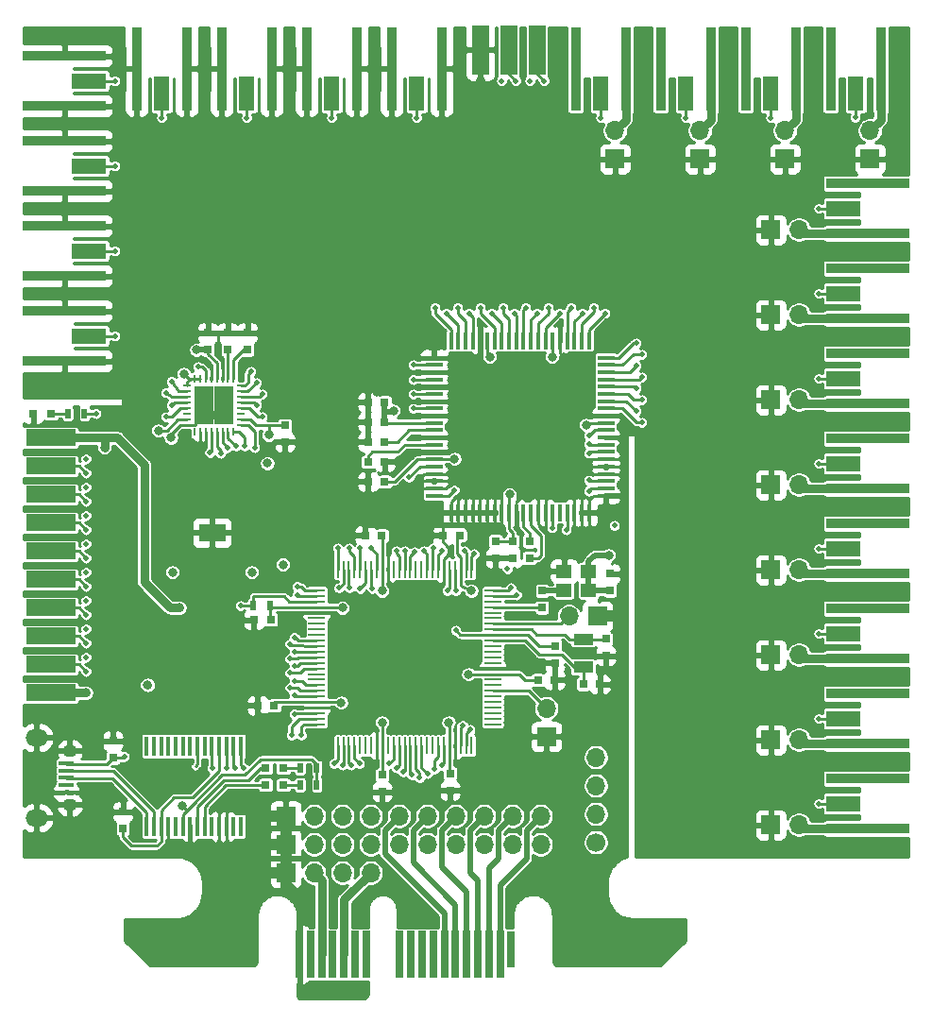
<source format=gbr>
G04 #@! TF.GenerationSoftware,KiCad,Pcbnew,(5.1.6)-1*
G04 #@! TF.CreationDate,2020-07-24T04:57:17+02:00*
G04 #@! TF.ProjectId,AnalogControlBoard_Rev1.1,416e616c-6f67-4436-9f6e-74726f6c426f,rev?*
G04 #@! TF.SameCoordinates,Original*
G04 #@! TF.FileFunction,Copper,L1,Top*
G04 #@! TF.FilePolarity,Positive*
%FSLAX46Y46*%
G04 Gerber Fmt 4.6, Leading zero omitted, Abs format (unit mm)*
G04 Created by KiCad (PCBNEW (5.1.6)-1) date 2020-07-24 04:57:17*
%MOMM*%
%LPD*%
G01*
G04 APERTURE LIST*
G04 #@! TA.AperFunction,SMDPad,CuDef*
%ADD10R,0.500000X0.900000*%
G04 #@! TD*
G04 #@! TA.AperFunction,SMDPad,CuDef*
%ADD11R,2.400000X1.650000*%
G04 #@! TD*
G04 #@! TA.AperFunction,ComponentPad*
%ADD12C,0.600000*%
G04 #@! TD*
G04 #@! TA.AperFunction,SMDPad,CuDef*
%ADD13R,1.500000X4.500000*%
G04 #@! TD*
G04 #@! TA.AperFunction,SMDPad,CuDef*
%ADD14R,4.500000X1.500000*%
G04 #@! TD*
G04 #@! TA.AperFunction,SMDPad,CuDef*
%ADD15R,0.700000X4.200000*%
G04 #@! TD*
G04 #@! TA.AperFunction,SMDPad,CuDef*
%ADD16R,0.700000X3.200000*%
G04 #@! TD*
G04 #@! TA.AperFunction,SMDPad,CuDef*
%ADD17R,0.450000X1.500000*%
G04 #@! TD*
G04 #@! TA.AperFunction,SMDPad,CuDef*
%ADD18R,1.500000X0.450000*%
G04 #@! TD*
G04 #@! TA.AperFunction,SMDPad,CuDef*
%ADD19R,0.700000X0.250000*%
G04 #@! TD*
G04 #@! TA.AperFunction,SMDPad,CuDef*
%ADD20R,0.250000X0.700000*%
G04 #@! TD*
G04 #@! TA.AperFunction,SMDPad,CuDef*
%ADD21R,1.725000X1.725000*%
G04 #@! TD*
G04 #@! TA.AperFunction,SMDPad,CuDef*
%ADD22R,0.800000X0.750000*%
G04 #@! TD*
G04 #@! TA.AperFunction,SMDPad,CuDef*
%ADD23R,0.750000X0.800000*%
G04 #@! TD*
G04 #@! TA.AperFunction,SMDPad,CuDef*
%ADD24R,3.100000X1.470000*%
G04 #@! TD*
G04 #@! TA.AperFunction,SMDPad,CuDef*
%ADD25R,7.550000X0.970000*%
G04 #@! TD*
G04 #@! TA.AperFunction,SMDPad,CuDef*
%ADD26R,1.470000X3.100000*%
G04 #@! TD*
G04 #@! TA.AperFunction,SMDPad,CuDef*
%ADD27R,0.970000X7.550000*%
G04 #@! TD*
G04 #@! TA.AperFunction,SMDPad,CuDef*
%ADD28R,0.450000X1.750000*%
G04 #@! TD*
G04 #@! TA.AperFunction,SMDPad,CuDef*
%ADD29R,1.500000X0.280000*%
G04 #@! TD*
G04 #@! TA.AperFunction,SMDPad,CuDef*
%ADD30R,0.280000X1.500000*%
G04 #@! TD*
G04 #@! TA.AperFunction,ComponentPad*
%ADD31R,1.700000X1.700000*%
G04 #@! TD*
G04 #@! TA.AperFunction,ComponentPad*
%ADD32O,1.700000X1.700000*%
G04 #@! TD*
G04 #@! TA.AperFunction,SMDPad,CuDef*
%ADD33R,0.800000X0.800000*%
G04 #@! TD*
G04 #@! TA.AperFunction,ComponentPad*
%ADD34C,1.700000*%
G04 #@! TD*
G04 #@! TA.AperFunction,SMDPad,CuDef*
%ADD35R,1.800000X1.000000*%
G04 #@! TD*
G04 #@! TA.AperFunction,SMDPad,CuDef*
%ADD36R,1.350000X0.400000*%
G04 #@! TD*
G04 #@! TA.AperFunction,ComponentPad*
%ADD37O,1.300000X1.100000*%
G04 #@! TD*
G04 #@! TA.AperFunction,ComponentPad*
%ADD38O,2.000000X1.500000*%
G04 #@! TD*
G04 #@! TA.AperFunction,SMDPad,CuDef*
%ADD39R,1.400000X1.200000*%
G04 #@! TD*
G04 #@! TA.AperFunction,ViaPad*
%ADD40C,0.800000*%
G04 #@! TD*
G04 #@! TA.AperFunction,ViaPad*
%ADD41C,0.500000*%
G04 #@! TD*
G04 #@! TA.AperFunction,Conductor*
%ADD42C,0.250000*%
G04 #@! TD*
G04 #@! TA.AperFunction,Conductor*
%ADD43C,0.750000*%
G04 #@! TD*
G04 #@! TA.AperFunction,Conductor*
%ADD44C,0.500000*%
G04 #@! TD*
G04 #@! TA.AperFunction,Conductor*
%ADD45C,0.150000*%
G04 #@! TD*
G04 #@! TA.AperFunction,Conductor*
%ADD46C,1.000000*%
G04 #@! TD*
G04 #@! TA.AperFunction,Conductor*
%ADD47C,0.254000*%
G04 #@! TD*
G04 APERTURE END LIST*
D10*
X128131000Y-104330500D03*
X126631000Y-104330500D03*
D11*
X122936000Y-97790000D03*
D12*
X122936000Y-97290000D03*
X122936000Y-98290000D03*
X122036000Y-97790000D03*
X123836000Y-97790000D03*
D13*
X152069800Y-54508400D03*
X149529800Y-54508400D03*
X146989800Y-54508400D03*
D14*
X108458000Y-89281000D03*
X108458000Y-91821000D03*
X108458000Y-94361000D03*
X108458000Y-96901000D03*
X108458000Y-99441000D03*
X108458000Y-101981000D03*
X108458000Y-104521000D03*
X108458000Y-107061000D03*
X108458000Y-109601000D03*
X108458000Y-112141000D03*
D15*
X148767000Y-135603500D03*
X147767000Y-135603500D03*
X146767000Y-135603500D03*
X145767000Y-135603500D03*
X144767000Y-135603500D03*
X143767000Y-135603500D03*
X142767000Y-135603500D03*
X141767000Y-135603500D03*
X140767000Y-135603500D03*
X139767000Y-135603500D03*
D16*
X149767000Y-135103500D03*
D15*
X136767000Y-135603500D03*
X135767000Y-135603500D03*
X134767000Y-135603500D03*
X133767000Y-135603500D03*
X132767000Y-135603500D03*
X131767000Y-135603500D03*
X130767000Y-135603500D03*
D17*
X156720800Y-80590400D03*
X156070800Y-80590400D03*
X155420800Y-80590400D03*
X154770800Y-80590400D03*
X154120800Y-80590400D03*
X153470800Y-80590400D03*
X152820800Y-80590400D03*
X152170800Y-80590400D03*
X151520800Y-80590400D03*
X150870800Y-80590400D03*
X150220800Y-80590400D03*
X149570800Y-80590400D03*
X148920800Y-80590400D03*
X148270800Y-80590400D03*
X147620800Y-80590400D03*
X146970800Y-80590400D03*
X146320800Y-80590400D03*
X145670800Y-80590400D03*
X145020800Y-80590400D03*
X144370800Y-80590400D03*
D18*
X142845800Y-82115400D03*
X142845800Y-82765400D03*
X142845800Y-83415400D03*
X142845800Y-84065400D03*
X142845800Y-84715400D03*
X142845800Y-85365400D03*
X142845800Y-86015400D03*
X142845800Y-86665400D03*
X142845800Y-87315400D03*
X142845800Y-87965400D03*
X142845800Y-88615400D03*
X142845800Y-89265400D03*
X142845800Y-89915400D03*
X142845800Y-90565400D03*
X142845800Y-91215400D03*
X142845800Y-91865400D03*
X142845800Y-92515400D03*
X142845800Y-93165400D03*
X142845800Y-93815400D03*
X142845800Y-94465400D03*
D17*
X144370800Y-95990400D03*
X145020800Y-95990400D03*
X145670800Y-95990400D03*
X146320800Y-95990400D03*
X146970800Y-95990400D03*
X147620800Y-95990400D03*
X148270800Y-95990400D03*
X148920800Y-95990400D03*
X149570800Y-95990400D03*
X150220800Y-95990400D03*
X150870800Y-95990400D03*
X151520800Y-95990400D03*
X152170800Y-95990400D03*
X152820800Y-95990400D03*
X153470800Y-95990400D03*
X154120800Y-95990400D03*
X154770800Y-95990400D03*
X155420800Y-95990400D03*
X156070800Y-95990400D03*
X156720800Y-95990400D03*
D18*
X158245800Y-94465400D03*
X158245800Y-93815400D03*
X158245800Y-93165400D03*
X158245800Y-92515400D03*
X158245800Y-91865400D03*
X158245800Y-91215400D03*
X158245800Y-90565400D03*
X158245800Y-89915400D03*
X158245800Y-89265400D03*
X158245800Y-88615400D03*
X158245800Y-87965400D03*
X158245800Y-87315400D03*
X158245800Y-86665400D03*
X158245800Y-86015400D03*
X158245800Y-85365400D03*
X158245800Y-84715400D03*
X158245800Y-84065400D03*
X158245800Y-83415400D03*
X158245800Y-82765400D03*
X158245800Y-82115400D03*
D19*
X120713800Y-84635400D03*
X120713800Y-85135400D03*
X120713800Y-85635400D03*
X120713800Y-86135400D03*
X120713800Y-86635400D03*
X120713800Y-87135400D03*
X120713800Y-87635400D03*
X120713800Y-88135400D03*
D20*
X121363800Y-88785400D03*
X121863800Y-88785400D03*
X122363800Y-88785400D03*
X122863800Y-88785400D03*
X123363800Y-88785400D03*
X123863800Y-88785400D03*
X124363800Y-88785400D03*
X124863800Y-88785400D03*
D19*
X125513800Y-88135400D03*
X125513800Y-87635400D03*
X125513800Y-87135400D03*
X125513800Y-86635400D03*
X125513800Y-86135400D03*
X125513800Y-85635400D03*
X125513800Y-85135400D03*
X125513800Y-84635400D03*
D20*
X124863800Y-83985400D03*
X124363800Y-83985400D03*
X123863800Y-83985400D03*
X123363800Y-83985400D03*
X122863800Y-83985400D03*
X122363800Y-83985400D03*
X121863800Y-83985400D03*
X121363800Y-83985400D03*
D21*
X123976300Y-87247900D03*
X123976300Y-85522900D03*
X122251300Y-87247900D03*
X122251300Y-85522900D03*
D22*
X138418000Y-89662000D03*
X136918000Y-89662000D03*
D23*
X114046000Y-116471000D03*
X114046000Y-117971000D03*
X152527000Y-103009000D03*
X152527000Y-104509000D03*
X158623000Y-102985000D03*
X158623000Y-101485000D03*
X153670000Y-109462000D03*
X153670000Y-107962000D03*
D22*
X153658000Y-110998000D03*
X152158000Y-110998000D03*
D23*
X126111000Y-81395000D03*
X126111000Y-79895000D03*
X124333000Y-79895000D03*
X124333000Y-81395000D03*
D24*
X179524800Y-106832400D03*
D25*
X181749800Y-104597400D03*
X181749800Y-109067400D03*
D24*
X179524800Y-99212400D03*
D25*
X181749800Y-96977400D03*
X181749800Y-101447400D03*
D24*
X179524800Y-91592400D03*
D25*
X181749800Y-89357400D03*
X181749800Y-93827400D03*
D24*
X179524800Y-83972400D03*
D25*
X181749800Y-81737400D03*
X181749800Y-86207400D03*
D24*
X179524800Y-76352400D03*
D25*
X181749800Y-74117400D03*
X181749800Y-78587400D03*
D24*
X179524800Y-68732400D03*
D25*
X181749800Y-66497400D03*
X181749800Y-70967400D03*
D26*
X180644800Y-58422400D03*
D27*
X178409800Y-56197400D03*
X182879800Y-56197400D03*
D26*
X173024800Y-58422400D03*
D27*
X170789800Y-56197400D03*
X175259800Y-56197400D03*
D26*
X165404800Y-58422400D03*
D27*
X163169800Y-56197400D03*
X167639800Y-56197400D03*
D26*
X157784800Y-58422400D03*
D27*
X155549800Y-56197400D03*
X160019800Y-56197400D03*
D24*
X111914800Y-57302400D03*
D25*
X109689800Y-59537400D03*
X109689800Y-55067400D03*
D24*
X111914800Y-64922400D03*
D25*
X109689800Y-67157400D03*
X109689800Y-62687400D03*
D24*
X111914800Y-72542400D03*
D25*
X109689800Y-74777400D03*
X109689800Y-70307400D03*
D24*
X111914800Y-80162400D03*
D25*
X109689800Y-82397400D03*
X109689800Y-77927400D03*
D26*
X141274800Y-58422400D03*
D27*
X139039800Y-56197400D03*
X143509800Y-56197400D03*
D26*
X133654800Y-58422400D03*
D27*
X131419800Y-56197400D03*
X135889800Y-56197400D03*
D26*
X126034800Y-58422400D03*
D27*
X123799800Y-56197400D03*
X128269800Y-56197400D03*
D26*
X118414800Y-58422400D03*
D27*
X116179800Y-56197400D03*
X120649800Y-56197400D03*
D24*
X179524800Y-122072400D03*
D25*
X181749800Y-119837400D03*
X181749800Y-124307400D03*
D24*
X179524800Y-114452400D03*
D25*
X181749800Y-112217400D03*
X181749800Y-116687400D03*
D23*
X122555000Y-81395000D03*
X122555000Y-79895000D03*
X129463800Y-89675400D03*
X129463800Y-88175400D03*
D22*
X138418000Y-86106000D03*
X136918000Y-86106000D03*
D23*
X151384000Y-100064000D03*
X151384000Y-98564000D03*
D22*
X138418000Y-91440000D03*
X136918000Y-91440000D03*
X136918000Y-93218000D03*
X138418000Y-93218000D03*
D23*
X149860000Y-100064000D03*
X149860000Y-98564000D03*
D22*
X138418000Y-87884000D03*
X136918000Y-87884000D03*
X126694500Y-105600500D03*
X128194500Y-105600500D03*
X136664000Y-98044000D03*
X138164000Y-98044000D03*
D23*
X144272000Y-120892000D03*
X144272000Y-119392000D03*
X138176000Y-121019000D03*
X138176000Y-119519000D03*
D22*
X127012000Y-113284000D03*
X128512000Y-113284000D03*
D28*
X125510000Y-116923000D03*
X124860000Y-116923000D03*
X124210000Y-116923000D03*
X123560000Y-116923000D03*
X122910000Y-116923000D03*
X122260000Y-116923000D03*
X121610000Y-116923000D03*
X120960000Y-116923000D03*
X120310000Y-116923000D03*
X119660000Y-116923000D03*
X119010000Y-116923000D03*
X118360000Y-116923000D03*
X117710000Y-116923000D03*
X117060000Y-116923000D03*
X117060000Y-124123000D03*
X117710000Y-124123000D03*
X118360000Y-124123000D03*
X119010000Y-124123000D03*
X119660000Y-124123000D03*
X120310000Y-124123000D03*
X120960000Y-124123000D03*
X121610000Y-124123000D03*
X122260000Y-124123000D03*
X122910000Y-124123000D03*
X123560000Y-124123000D03*
X124210000Y-124123000D03*
X124860000Y-124123000D03*
X125510000Y-124123000D03*
D29*
X148108000Y-114966000D03*
X148108000Y-114466000D03*
X148108000Y-113966000D03*
X148108000Y-113466000D03*
X148108000Y-112966000D03*
X148108000Y-112466000D03*
X148108000Y-111966000D03*
X148108000Y-111466000D03*
X148108000Y-110966000D03*
X148108000Y-110466000D03*
X148108000Y-109966000D03*
X148108000Y-109466000D03*
X148108000Y-108966000D03*
X148108000Y-108466000D03*
X148108000Y-107966000D03*
X148108000Y-107466000D03*
X148108000Y-106966000D03*
X148108000Y-106466000D03*
X148108000Y-105966000D03*
X148108000Y-105466000D03*
X148108000Y-104966000D03*
X148108000Y-104466000D03*
X148108000Y-103966000D03*
X148108000Y-103466000D03*
X148108000Y-102966000D03*
D30*
X146208000Y-101066000D03*
X145708000Y-101066000D03*
X145208000Y-101066000D03*
X144708000Y-101066000D03*
X144208000Y-101066000D03*
X143708000Y-101066000D03*
X143208000Y-101066000D03*
X142708000Y-101066000D03*
X142208000Y-101066000D03*
X141708000Y-101066000D03*
X141208000Y-101066000D03*
X140708000Y-101066000D03*
X140208000Y-101066000D03*
X139708000Y-101066000D03*
X139208000Y-101066000D03*
X138708000Y-101066000D03*
X138208000Y-101066000D03*
X137708000Y-101066000D03*
X137208000Y-101066000D03*
X136708000Y-101066000D03*
X136208000Y-101066000D03*
X135708000Y-101066000D03*
X135208000Y-101066000D03*
X134708000Y-101066000D03*
X134208000Y-101066000D03*
D29*
X132308000Y-102966000D03*
X132308000Y-103466000D03*
X132308000Y-103966000D03*
X132308000Y-104466000D03*
X132308000Y-104966000D03*
X132308000Y-105466000D03*
X132308000Y-105966000D03*
X132308000Y-106466000D03*
X132308000Y-106966000D03*
X132308000Y-107466000D03*
X132308000Y-107966000D03*
X132308000Y-108466000D03*
X132308000Y-108966000D03*
X132308000Y-109466000D03*
X132308000Y-109966000D03*
X132308000Y-110466000D03*
X132308000Y-110966000D03*
X132308000Y-111466000D03*
X132308000Y-111966000D03*
X132308000Y-112466000D03*
X132308000Y-112966000D03*
X132308000Y-113466000D03*
X132308000Y-113966000D03*
X132308000Y-114466000D03*
X132308000Y-114966000D03*
D30*
X134208000Y-116866000D03*
X134708000Y-116866000D03*
X135208000Y-116866000D03*
X135708000Y-116866000D03*
X136208000Y-116866000D03*
X136708000Y-116866000D03*
X137208000Y-116866000D03*
X137708000Y-116866000D03*
X138208000Y-116866000D03*
X138708000Y-116866000D03*
X139208000Y-116866000D03*
X139708000Y-116866000D03*
X140208000Y-116866000D03*
X140708000Y-116866000D03*
X141208000Y-116866000D03*
X141708000Y-116866000D03*
X142208000Y-116866000D03*
X142708000Y-116866000D03*
X143208000Y-116866000D03*
X143708000Y-116866000D03*
X144208000Y-116866000D03*
X144708000Y-116866000D03*
X145208000Y-116866000D03*
X145708000Y-116866000D03*
X146208000Y-116866000D03*
D31*
X173024800Y-123977400D03*
D32*
X175564800Y-123977400D03*
D31*
X173024800Y-116357400D03*
D32*
X175564800Y-116357400D03*
D31*
X173024800Y-108737400D03*
D32*
X175564800Y-108737400D03*
D31*
X173024800Y-101117400D03*
D32*
X175564800Y-101117400D03*
D31*
X173024800Y-93497400D03*
D32*
X175564800Y-93497400D03*
D31*
X173024800Y-85877400D03*
D32*
X175564800Y-85877400D03*
D31*
X173024800Y-78257400D03*
D32*
X175564800Y-78257400D03*
D31*
X173024800Y-70637400D03*
D32*
X175564800Y-70637400D03*
D31*
X181914800Y-64287400D03*
D32*
X181914800Y-61747400D03*
D31*
X174294800Y-64287400D03*
D32*
X174294800Y-61747400D03*
D31*
X166674800Y-64287400D03*
D32*
X166674800Y-61747400D03*
D31*
X159054800Y-64287400D03*
D32*
X159054800Y-61747400D03*
D22*
X143649000Y-98044000D03*
X145149000Y-98044000D03*
D23*
X114935000Y-124321000D03*
X114935000Y-122821000D03*
D10*
X109994000Y-87122000D03*
X111494000Y-87122000D03*
X130822000Y-120396000D03*
X132322000Y-120396000D03*
X130822000Y-118872000D03*
X132322000Y-118872000D03*
D33*
X108496000Y-87122000D03*
X106896000Y-87122000D03*
X129324000Y-120396000D03*
X127724000Y-120396000D03*
X129324000Y-118872000D03*
X127724000Y-118872000D03*
D34*
X157353000Y-125539500D03*
D32*
X157353000Y-122999500D03*
X157353000Y-120459500D03*
X157353000Y-117919500D03*
D31*
X129540000Y-128270000D03*
D32*
X132080000Y-128270000D03*
X134620000Y-128270000D03*
X137160000Y-128270000D03*
D31*
X129540000Y-125730000D03*
X129540000Y-123190000D03*
D32*
X132080000Y-125730000D03*
X132080000Y-123190000D03*
X134620000Y-125730000D03*
X134620000Y-123190000D03*
X137160000Y-125730000D03*
X137160000Y-123190000D03*
X139700000Y-125730000D03*
X139700000Y-123190000D03*
X142240000Y-125730000D03*
X142240000Y-123190000D03*
X144780000Y-125730000D03*
X144780000Y-123190000D03*
X147320000Y-125730000D03*
X147320000Y-123190000D03*
X149860000Y-125730000D03*
X149860000Y-123190000D03*
X152400000Y-125730000D03*
X152400000Y-123190000D03*
D22*
X157722000Y-111379000D03*
X156222000Y-111379000D03*
D23*
X158242000Y-108827000D03*
X158242000Y-107327000D03*
D35*
X156210000Y-109835000D03*
X156210000Y-107335000D03*
D31*
X152908000Y-116078000D03*
D32*
X152908000Y-113538000D03*
D36*
X109863000Y-119761000D03*
X109863000Y-121061000D03*
X109863000Y-120411000D03*
X109863000Y-119111000D03*
D37*
X110188000Y-117336000D03*
D38*
X107188000Y-116161000D03*
X107188000Y-123361000D03*
D37*
X110188000Y-122186000D03*
D36*
X109863000Y-118461000D03*
D31*
X157480000Y-105283000D03*
D32*
X154940000Y-105283000D03*
D39*
X156690000Y-101240000D03*
X154490000Y-101240000D03*
X154490000Y-102940000D03*
X156690000Y-102940000D03*
D23*
X148336000Y-98564000D03*
X148336000Y-100064000D03*
D40*
X145923000Y-110490000D03*
X120396000Y-83566000D03*
X113284000Y-90170000D03*
X138176000Y-102997000D03*
D41*
X144653000Y-93980000D03*
D40*
X128016000Y-89027000D03*
X111633000Y-112141000D03*
X144653000Y-91186000D03*
X149606000Y-94361000D03*
X146177000Y-102997000D03*
X138176000Y-114808000D03*
X144145000Y-114808000D03*
X134493000Y-113030000D03*
X134620000Y-104521000D03*
X120015000Y-104521000D03*
X158496000Y-99822000D03*
X135382000Y-93091000D03*
X127762000Y-98552000D03*
X130302000Y-93726000D03*
X149479000Y-114808000D03*
X147066000Y-118110000D03*
X149733000Y-109728000D03*
X151892000Y-109474000D03*
X160274000Y-88392000D03*
X156464000Y-87122000D03*
X158369000Y-80518000D03*
X154432000Y-82042000D03*
X142875000Y-80391000D03*
D41*
X125603000Y-83121500D03*
D40*
X120777000Y-90043000D03*
X130683000Y-87757000D03*
X137668000Y-85217000D03*
X128905000Y-85090000D03*
X127000000Y-78613000D03*
X131953000Y-83566000D03*
X115316000Y-83693000D03*
X119126000Y-79756000D03*
X124333000Y-78740000D03*
X117094000Y-83566000D03*
X116078000Y-87376000D03*
X143002000Y-102997000D03*
X140208000Y-97663000D03*
X142621000Y-96075500D03*
X136144000Y-108204000D03*
X138811000Y-113792000D03*
X135636000Y-110490000D03*
X140335000Y-112395000D03*
D41*
X125476000Y-105219500D03*
D40*
X144526000Y-85788500D03*
X150876000Y-94361000D03*
X146748500Y-82105500D03*
X150495000Y-82169000D03*
X156464000Y-84328000D03*
X158369000Y-96329500D03*
X145542000Y-89281000D03*
D41*
X122809000Y-82804000D03*
D40*
X143764000Y-60960000D03*
X136144000Y-60960000D03*
X128524000Y-60960000D03*
X120904000Y-60960000D03*
X109728000Y-83820000D03*
X114300000Y-74676000D03*
X114300000Y-67056000D03*
X114300000Y-59436000D03*
X125476000Y-113284000D03*
X147002500Y-57277000D03*
X145923000Y-108966000D03*
X121539000Y-81407000D03*
X139192000Y-86868000D03*
X147828000Y-82042000D03*
X156464000Y-88138000D03*
X153416000Y-82042000D03*
D41*
X125730000Y-118872000D03*
X146050000Y-115443000D03*
X122936000Y-118872000D03*
X145415000Y-115062000D03*
X144780000Y-106553000D03*
X124968000Y-118872000D03*
X125476000Y-104330500D03*
X124206000Y-118872000D03*
D40*
X126492000Y-101346000D03*
X119380000Y-101346000D03*
X118110000Y-88646000D03*
X127889000Y-91567000D03*
X119253000Y-89281000D03*
D41*
X126415800Y-83337400D03*
X135255000Y-102743000D03*
X123698000Y-90678000D03*
X137287000Y-102806500D03*
X119303800Y-84226400D03*
X114223800Y-57302400D03*
X114223800Y-64922400D03*
X118795800Y-85242400D03*
X114223800Y-72542400D03*
X119303800Y-86385400D03*
X118795800Y-87401400D03*
X114223800Y-80162400D03*
X127431800Y-87401400D03*
X141274800Y-60604400D03*
X126923800Y-86385400D03*
X133654800Y-60604400D03*
X126034800Y-60604400D03*
X127431800Y-85369400D03*
X118414800Y-60604400D03*
X126923800Y-84353400D03*
X121666000Y-82931000D03*
X134302500Y-102743000D03*
X156718000Y-89090500D03*
X139446000Y-99441000D03*
X140589000Y-92837000D03*
X145542000Y-99441000D03*
X156718000Y-93091000D03*
X156718000Y-90678000D03*
X143573500Y-99441000D03*
X156718000Y-89852500D03*
X142748000Y-99187000D03*
D40*
X129286000Y-100647500D03*
X117157500Y-111442500D03*
D41*
X160959800Y-86893400D03*
X160959800Y-84861400D03*
X160959800Y-82829400D03*
X160959800Y-80797400D03*
X158165800Y-78130400D03*
X156133800Y-78130400D03*
X153085800Y-77622400D03*
X151053800Y-77622400D03*
X150037800Y-78130400D03*
X148005800Y-78130400D03*
X144957800Y-77622400D03*
X142925800Y-77622400D03*
X177342800Y-122072400D03*
X161467800Y-87909400D03*
X161467800Y-85877400D03*
X177342800Y-114452400D03*
X161467800Y-83845400D03*
X177342800Y-106832400D03*
X177342800Y-99212400D03*
X161467800Y-81813400D03*
X157149800Y-77622400D03*
X177342800Y-91592400D03*
X155117800Y-77622400D03*
X177342800Y-83972400D03*
X177342800Y-76352400D03*
X154101800Y-78130400D03*
X177342800Y-68732400D03*
X152069800Y-78130400D03*
X149021800Y-77622400D03*
X180594000Y-60579000D03*
X173024800Y-60604400D03*
X146989800Y-77622400D03*
X145973800Y-78130400D03*
X165404800Y-60604400D03*
X157784800Y-60604400D03*
X143941800Y-78130400D03*
X148894800Y-57302400D03*
X140970000Y-86664800D03*
X151434800Y-57302400D03*
X140970000Y-84074000D03*
X140970000Y-82753200D03*
X152704800Y-57302400D03*
X150164800Y-57302400D03*
X140970000Y-85369400D03*
X124333000Y-90170000D03*
X156718000Y-94043500D03*
X141922500Y-99441000D03*
X149415500Y-101028500D03*
X154686000Y-97536000D03*
X125095000Y-90043000D03*
X141097000Y-99504500D03*
X153416000Y-97345500D03*
X125857000Y-90043000D03*
X140208000Y-99441000D03*
X143510000Y-118618000D03*
X142875000Y-118999000D03*
X142240000Y-119380000D03*
X141541500Y-119761000D03*
X112522000Y-87122000D03*
X134213600Y-99187000D03*
X126746000Y-90170000D03*
X137160000Y-99187000D03*
X136207500Y-102806500D03*
X122745500Y-90614500D03*
D40*
X120269000Y-122301000D03*
D41*
X115062000Y-117856000D03*
X140081000Y-119253000D03*
X138811000Y-118491000D03*
X135382000Y-118618000D03*
X133858000Y-118491000D03*
X130937000Y-115951000D03*
X130048000Y-115951000D03*
X134620000Y-118618000D03*
X136144000Y-118491000D03*
X139446000Y-118872000D03*
X140843000Y-119507000D03*
X150241000Y-103378000D03*
X149733000Y-102743000D03*
X146431000Y-99695000D03*
X159004000Y-97155000D03*
X111633000Y-108966000D03*
X144018000Y-102997000D03*
X111633000Y-106426000D03*
X130302000Y-112395000D03*
X111633000Y-103886000D03*
X130302000Y-111125000D03*
X111633000Y-101346000D03*
X130302000Y-109728000D03*
X111633000Y-98806000D03*
X130302000Y-108458000D03*
X111633000Y-96266000D03*
X130302000Y-107188000D03*
X111633000Y-93726000D03*
X130556000Y-102616000D03*
X111633000Y-91186000D03*
X135229600Y-99187000D03*
X136194800Y-99187000D03*
X111633000Y-92456000D03*
X111633000Y-94996000D03*
X130556000Y-103378000D03*
X111633000Y-97536000D03*
X129921000Y-107759500D03*
X129921000Y-109093000D03*
X111633000Y-100076000D03*
X129921000Y-110363000D03*
X111633000Y-102616000D03*
X129921000Y-111696500D03*
X111633000Y-105156000D03*
X130302000Y-114046000D03*
X111633000Y-107696000D03*
X111633000Y-110236000D03*
X144780000Y-102997000D03*
D42*
X145947000Y-110466000D02*
X148108000Y-110466000D01*
X145947000Y-110466000D02*
X145923000Y-110490000D01*
X120904000Y-84074000D02*
X120396000Y-83566000D01*
D43*
X113284000Y-90170000D02*
X113284000Y-89281000D01*
D44*
X158623000Y-102985000D02*
X156702000Y-102985000D01*
X156702000Y-102985000D02*
X156675000Y-102958000D01*
X156675000Y-101258000D02*
X156675000Y-102958000D01*
D42*
X148108000Y-110466000D02*
X150471000Y-110466000D01*
X150471000Y-110466000D02*
X151003000Y-110998000D01*
X151003000Y-110998000D02*
X152158000Y-110998000D01*
D43*
X111633000Y-89281000D02*
X113284000Y-89281000D01*
X108458000Y-89281000D02*
X111633000Y-89281000D01*
X113284000Y-89281000D02*
X114427000Y-89281000D01*
D42*
X138208000Y-102965000D02*
X138208000Y-101066000D01*
X138208000Y-102965000D02*
X138176000Y-102997000D01*
X128266500Y-104466000D02*
X128131000Y-104330500D01*
X132308000Y-104466000D02*
X128266500Y-104466000D01*
X128131000Y-104330500D02*
X128131000Y-105537000D01*
X128131000Y-105537000D02*
X128194500Y-105600500D01*
X142845800Y-94465400D02*
X144167600Y-94465400D01*
X144167600Y-94465400D02*
X144653000Y-93980000D01*
X128016000Y-89027000D02*
X128016000Y-88175400D01*
X128016000Y-88175400D02*
X128016000Y-88201500D01*
X128016000Y-88201500D02*
X128016000Y-88175400D01*
X145208000Y-101066000D02*
X145208000Y-99996000D01*
X144907000Y-99695000D02*
X144907000Y-98286000D01*
X145208000Y-99996000D02*
X144907000Y-99695000D01*
X144907000Y-98286000D02*
X145149000Y-98044000D01*
D43*
X111633000Y-112141000D02*
X108458000Y-112141000D01*
D42*
X125513800Y-87635400D02*
X126370400Y-87635400D01*
X126370400Y-87635400D02*
X126910400Y-88175400D01*
X126910400Y-88175400D02*
X127254000Y-88175400D01*
X127254000Y-88175400D02*
X128016000Y-88175400D01*
X128016000Y-88175400D02*
X129463800Y-88175400D01*
X121863800Y-83985400D02*
X121363800Y-83985400D01*
X120713800Y-84635400D02*
X120713800Y-84264200D01*
X120992600Y-83985400D02*
X121363800Y-83985400D01*
X120713800Y-84264200D02*
X120904000Y-84074000D01*
X120904000Y-84074000D02*
X120992600Y-83985400D01*
X142845800Y-91215400D02*
X144623600Y-91215400D01*
X144623600Y-91215400D02*
X144653000Y-91186000D01*
X149570800Y-94396200D02*
X149606000Y-94361000D01*
X149570800Y-94396200D02*
X149570800Y-95990400D01*
X145208000Y-102536000D02*
X146177000Y-102997000D01*
X145208000Y-101066000D02*
X145208000Y-102536000D01*
X138208000Y-114840000D02*
X138176000Y-114808000D01*
X138208000Y-116866000D02*
X138208000Y-114840000D01*
X144208000Y-114871000D02*
X144145000Y-114808000D01*
X144208000Y-114871000D02*
X144208000Y-116866000D01*
X134429000Y-112966000D02*
X134493000Y-113030000D01*
X132308000Y-112966000D02*
X134429000Y-112966000D01*
X134565000Y-104466000D02*
X134620000Y-104521000D01*
X134565000Y-104466000D02*
X132308000Y-104466000D01*
X145208000Y-98103000D02*
X145149000Y-98044000D01*
X138208000Y-101066000D02*
X138208000Y-98064000D01*
X138208000Y-98064000D02*
X138188000Y-98044000D01*
X132308000Y-112966000D02*
X128576000Y-112966000D01*
X128576000Y-112966000D02*
X128512000Y-113030000D01*
X138208000Y-116866000D02*
X138208000Y-119487000D01*
X138208000Y-119487000D02*
X138176000Y-119519000D01*
X144208000Y-116866000D02*
X144208000Y-119328000D01*
X144208000Y-119328000D02*
X144272000Y-119392000D01*
X142845800Y-91215400D02*
X141321600Y-91215400D01*
X139319000Y-93218000D02*
X138418000Y-93218000D01*
X141321600Y-91215400D02*
X139319000Y-93218000D01*
D43*
X114427000Y-89281000D02*
X116840000Y-91694000D01*
X116840000Y-91694000D02*
X116840000Y-102235000D01*
X116840000Y-102235000D02*
X119126000Y-104521000D01*
X119126000Y-104521000D02*
X120015000Y-104521000D01*
D44*
X158496000Y-99822000D02*
X157226000Y-99822000D01*
X157226000Y-99822000D02*
X156690000Y-100358000D01*
X156690000Y-100358000D02*
X156690000Y-101240000D01*
D42*
X149570800Y-95990400D02*
X149570800Y-97500800D01*
X149570800Y-97500800D02*
X149860000Y-97790000D01*
X149860000Y-97790000D02*
X149860000Y-98564000D01*
X149860000Y-98564000D02*
X148336000Y-98564000D01*
X131610000Y-119630000D02*
X131600000Y-119640000D01*
X131600000Y-119640000D02*
X129570000Y-119640000D01*
X131630000Y-121490000D02*
X131610000Y-121470000D01*
X129580000Y-121430000D02*
X131570000Y-121430000D01*
X131570000Y-121430000D02*
X131630000Y-121490000D01*
X129580000Y-123150000D02*
X129580000Y-121430000D01*
X131610000Y-121470000D02*
X131610000Y-119630000D01*
X131610000Y-119630000D02*
X131610000Y-118610000D01*
X129540000Y-123190000D02*
X129580000Y-123150000D01*
D45*
X127762000Y-98552000D02*
X127254000Y-96774000D01*
X126492000Y-97790000D02*
X127762000Y-98552000D01*
X122936000Y-97790000D02*
X126492000Y-97790000D01*
X127254000Y-96774000D02*
X130302000Y-93726000D01*
D46*
X157480000Y-105283000D02*
X159512000Y-105283000D01*
D42*
X152908000Y-116078000D02*
X150622000Y-116078000D01*
X149479000Y-114935000D02*
X149479000Y-114808000D01*
X150622000Y-116078000D02*
X149479000Y-114935000D01*
D45*
X152908000Y-116078000D02*
X149098000Y-116078000D01*
X149098000Y-116078000D02*
X147066000Y-118110000D01*
D44*
X106959500Y-115996000D02*
X107188000Y-116224500D01*
D42*
X111078000Y-121061000D02*
X109504000Y-121061000D01*
D44*
X122936000Y-97790000D02*
X120777000Y-97790000D01*
X122936000Y-97790000D02*
X125095000Y-97790000D01*
X122936000Y-97790000D02*
X122936000Y-98933000D01*
X122936000Y-98933000D02*
X122936000Y-99187000D01*
X122936000Y-97790000D02*
X122936000Y-96266000D01*
D42*
X149733000Y-109728000D02*
X151638000Y-109728000D01*
X149495000Y-109966000D02*
X149733000Y-109728000D01*
X149479000Y-109966000D02*
X149495000Y-109966000D01*
X151638000Y-109728000D02*
X151892000Y-109474000D01*
X156845000Y-82042000D02*
X158369000Y-80518000D01*
X154120800Y-80590400D02*
X154120800Y-81730800D01*
X154120800Y-81730800D02*
X154432000Y-82042000D01*
X154432000Y-82042000D02*
X156845000Y-82042000D01*
X142875000Y-82086200D02*
X142875000Y-80391000D01*
D45*
X127139000Y-79895000D02*
X127317500Y-80073500D01*
X127317500Y-80073500D02*
X127317500Y-82042000D01*
X127317500Y-82042000D02*
X126873000Y-82486500D01*
X126873000Y-82486500D02*
X125793500Y-82486500D01*
X125793500Y-82486500D02*
X125603000Y-82677000D01*
X125603000Y-82677000D02*
X125603000Y-83121500D01*
X126111000Y-79895000D02*
X127139000Y-79895000D01*
D42*
X121863800Y-89916000D02*
X120777000Y-90043000D01*
X128397000Y-78613000D02*
X128905000Y-79121000D01*
X128905000Y-79121000D02*
X128905000Y-85090000D01*
X124333000Y-78740000D02*
X126873000Y-78740000D01*
X126873000Y-78740000D02*
X127000000Y-78613000D01*
X127000000Y-78613000D02*
X128397000Y-78613000D01*
X115316000Y-83693000D02*
X115316000Y-86614000D01*
X119126000Y-79756000D02*
X119126000Y-81534000D01*
X119126000Y-81534000D02*
X117094000Y-83566000D01*
X115316000Y-86614000D02*
X116078000Y-87376000D01*
X124333000Y-79895000D02*
X124333000Y-78740000D01*
X143708000Y-101066000D02*
X143708000Y-102291000D01*
X143708000Y-102291000D02*
X143002000Y-102997000D01*
X140208000Y-97663000D02*
X139192000Y-96647000D01*
X141033500Y-97663000D02*
X140208000Y-97663000D01*
X144370800Y-95990400D02*
X142706100Y-95990400D01*
X142706100Y-95990400D02*
X142621000Y-96075500D01*
X142621000Y-96075500D02*
X141033500Y-97663000D01*
X139192000Y-96647000D02*
X138557000Y-96647000D01*
X138811000Y-113792000D02*
X138811000Y-113665000D01*
X137287000Y-114173000D02*
X137668000Y-113792000D01*
X137668000Y-113792000D02*
X138811000Y-113792000D01*
X137708000Y-115610000D02*
X137708000Y-116866000D01*
X137708000Y-115610000D02*
X137287000Y-115189000D01*
X137287000Y-115189000D02*
X137287000Y-114173000D01*
X138811000Y-113665000D02*
X135636000Y-110490000D01*
X126694500Y-105600500D02*
X125857000Y-105600500D01*
X125857000Y-105600500D02*
X125476000Y-105219500D01*
D44*
X141668500Y-92773500D02*
X141668500Y-94932500D01*
X141668500Y-94932500D02*
X141605000Y-94996000D01*
X136779000Y-97155000D02*
X137668000Y-97155000D01*
X136664000Y-97270000D02*
X136779000Y-97155000D01*
X136664000Y-98044000D02*
X136664000Y-97270000D01*
X137668000Y-97155000D02*
X137795000Y-97028000D01*
X143649000Y-97167000D02*
X142506000Y-97167000D01*
X142506000Y-97167000D02*
X142367000Y-97028000D01*
X146050000Y-97155000D02*
X148920800Y-97155000D01*
X148920800Y-97155000D02*
X148920800Y-97205200D01*
D45*
X144708000Y-116866000D02*
X144708000Y-115134000D01*
X144907000Y-114935000D02*
X144907000Y-114427000D01*
X144708000Y-115134000D02*
X144907000Y-114935000D01*
D42*
X129540000Y-123190000D02*
X129540000Y-122047000D01*
X127889000Y-123190000D02*
X127889000Y-122174000D01*
X127889000Y-122174000D02*
X128016000Y-122047000D01*
D46*
X129540000Y-123190000D02*
X129540000Y-125730000D01*
D44*
X129667000Y-124333000D02*
X127254000Y-124333000D01*
X127254000Y-124333000D02*
X127508000Y-124333000D01*
X127508000Y-124333000D02*
X127254000Y-124333000D01*
X129540000Y-124333000D02*
X129667000Y-124333000D01*
X129667000Y-124333000D02*
X131318000Y-124333000D01*
X129794000Y-127000000D02*
X127635000Y-127000000D01*
X129540000Y-127000000D02*
X129794000Y-127000000D01*
X129794000Y-127000000D02*
X131191000Y-127000000D01*
D46*
X129540000Y-128270000D02*
X129540000Y-129667000D01*
X129540000Y-129667000D02*
X130175000Y-130302000D01*
X129540000Y-128270000D02*
X126873000Y-128270000D01*
X126873000Y-128270000D02*
X126873000Y-129540000D01*
X129540000Y-125730000D02*
X127254000Y-125730000D01*
X127254000Y-125730000D02*
X127254000Y-124333000D01*
X127254000Y-123190000D02*
X127889000Y-123190000D01*
X127889000Y-123190000D02*
X129540000Y-123190000D01*
X127254000Y-124333000D02*
X127254000Y-123190000D01*
X129540000Y-125730000D02*
X129540000Y-127000000D01*
X129540000Y-127000000D02*
X129540000Y-128270000D01*
D45*
X142845800Y-87315400D02*
X144459600Y-87315400D01*
X144526000Y-87249000D02*
X144526000Y-85788500D01*
X144459600Y-87315400D02*
X144526000Y-87249000D01*
X150220800Y-95990400D02*
X150220800Y-95016200D01*
X150220800Y-95016200D02*
X150876000Y-94361000D01*
D42*
X150220800Y-95016200D02*
X150876000Y-94361000D01*
D45*
X142845800Y-84715400D02*
X144659400Y-84715400D01*
D42*
X146748500Y-82105500D02*
X146748500Y-82613500D01*
X146970800Y-81883200D02*
X146748500Y-82105500D01*
X146970800Y-80590400D02*
X146970800Y-81883200D01*
X149415500Y-83248500D02*
X150495000Y-82169000D01*
X147383500Y-83248500D02*
X149415500Y-83248500D01*
X146748500Y-82613500D02*
X147383500Y-83248500D01*
X156464000Y-84328000D02*
X156464000Y-87122000D01*
X156657400Y-87315400D02*
X156464000Y-87122000D01*
X156657400Y-87315400D02*
X158245800Y-87315400D01*
X156720800Y-95990400D02*
X158029900Y-95990400D01*
X158029900Y-95990400D02*
X158369000Y-96329500D01*
X142845800Y-82115400D02*
X142875000Y-82086200D01*
X145670800Y-95990400D02*
X145670800Y-94551500D01*
X145670800Y-94551500D02*
X145669000Y-94551500D01*
X145020800Y-95990400D02*
X145020800Y-94818700D01*
X145020800Y-94818700D02*
X145288000Y-94551500D01*
X144370800Y-95990400D02*
X144370800Y-95024200D01*
X144370800Y-95024200D02*
X144843500Y-94551500D01*
X144843500Y-94551500D02*
X145288000Y-94551500D01*
X145288000Y-94551500D02*
X145669000Y-94551500D01*
X145669000Y-94551500D02*
X146320800Y-94551500D01*
X142845800Y-93165400D02*
X144197600Y-93165400D01*
X144197600Y-93165400D02*
X144462500Y-92900500D01*
X142845800Y-93815400D02*
X143865100Y-93815400D01*
X143865100Y-93815400D02*
X144462500Y-93218000D01*
X144462500Y-93218000D02*
X144462500Y-92900500D01*
X144462500Y-92900500D02*
X144462500Y-92515400D01*
X143708000Y-101066000D02*
X143708000Y-100195500D01*
X143649000Y-98627500D02*
X143649000Y-98044000D01*
X144208500Y-99187000D02*
X143649000Y-98627500D01*
X144208500Y-99695000D02*
X144208500Y-99187000D01*
X143708000Y-100195500D02*
X144208500Y-99695000D01*
X156876750Y-94773750D02*
X156686250Y-94773750D01*
X156686250Y-94773750D02*
X156591000Y-94678500D01*
X156720800Y-95990400D02*
X156720800Y-94929700D01*
X157185100Y-94465400D02*
X158245800Y-94465400D01*
X156720800Y-94929700D02*
X156876750Y-94773750D01*
X156876750Y-94773750D02*
X157185100Y-94465400D01*
X158245800Y-94465400D02*
X159743400Y-94465400D01*
X159743400Y-94465400D02*
X159766000Y-94488000D01*
X158245800Y-91215400D02*
X159482600Y-91215400D01*
X159482600Y-91215400D02*
X159766000Y-90932000D01*
X158245800Y-87315400D02*
X159451400Y-87315400D01*
X159766000Y-87630000D02*
X159766000Y-89154000D01*
X159451400Y-87315400D02*
X159766000Y-87630000D01*
X142845800Y-89265400D02*
X145526400Y-89265400D01*
X145526400Y-89265400D02*
X145542000Y-89281000D01*
X148920800Y-95990400D02*
X148920800Y-97205200D01*
X148920800Y-97205200D02*
X148463000Y-97663000D01*
X148270800Y-95990400D02*
X148270800Y-97220200D01*
X148270800Y-97220200D02*
X147828000Y-97663000D01*
X147620800Y-95990400D02*
X147620800Y-97616200D01*
X147620800Y-97616200D02*
X147574000Y-97663000D01*
X146970800Y-95990400D02*
X146970800Y-97250200D01*
X146970800Y-97250200D02*
X146812000Y-97409000D01*
X146970800Y-95990400D02*
X146970800Y-94329200D01*
X146970800Y-94329200D02*
X147066000Y-94234000D01*
X147620800Y-95990400D02*
X147620800Y-94314200D01*
X147620800Y-94314200D02*
X147701000Y-94234000D01*
X148270800Y-95990400D02*
X148270800Y-94295800D01*
X148270800Y-94295800D02*
X148209000Y-94234000D01*
X148920800Y-95990400D02*
X148920800Y-94691800D01*
X148590000Y-94361000D02*
X148463000Y-94361000D01*
X148920800Y-94691800D02*
X148590000Y-94361000D01*
X152170800Y-95990400D02*
X152170800Y-94336200D01*
X152170800Y-94336200D02*
X152400000Y-94107000D01*
X152820800Y-95990400D02*
X152820800Y-94575200D01*
X152820800Y-94575200D02*
X152908000Y-94488000D01*
X152170800Y-95990400D02*
X152170800Y-97052800D01*
X152170800Y-97052800D02*
X152820800Y-97702800D01*
X152820800Y-95990400D02*
X152820800Y-97702800D01*
X152820800Y-97702800D02*
X152820800Y-98083800D01*
X152820800Y-98083800D02*
X153035000Y-98298000D01*
X159242400Y-89265400D02*
X159639000Y-89662000D01*
X158245800Y-89265400D02*
X159242400Y-89265400D01*
X159960600Y-92515400D02*
X160147000Y-92329000D01*
X158245800Y-92515400D02*
X159960600Y-92515400D01*
X159467600Y-91865400D02*
X159766000Y-91567000D01*
X158245800Y-91865400D02*
X159467600Y-91865400D01*
X156942600Y-91215400D02*
X156464000Y-91694000D01*
X158245800Y-91215400D02*
X156942600Y-91215400D01*
X156927600Y-91865400D02*
X156718000Y-92075000D01*
X156718000Y-92075000D02*
X156464000Y-92329000D01*
X158245800Y-91865400D02*
X156927600Y-91865400D01*
X156464000Y-92329000D02*
X156337000Y-92202000D01*
X158245800Y-92515400D02*
X156650400Y-92515400D01*
X156650400Y-92515400D02*
X156464000Y-92329000D01*
X155420800Y-95990400D02*
X155420800Y-94769200D01*
X155420800Y-94769200D02*
X155575000Y-94615000D01*
X156070800Y-95990400D02*
X156070800Y-94754200D01*
X156070800Y-94754200D02*
X156070800Y-94602800D01*
X156070800Y-94602800D02*
X155956000Y-94488000D01*
X156720800Y-95990400D02*
X156720800Y-98041200D01*
X156720800Y-98041200D02*
X156718000Y-98044000D01*
X156070800Y-95990400D02*
X156070800Y-97675200D01*
X156070800Y-97675200D02*
X155829000Y-97917000D01*
X155420800Y-95990400D02*
X155420800Y-97635800D01*
X155420800Y-97635800D02*
X155702000Y-97917000D01*
X142845800Y-93815400D02*
X141186400Y-93815400D01*
X141186400Y-93815400D02*
X141097000Y-93726000D01*
X142845800Y-89265400D02*
X145399400Y-89265400D01*
X145399400Y-89265400D02*
X145415000Y-89281000D01*
X142845800Y-82115400D02*
X144599400Y-82115400D01*
X144599400Y-82115400D02*
X144653000Y-82169000D01*
X142845800Y-83415400D02*
X144248400Y-83415400D01*
X144248400Y-83415400D02*
X144272000Y-83439000D01*
X144659400Y-84715400D02*
X144780000Y-84836000D01*
X142845800Y-86015400D02*
X144489600Y-86015400D01*
X144489600Y-86015400D02*
X144526000Y-85979000D01*
X142845800Y-87315400D02*
X144713600Y-87315400D01*
X144713600Y-87315400D02*
X144780000Y-87249000D01*
X142845800Y-87315400D02*
X140274400Y-87315400D01*
X140274400Y-87315400D02*
X140081000Y-87122000D01*
X142845800Y-86015400D02*
X140117400Y-86015400D01*
X140117400Y-86015400D02*
X140081000Y-85979000D01*
X142845800Y-84715400D02*
X139960400Y-84715400D01*
X139960400Y-84715400D02*
X139827000Y-84582000D01*
X142845800Y-83415400D02*
X139850600Y-83415400D01*
X139850600Y-83415400D02*
X139827000Y-83439000D01*
X142845800Y-82115400D02*
X140916400Y-82115400D01*
X140916400Y-82115400D02*
X140716000Y-81915000D01*
X121863800Y-88785400D02*
X121863800Y-89916000D01*
X121863800Y-89916000D02*
X121863800Y-90353200D01*
X121863800Y-90353200D02*
X121920000Y-90297000D01*
X121920000Y-90297000D02*
X121920000Y-90170000D01*
X121920000Y-90170000D02*
X121920000Y-90297000D01*
X122363800Y-88785400D02*
X122363800Y-89853200D01*
X122363800Y-89853200D02*
X121920000Y-90297000D01*
X122809000Y-82804000D02*
X122809000Y-82678398D01*
X122863800Y-82858800D02*
X122809000Y-82804000D01*
X122863800Y-83985400D02*
X122863800Y-82858800D01*
X122299602Y-82169000D02*
X121031000Y-82169000D01*
X122809000Y-82678398D02*
X122299602Y-82169000D01*
X123863800Y-83985400D02*
X123863800Y-82460402D01*
X123444000Y-82040602D02*
X123444000Y-80010000D01*
X123863800Y-82460402D02*
X123444000Y-82040602D01*
X124210000Y-124123000D02*
X124210000Y-122297000D01*
X123560000Y-122947000D02*
X124333000Y-122174000D01*
X123560000Y-122947000D02*
X123560000Y-124123000D01*
X124210000Y-122297000D02*
X124333000Y-122174000D01*
X135255000Y-93218000D02*
X134874000Y-92837000D01*
X134874000Y-92837000D02*
X136017000Y-90805000D01*
X136918000Y-93218000D02*
X135255000Y-93218000D01*
X148108000Y-109966000D02*
X149479000Y-109966000D01*
X149479000Y-109966000D02*
X149622000Y-109966000D01*
X143509800Y-56197400D02*
X143509800Y-60705800D01*
X143509800Y-60705800D02*
X143764000Y-60960000D01*
X135889800Y-56197400D02*
X135889800Y-60705800D01*
X135889800Y-60705800D02*
X136144000Y-60960000D01*
X128269800Y-56197400D02*
X128269800Y-60705800D01*
X128269800Y-60705800D02*
X128524000Y-60960000D01*
X120649800Y-56197400D02*
X120649800Y-60705800D01*
X120649800Y-60705800D02*
X120904000Y-60960000D01*
X109689800Y-82397400D02*
X109689800Y-83781800D01*
X109689800Y-83781800D02*
X109728000Y-83820000D01*
X109689800Y-74777400D02*
X114198600Y-74777400D01*
X114198600Y-74777400D02*
X114300000Y-74676000D01*
X109689800Y-67157400D02*
X114198600Y-67157400D01*
X114198600Y-67157400D02*
X114300000Y-67056000D01*
X109689800Y-59537400D02*
X114198600Y-59537400D01*
X114198600Y-59537400D02*
X114300000Y-59436000D01*
X127012000Y-113284000D02*
X125476000Y-113284000D01*
X146320800Y-95990400D02*
X146320800Y-97425800D01*
X146320800Y-97425800D02*
X146304000Y-97409000D01*
X145670800Y-95990400D02*
X145670800Y-96899200D01*
X145670800Y-96899200D02*
X145415000Y-97155000D01*
X145020800Y-95990400D02*
X145020800Y-97155000D01*
X145020800Y-97155000D02*
X145034000Y-97155000D01*
X144370800Y-95990400D02*
X144370800Y-97155000D01*
X144370800Y-97155000D02*
X144399000Y-97155000D01*
X143649000Y-98044000D02*
X143649000Y-97167000D01*
D44*
X143661000Y-97155000D02*
X144399000Y-97155000D01*
D42*
X143649000Y-97167000D02*
X143661000Y-97155000D01*
X146050000Y-97155000D02*
X146304000Y-97409000D01*
D44*
X145415000Y-97155000D02*
X146050000Y-97155000D01*
D42*
X146304000Y-97409000D02*
X146685000Y-97790000D01*
D44*
X145034000Y-97155000D02*
X145415000Y-97155000D01*
X144399000Y-97155000D02*
X145034000Y-97155000D01*
D42*
X146320800Y-95990400D02*
X146320800Y-94551500D01*
X146320800Y-94551500D02*
X146320800Y-94471200D01*
X146320800Y-94471200D02*
X146558000Y-94234000D01*
X132308000Y-104966000D02*
X133541000Y-104966000D01*
X133541000Y-104966000D02*
X133985000Y-105410000D01*
X132308000Y-104966000D02*
X131000000Y-104966000D01*
X131000000Y-104966000D02*
X130810000Y-105156000D01*
X138708000Y-101066000D02*
X138708000Y-102132000D01*
X138708000Y-102132000D02*
X139319000Y-102743000D01*
X143708000Y-101066000D02*
X143708000Y-102164000D01*
X143708000Y-102164000D02*
X143256000Y-102616000D01*
X148108000Y-109966000D02*
X146923000Y-109966000D01*
X132308000Y-113466000D02*
X133659000Y-113466000D01*
X133659000Y-113466000D02*
X134112000Y-113919000D01*
X123560000Y-124123000D02*
X123560000Y-125570000D01*
X123560000Y-125570000D02*
X123836000Y-125846000D01*
X124210000Y-124123000D02*
X124210000Y-125472000D01*
X124210000Y-125472000D02*
X123836000Y-125846000D01*
X120900000Y-125846000D02*
X123836000Y-125846000D01*
X123836000Y-125846000D02*
X124068000Y-125846000D01*
X124068000Y-125846000D02*
X124079000Y-125857000D01*
X119010000Y-125846000D02*
X120900000Y-125846000D01*
X120900000Y-125846000D02*
X120960000Y-125786000D01*
X120960000Y-124123000D02*
X120960000Y-125786000D01*
X120960000Y-125786000D02*
X121031000Y-125857000D01*
X119010000Y-124123000D02*
X119010000Y-125846000D01*
X119010000Y-125846000D02*
X118999000Y-125857000D01*
X132308000Y-113466000D02*
X129866000Y-113466000D01*
X127012000Y-113804000D02*
X127012000Y-113284000D01*
X127254000Y-114046000D02*
X127012000Y-113804000D01*
X129286000Y-114046000D02*
X127254000Y-114046000D01*
X129866000Y-113466000D02*
X129286000Y-114046000D01*
D44*
X130767000Y-135603500D02*
X130767000Y-130259000D01*
X130767000Y-130259000D02*
X128524000Y-128016000D01*
D42*
X146989800Y-54508400D02*
X146989800Y-57264300D01*
X146989800Y-57264300D02*
X147002500Y-57277000D01*
X137708000Y-116866000D02*
X137708000Y-118197000D01*
X137708000Y-118197000D02*
X137160000Y-118745000D01*
X142845800Y-92515400D02*
X141926600Y-92515400D01*
X141926600Y-92515400D02*
X141668500Y-92773500D01*
X141668500Y-92773500D02*
X141478000Y-92964000D01*
X142845800Y-92515400D02*
X144462500Y-92515400D01*
X144462500Y-92515400D02*
X145101600Y-92515400D01*
X145101600Y-92515400D02*
X145161000Y-92456000D01*
X142845800Y-93165400D02*
X141403600Y-93165400D01*
X141403600Y-93165400D02*
X141351000Y-93218000D01*
X145923000Y-108966000D02*
X146621500Y-109664500D01*
X146923000Y-109966000D02*
X146621500Y-109664500D01*
X146621500Y-109664500D02*
X146558000Y-109601000D01*
X142845800Y-90565400D02*
X140320600Y-90565400D01*
X139446000Y-91440000D02*
X138418000Y-91440000D01*
X140320600Y-90565400D02*
X139446000Y-91440000D01*
X150220800Y-95990400D02*
X150220800Y-97388800D01*
X150220800Y-97388800D02*
X150622000Y-97790000D01*
X150622000Y-97790000D02*
X150622000Y-100076000D01*
X121551000Y-81395000D02*
X121539000Y-81407000D01*
D44*
X121551000Y-81395000D02*
X122555000Y-81395000D01*
X139192000Y-86868000D02*
X139053000Y-87007000D01*
X139053000Y-87007000D02*
X138418000Y-87007000D01*
D42*
X138418000Y-87007000D02*
X138430000Y-86995000D01*
D44*
X138418000Y-86983000D02*
X138430000Y-86995000D01*
X138418000Y-86106000D02*
X138418000Y-86983000D01*
D42*
X147620800Y-81834800D02*
X147828000Y-82042000D01*
X147620800Y-81834800D02*
X147620800Y-80590400D01*
X158245800Y-87965400D02*
X156636600Y-87965400D01*
X156636600Y-87965400D02*
X156464000Y-88138000D01*
D44*
X153470800Y-81987200D02*
X153416000Y-82042000D01*
D42*
X153470800Y-81987200D02*
X153470800Y-80590400D01*
D44*
X138418000Y-87007000D02*
X138418000Y-87884000D01*
D42*
X142845800Y-87965400D02*
X138463600Y-87965400D01*
X138463600Y-87965400D02*
X138418000Y-88011000D01*
X123363800Y-83985400D02*
X123363800Y-82596800D01*
X123363800Y-82596800D02*
X122555000Y-81788000D01*
X122555000Y-81788000D02*
X122555000Y-81395000D01*
X122555000Y-81534000D02*
X122555000Y-81395000D01*
X125510000Y-118652000D02*
X125730000Y-118872000D01*
X125510000Y-116923000D02*
X125510000Y-118652000D01*
X145708000Y-115785000D02*
X146050000Y-115443000D01*
X145708000Y-115785000D02*
X145708000Y-116866000D01*
X122910000Y-116923000D02*
X122910000Y-118846000D01*
X122910000Y-118846000D02*
X122936000Y-118872000D01*
X145208000Y-115269000D02*
X145415000Y-115062000D01*
X145208000Y-115269000D02*
X145208000Y-116866000D01*
X148108000Y-104466000D02*
X152484000Y-104466000D01*
X152484000Y-104466000D02*
X152527000Y-104509000D01*
X148108000Y-106966000D02*
X151289000Y-106966000D01*
X152285000Y-107962000D02*
X153670000Y-107962000D01*
X151289000Y-106966000D02*
X152285000Y-107962000D01*
X145193000Y-106966000D02*
X148108000Y-106966000D01*
X145193000Y-106966000D02*
X144780000Y-106553000D01*
X124860000Y-118764000D02*
X124968000Y-118872000D01*
X124860000Y-116923000D02*
X124860000Y-118764000D01*
X125476000Y-104330500D02*
X126631000Y-104330500D01*
X126631000Y-104330500D02*
X126631000Y-103505000D01*
X126631000Y-103505000D02*
X126682500Y-103505000D01*
X132308000Y-103966000D02*
X129874000Y-103966000D01*
X129413000Y-103505000D02*
X126682500Y-103505000D01*
X129874000Y-103966000D02*
X129413000Y-103505000D01*
X124210000Y-116923000D02*
X124210000Y-118868000D01*
X124210000Y-118868000D02*
X124206000Y-118872000D01*
D43*
X134767000Y-135603500D02*
X134767000Y-130663000D01*
X134767000Y-130663000D02*
X137160000Y-128270000D01*
D42*
X120713800Y-87635400D02*
X119882600Y-87635400D01*
X119882600Y-87635400D02*
X118872000Y-88646000D01*
X118872000Y-88646000D02*
X118110000Y-88646000D01*
X118110000Y-88646000D02*
X118173500Y-88582500D01*
D43*
X123976300Y-87247900D02*
X123976300Y-85522900D01*
X122251300Y-87247900D02*
X123976300Y-87247900D01*
X122251300Y-85522900D02*
X122251300Y-87247900D01*
D42*
X120713800Y-88135400D02*
X121363800Y-88135400D01*
X121363800Y-88135400D02*
X122251300Y-87247900D01*
X120713800Y-88135400D02*
X120081100Y-88135400D01*
X120081100Y-88135400D02*
X119253000Y-88963500D01*
X119253000Y-88963500D02*
X119253000Y-89281000D01*
X124863800Y-83985400D02*
X124863800Y-82273200D01*
X124863800Y-82273200D02*
X125742000Y-81395000D01*
X125742000Y-81395000D02*
X126111000Y-81395000D01*
X124363800Y-83985400D02*
X124363800Y-81425800D01*
X124363800Y-81425800D02*
X124333000Y-81395000D01*
X125879800Y-84635400D02*
X126161800Y-84353400D01*
X125513800Y-84635400D02*
X125879800Y-84635400D01*
X126161800Y-84353400D02*
X126161800Y-83591400D01*
X126161800Y-83591400D02*
X126415800Y-83337400D01*
X135208000Y-102696000D02*
X135255000Y-102743000D01*
X135208000Y-102696000D02*
X135208000Y-101066000D01*
X137208000Y-101066000D02*
X137208000Y-102727500D01*
X123363800Y-90089800D02*
X123698000Y-90424000D01*
X123698000Y-90424000D02*
X123698000Y-90678000D01*
X123363800Y-90089800D02*
X123363800Y-88785400D01*
X137208000Y-102727500D02*
X137287000Y-102806500D01*
X119958800Y-85135400D02*
X119303800Y-84226400D01*
X120713800Y-85135400D02*
X119958800Y-85135400D01*
X111914800Y-57302400D02*
X114223800Y-57302400D01*
X111914800Y-64922400D02*
X114223800Y-64922400D01*
X119315800Y-85635400D02*
X118795800Y-85242400D01*
X119315800Y-85635400D02*
X120713800Y-85635400D01*
X114223800Y-72542400D02*
X111914800Y-72542400D01*
X120713800Y-86135400D02*
X119553800Y-86135400D01*
X119303800Y-86385400D02*
X119426800Y-86262400D01*
X119553800Y-86135400D02*
X119303800Y-86385400D01*
X120120600Y-86635400D02*
X119354600Y-87401400D01*
X119354600Y-87401400D02*
X118795800Y-87401400D01*
X111914800Y-80162400D02*
X114223800Y-80162400D01*
X120120600Y-86635400D02*
X120713800Y-86635400D01*
X127050800Y-87401400D02*
X127431800Y-87401400D01*
X125513800Y-86635400D02*
X126284800Y-86635400D01*
X126284800Y-86635400D02*
X127050800Y-87401400D01*
X141274800Y-60604400D02*
X141274800Y-58422400D01*
X126673800Y-86135400D02*
X126923800Y-86385400D01*
X125513800Y-86135400D02*
X126673800Y-86135400D01*
X133654800Y-60604400D02*
X133654800Y-58422400D01*
X126034800Y-60604400D02*
X126034800Y-58422400D01*
X125513800Y-85635400D02*
X127165800Y-85635400D01*
X127165800Y-85635400D02*
X127431800Y-85369400D01*
X118414800Y-58422400D02*
X118414800Y-60604400D01*
X126141800Y-85135400D02*
X125513800Y-85135400D01*
X126141800Y-85135400D02*
X126923800Y-84353400D01*
X118414800Y-59842400D02*
X118414800Y-58422400D01*
X134708000Y-101066000D02*
X134708000Y-102337500D01*
X134708000Y-102337500D02*
X134302500Y-102743000D01*
X122363800Y-83247800D02*
X122047000Y-82931000D01*
X122047000Y-82931000D02*
X121666000Y-82931000D01*
X122363800Y-83247800D02*
X122363800Y-83985400D01*
X134429500Y-102743000D02*
X134302500Y-102743000D01*
X142845800Y-88615400D02*
X140619600Y-88615400D01*
X139573000Y-89662000D02*
X138418000Y-89662000D01*
X140619600Y-88615400D02*
X139573000Y-89662000D01*
X151520800Y-95990400D02*
X151520800Y-97164800D01*
X151520800Y-97164800D02*
X152400000Y-98044000D01*
X152400000Y-98044000D02*
X152400000Y-99822000D01*
X152400000Y-99822000D02*
X152158000Y-100064000D01*
X152158000Y-100064000D02*
X151384000Y-100064000D01*
X150870800Y-95990400D02*
X150870800Y-97276800D01*
X150870800Y-97276800D02*
X151384000Y-97790000D01*
X151384000Y-97790000D02*
X151384000Y-98564000D01*
X140335600Y-89915400D02*
X140208600Y-89915400D01*
X137287000Y-90551000D02*
X136918000Y-90920000D01*
X136918000Y-91440000D02*
X136918000Y-90920000D01*
X140335600Y-89915400D02*
X142845800Y-89915400D01*
X139573000Y-90551000D02*
X137287000Y-90551000D01*
X140208600Y-89915400D02*
X139573000Y-90551000D01*
X158245800Y-88615400D02*
X157256600Y-88615400D01*
X157256600Y-88615400D02*
X156718000Y-89090500D01*
X141560600Y-91865400D02*
X140589000Y-92837000D01*
X139708000Y-99957000D02*
X139446000Y-99695000D01*
X139446000Y-99695000D02*
X139446000Y-99441000D01*
X139708000Y-101066000D02*
X139708000Y-99957000D01*
X141560600Y-91865400D02*
X142845800Y-91865400D01*
X145708000Y-99607000D02*
X145542000Y-99441000D01*
X145708000Y-101066000D02*
X145708000Y-99607000D01*
X156792400Y-93165400D02*
X156718000Y-93091000D01*
X156792400Y-93165400D02*
X158245800Y-93165400D01*
X156830600Y-90565400D02*
X156718000Y-90678000D01*
X158245800Y-90565400D02*
X156830600Y-90565400D01*
X143208000Y-99806500D02*
X143573500Y-99441000D01*
X143208000Y-99806500D02*
X143208000Y-101066000D01*
X156780900Y-89915400D02*
X156718000Y-89852500D01*
X142708000Y-101066000D02*
X142708000Y-99227000D01*
X142708000Y-99227000D02*
X142748000Y-99187000D01*
X156780900Y-89915400D02*
X158245800Y-89915400D01*
X126909504Y-120407004D02*
X127354004Y-120407004D01*
X122260000Y-122346194D02*
X124199190Y-120407004D01*
X124199190Y-120407004D02*
X126909504Y-120407004D01*
X122260000Y-124123000D02*
X122260000Y-122346194D01*
X127354004Y-120407004D02*
X127724000Y-120396000D01*
D43*
X132767000Y-135603500D02*
X132767000Y-128957000D01*
X132767000Y-128957000D02*
X132080000Y-128270000D01*
X117157500Y-111442500D02*
X117094000Y-111442500D01*
D42*
X158245800Y-86015400D02*
X160081800Y-86015400D01*
X160081800Y-86015400D02*
X160959800Y-86893400D01*
D43*
X181749800Y-124307400D02*
X175894800Y-124307400D01*
X175894800Y-124307400D02*
X175564800Y-123977400D01*
D42*
X160813800Y-84715400D02*
X158245800Y-84715400D01*
X160813800Y-84715400D02*
X160959800Y-84861400D01*
D43*
X181749800Y-116687400D02*
X175894800Y-116687400D01*
X175894800Y-116687400D02*
X175564800Y-116357400D01*
D42*
X160373800Y-83415400D02*
X160959800Y-82829400D01*
X158245800Y-83415400D02*
X160373800Y-83415400D01*
D43*
X181749800Y-109067400D02*
X175894800Y-109067400D01*
X175894800Y-109067400D02*
X175564800Y-108737400D01*
D42*
X159387800Y-82115400D02*
X158245800Y-82115400D01*
X160705800Y-80797400D02*
X160959800Y-80797400D01*
X159387800Y-82115400D02*
X160705800Y-80797400D01*
D43*
X181749800Y-101447400D02*
X175894800Y-101447400D01*
X175894800Y-101447400D02*
X175564800Y-101117400D01*
D42*
X156720800Y-79575400D02*
X158165800Y-78130400D01*
X156720800Y-80590400D02*
X156720800Y-79575400D01*
D43*
X181749800Y-93827400D02*
X175894800Y-93827400D01*
X175894800Y-93827400D02*
X175564800Y-93497400D01*
D42*
X155420800Y-78843400D02*
X156133800Y-78130400D01*
X155420800Y-80590400D02*
X155420800Y-78843400D01*
D43*
X181749800Y-86207400D02*
X175894800Y-86207400D01*
X175894800Y-86207400D02*
X175564800Y-85877400D01*
D42*
X152170800Y-80590400D02*
X152170800Y-79045400D01*
X153085800Y-78130400D02*
X153085800Y-77622400D01*
X152170800Y-79045400D02*
X153085800Y-78130400D01*
D43*
X181749800Y-78587400D02*
X175894800Y-78587400D01*
X175894800Y-78587400D02*
X175564800Y-78257400D01*
D42*
X150870800Y-77805400D02*
X151053800Y-77622400D01*
X150870800Y-80590400D02*
X150870800Y-77805400D01*
D43*
X181749800Y-70967400D02*
X175894800Y-70967400D01*
X175894800Y-70967400D02*
X175564800Y-70637400D01*
D42*
X150220800Y-80590400D02*
X150220800Y-78313400D01*
X150220800Y-78313400D02*
X150037800Y-78130400D01*
D43*
X182879800Y-56197400D02*
X182879800Y-60782400D01*
X182879800Y-60782400D02*
X181914800Y-61747400D01*
D42*
X148920800Y-80590400D02*
X148920800Y-79045400D01*
X148920800Y-79045400D02*
X148005800Y-78130400D01*
D43*
X175259800Y-56197400D02*
X175259800Y-60782400D01*
X175259800Y-60782400D02*
X174294800Y-61747400D01*
D42*
X145670800Y-78843400D02*
X144957800Y-78130400D01*
X145670800Y-80590400D02*
X145670800Y-78843400D01*
X144957800Y-78130400D02*
X144957800Y-77622400D01*
D43*
X167639800Y-56197400D02*
X167639800Y-60782400D01*
X167639800Y-60782400D02*
X166674800Y-61747400D01*
D42*
X144370800Y-80590400D02*
X144370800Y-79575400D01*
X142925800Y-78130400D02*
X142925800Y-77622400D01*
X144370800Y-79575400D02*
X142925800Y-78130400D01*
D43*
X160019800Y-56197400D02*
X160019800Y-60782400D01*
X160019800Y-60782400D02*
X159054800Y-61747400D01*
D42*
X179524800Y-122072400D02*
X177342800Y-122072400D01*
X159715800Y-86665400D02*
X160959800Y-87909400D01*
X159715800Y-86665400D02*
X158245800Y-86665400D01*
X160959800Y-87909400D02*
X161467800Y-87909400D01*
X158245800Y-85365400D02*
X160193800Y-85365400D01*
X160705800Y-85877400D02*
X161467800Y-85877400D01*
X160193800Y-85365400D02*
X160705800Y-85877400D01*
X177342800Y-114452400D02*
X179524800Y-114452400D01*
X158245800Y-84065400D02*
X161247800Y-84065400D01*
X161247800Y-84065400D02*
X161467800Y-83845400D01*
X177342800Y-106832400D02*
X179524800Y-106832400D01*
X179524800Y-99212400D02*
X177342800Y-99212400D01*
X159753800Y-82765400D02*
X158245800Y-82765400D01*
X160705800Y-81813400D02*
X161467800Y-81813400D01*
X159753800Y-82765400D02*
X160705800Y-81813400D01*
X156070800Y-79082400D02*
X157149800Y-78003400D01*
X157149800Y-78003400D02*
X157149800Y-77622400D01*
X156070800Y-79082400D02*
X156070800Y-80590400D01*
X179524800Y-91592400D02*
X177342800Y-91592400D01*
X154770800Y-80590400D02*
X154770800Y-77969400D01*
X154770800Y-77969400D02*
X155117800Y-77622400D01*
X177342800Y-83972400D02*
X179524800Y-83972400D01*
X179524800Y-76352400D02*
X177342800Y-76352400D01*
X152820800Y-79411400D02*
X154101800Y-78130400D01*
X152820800Y-79411400D02*
X152820800Y-80590400D01*
X179524800Y-68732400D02*
X177342800Y-68732400D01*
X151520800Y-78679400D02*
X151520800Y-80590400D01*
X151520800Y-78679400D02*
X152069800Y-78130400D01*
X149570800Y-80590400D02*
X149570800Y-78679400D01*
X149021800Y-78130400D02*
X149021800Y-77622400D01*
X149570800Y-78679400D02*
X149021800Y-78130400D01*
X180644800Y-60528200D02*
X180594000Y-60579000D01*
X180644800Y-60528200D02*
X180644800Y-58422400D01*
X173024800Y-58422400D02*
X173024800Y-60604400D01*
X148270800Y-79411400D02*
X146989800Y-78130400D01*
X148270800Y-79411400D02*
X148270800Y-80590400D01*
X146989800Y-78130400D02*
X146989800Y-77622400D01*
X146320800Y-80590400D02*
X146320800Y-78477400D01*
X146320800Y-78477400D02*
X145973800Y-78130400D01*
X165404800Y-60604400D02*
X165404800Y-58422400D01*
X157784800Y-58422400D02*
X157784800Y-60604400D01*
X145020800Y-79209400D02*
X143941800Y-78130400D01*
X145020800Y-79209400D02*
X145020800Y-80590400D01*
X140970600Y-86665400D02*
X142845800Y-86665400D01*
X140970600Y-86665400D02*
X140970000Y-86664800D01*
X142845800Y-84065400D02*
X140978600Y-84065400D01*
X140978600Y-84065400D02*
X140970000Y-84074000D01*
X142845800Y-82765400D02*
X140982200Y-82765400D01*
X140982200Y-82765400D02*
X140970000Y-82753200D01*
X152704800Y-57302400D02*
X152069800Y-56667400D01*
X152069800Y-54508400D02*
X152069800Y-56667400D01*
X149529800Y-56667400D02*
X150164800Y-57302400D01*
X140974000Y-85365400D02*
X142845800Y-85365400D01*
X140974000Y-85365400D02*
X140970000Y-85369400D01*
X149529800Y-54508400D02*
X149529800Y-56667400D01*
X123863800Y-88785400D02*
X123863800Y-89700800D01*
X123863800Y-89700800D02*
X124333000Y-90170000D01*
X158245800Y-93815400D02*
X156946100Y-93815400D01*
X156946100Y-93815400D02*
X156718000Y-94043500D01*
X142208000Y-99726500D02*
X141922500Y-99441000D01*
X142208000Y-99726500D02*
X142208000Y-101066000D01*
X154770800Y-97451200D02*
X154686000Y-97536000D01*
X154770800Y-95990400D02*
X154770800Y-97451200D01*
X124363800Y-88785400D02*
X124363800Y-89311800D01*
X124363800Y-89311800D02*
X125095000Y-90043000D01*
X140708000Y-99893500D02*
X141097000Y-99504500D01*
X140708000Y-99893500D02*
X140708000Y-101066000D01*
X153470800Y-97290700D02*
X153416000Y-97345500D01*
X153470800Y-95990400D02*
X153470800Y-97290700D01*
X124863800Y-88785400D02*
X125361400Y-88785400D01*
X125857000Y-89281000D02*
X125857000Y-90043000D01*
X125361400Y-88785400D02*
X125857000Y-89281000D01*
X140208000Y-101066000D02*
X140208000Y-99441000D01*
X143708000Y-116866000D02*
X143708000Y-118420000D01*
X143708000Y-118420000D02*
X143510000Y-118618000D01*
X143208000Y-116866000D02*
X143208000Y-117904000D01*
X142875000Y-118237000D02*
X142875000Y-118999000D01*
X143208000Y-117904000D02*
X142875000Y-118237000D01*
X141708000Y-116866000D02*
X141708000Y-118848000D01*
X141708000Y-118848000D02*
X142240000Y-119380000D01*
X141208000Y-116866000D02*
X141208000Y-118984398D01*
X141541500Y-119317898D02*
X141541500Y-119761000D01*
X141208000Y-118984398D02*
X141541500Y-119317898D01*
X108496000Y-87122000D02*
X109994000Y-87122000D01*
X129324000Y-120396000D02*
X130822000Y-120396000D01*
X129324000Y-118872000D02*
X130822000Y-118872000D01*
X124012794Y-119957002D02*
X126168998Y-119957002D01*
X121610000Y-124123000D02*
X121610000Y-122359796D01*
X121610000Y-122359796D02*
X123921648Y-120048148D01*
X123921648Y-120048148D02*
X124012794Y-119957002D01*
X127254000Y-118872000D02*
X127724000Y-118872000D01*
X126168998Y-119957002D02*
X127254000Y-118872000D01*
X112522000Y-87122000D02*
X111494000Y-87122000D01*
X134208000Y-99192600D02*
X134213600Y-99187000D01*
X134208000Y-99192600D02*
X134208000Y-101066000D01*
X117060000Y-122902000D02*
X113982500Y-119824500D01*
X117060000Y-124123000D02*
X117060000Y-122902000D01*
X113982500Y-119824500D02*
X109863000Y-119824500D01*
X109863000Y-119174500D02*
X114094500Y-119174500D01*
X117710000Y-122790000D02*
X117710000Y-124123000D01*
X114094500Y-119174500D02*
X117710000Y-122790000D01*
X137708000Y-101066000D02*
X137708000Y-99735000D01*
X137708000Y-99735000D02*
X137160000Y-99187000D01*
X126171900Y-88135400D02*
X126746000Y-88709500D01*
X126746000Y-88709500D02*
X126746000Y-90170000D01*
X125513800Y-88135400D02*
X126171900Y-88135400D01*
X137160000Y-99187000D02*
X137208000Y-99235000D01*
X136708000Y-101066000D02*
X136708000Y-102306000D01*
X122863800Y-90496200D02*
X122745500Y-90614500D01*
X122863800Y-90496200D02*
X122863800Y-88785400D01*
X136708000Y-102306000D02*
X136207500Y-102806500D01*
X123560000Y-116923000D02*
X123560000Y-119137000D01*
X118360000Y-122686000D02*
X118360000Y-124123000D01*
X119507000Y-121539000D02*
X118360000Y-122686000D01*
X121158000Y-121539000D02*
X119507000Y-121539000D01*
X123560000Y-119137000D02*
X121158000Y-121539000D01*
X114935000Y-124321000D02*
X114935000Y-125095000D01*
X114935000Y-125095000D02*
X115697000Y-125857000D01*
X118360000Y-125480000D02*
X118360000Y-124123000D01*
X117983000Y-125857000D02*
X118360000Y-125480000D01*
X115697000Y-125857000D02*
X117983000Y-125857000D01*
X120269000Y-122301000D02*
X120650000Y-122682000D01*
X120310000Y-124123000D02*
X120310000Y-123022000D01*
X120310000Y-123022000D02*
X120650000Y-122682000D01*
X121158000Y-122174000D02*
X121158000Y-122175398D01*
X120650000Y-122682000D02*
X121158000Y-122174000D01*
X120310000Y-122342000D02*
X120269000Y-122301000D01*
X114947000Y-117971000D02*
X115062000Y-117856000D01*
X114947000Y-117971000D02*
X114046000Y-117971000D01*
X123826398Y-119507000D02*
X125857000Y-119507000D01*
X121032398Y-122301000D02*
X121158000Y-122175398D01*
X121158000Y-122175398D02*
X123826398Y-119507000D01*
X127444500Y-118110000D02*
X131889500Y-118110000D01*
X132322000Y-118542500D02*
X131889500Y-118110000D01*
X127254000Y-118110000D02*
X127444500Y-118110000D01*
X125857000Y-119507000D02*
X127254000Y-118110000D01*
X132322000Y-118542500D02*
X132322000Y-118872000D01*
X132322000Y-118872000D02*
X132322000Y-120396000D01*
X109863000Y-118524500D02*
X113492500Y-118524500D01*
X113492500Y-118524500D02*
X114046000Y-117971000D01*
X140208000Y-116866000D02*
X140208000Y-119126000D01*
X140208000Y-119126000D02*
X140081000Y-119253000D01*
D44*
X145767000Y-135603500D02*
X145767000Y-130019000D01*
X145767000Y-130019000D02*
X143510000Y-127762000D01*
X143510000Y-127762000D02*
X143510000Y-124460000D01*
X143510000Y-124460000D02*
X144780000Y-123190000D01*
D42*
X139208000Y-118094000D02*
X138811000Y-118491000D01*
X139208000Y-116866000D02*
X139208000Y-118094000D01*
D44*
X144767000Y-135603500D02*
X144767000Y-131178000D01*
X140970000Y-124460000D02*
X142240000Y-123190000D01*
X140970000Y-127381000D02*
X140970000Y-124460000D01*
X144767000Y-131178000D02*
X140970000Y-127381000D01*
D42*
X135208000Y-116866000D02*
X135208000Y-118444000D01*
X135208000Y-118444000D02*
X135382000Y-118618000D01*
X134208000Y-118141000D02*
X133858000Y-118491000D01*
X134208000Y-116866000D02*
X134208000Y-118141000D01*
X132308000Y-114966000D02*
X131160000Y-114966000D01*
X130937000Y-115189000D02*
X130937000Y-115951000D01*
X131160000Y-114966000D02*
X130937000Y-115189000D01*
D44*
X143767000Y-135603500D02*
X143767000Y-131956000D01*
X138430000Y-124460000D02*
X139700000Y-123190000D01*
X138430000Y-126619000D02*
X138430000Y-124460000D01*
X143767000Y-131956000D02*
X138430000Y-126619000D01*
D42*
X132308000Y-114966000D02*
X131795000Y-114966000D01*
X130771000Y-114466000D02*
X130048000Y-115189000D01*
X130048000Y-115189000D02*
X130048000Y-115951000D01*
X132308000Y-114466000D02*
X130771000Y-114466000D01*
X134708000Y-118530000D02*
X134620000Y-118618000D01*
X134708000Y-116866000D02*
X134708000Y-118530000D01*
D44*
X146767000Y-135603500D02*
X146767000Y-128987000D01*
X146050000Y-124460000D02*
X147320000Y-123190000D01*
X146050000Y-128270000D02*
X146050000Y-124460000D01*
X146767000Y-128987000D02*
X146050000Y-128270000D01*
D42*
X135708000Y-116866000D02*
X135708000Y-118055000D01*
X135708000Y-118055000D02*
X136144000Y-118491000D01*
D44*
X147767000Y-135603500D02*
X147767000Y-127823000D01*
X148590000Y-124460000D02*
X149860000Y-123190000D01*
X148590000Y-127000000D02*
X148590000Y-124460000D01*
X147767000Y-127823000D02*
X148590000Y-127000000D01*
D42*
X139708000Y-118610000D02*
X139446000Y-118872000D01*
X139708000Y-116866000D02*
X139708000Y-118610000D01*
X140708000Y-119372000D02*
X140708000Y-116866000D01*
X140708000Y-119372000D02*
X140843000Y-119507000D01*
X148108000Y-103466000D02*
X150153000Y-103466000D01*
X150153000Y-103466000D02*
X150241000Y-103378000D01*
D44*
X148767000Y-135603500D02*
X148767000Y-129363000D01*
X151130000Y-124460000D02*
X152400000Y-123190000D01*
X151130000Y-127000000D02*
X151130000Y-124460000D01*
X148767000Y-129363000D02*
X151130000Y-127000000D01*
D42*
X149510000Y-102966000D02*
X149733000Y-102743000D01*
X148108000Y-102966000D02*
X149510000Y-102966000D01*
X146208000Y-99918000D02*
X146208000Y-101066000D01*
X146208000Y-99918000D02*
X146431000Y-99695000D01*
X144208000Y-102807000D02*
X144208000Y-101066000D01*
X144208000Y-102807000D02*
X144018000Y-102997000D01*
X130373000Y-112466000D02*
X132308000Y-112466000D01*
X130373000Y-112466000D02*
X130302000Y-112395000D01*
X132308000Y-111466000D02*
X131341500Y-111466000D01*
X131000500Y-111125000D02*
X130302000Y-111125000D01*
X131341500Y-111466000D02*
X131000500Y-111125000D01*
X132308000Y-109466000D02*
X130881500Y-109466000D01*
X130619500Y-109728000D02*
X130302000Y-109728000D01*
X130881500Y-109466000D02*
X130619500Y-109728000D01*
X130429000Y-109728000D02*
X130302000Y-109728000D01*
X130310000Y-108466000D02*
X132308000Y-108466000D01*
X130310000Y-108466000D02*
X130302000Y-108458000D01*
X130707000Y-107466000D02*
X130429000Y-107188000D01*
X130429000Y-107188000D02*
X130302000Y-107188000D01*
X132308000Y-107466000D02*
X130707000Y-107466000D01*
X131287000Y-102966000D02*
X130937000Y-102616000D01*
X130937000Y-102616000D02*
X130556000Y-102616000D01*
X131287000Y-102966000D02*
X132308000Y-102966000D01*
X135708000Y-99944800D02*
X135229600Y-99466400D01*
X135229600Y-99466400D02*
X135229600Y-99187000D01*
X135708000Y-99944800D02*
X135708000Y-101066000D01*
X136208000Y-99200200D02*
X136208000Y-101066000D01*
X136208000Y-99200200D02*
X136194800Y-99187000D01*
X108458000Y-91821000D02*
X110998000Y-91821000D01*
X110998000Y-91821000D02*
X111633000Y-92456000D01*
X136208000Y-101066000D02*
X136207500Y-101066500D01*
X108458000Y-94361000D02*
X110998000Y-94361000D01*
X110998000Y-94361000D02*
X111633000Y-94996000D01*
X130644000Y-103466000D02*
X130556000Y-103378000D01*
X130644000Y-103466000D02*
X132308000Y-103466000D01*
X108458000Y-96901000D02*
X110998000Y-96901000D01*
X110998000Y-96901000D02*
X111633000Y-97536000D01*
X130064000Y-107902500D02*
X129921000Y-107759500D01*
X130064000Y-107902500D02*
X132308000Y-107966000D01*
X132308000Y-108966000D02*
X130683000Y-108966000D01*
X110998000Y-99441000D02*
X111633000Y-100076000D01*
X110998000Y-99441000D02*
X108458000Y-99441000D01*
X130556000Y-109093000D02*
X129921000Y-109093000D01*
X130683000Y-108966000D02*
X130556000Y-109093000D01*
X132308000Y-109966000D02*
X131207000Y-109966000D01*
X110998000Y-101981000D02*
X111633000Y-102616000D01*
X110998000Y-101981000D02*
X108458000Y-101981000D01*
X130810000Y-110363000D02*
X129921000Y-110363000D01*
X131207000Y-109966000D02*
X130810000Y-110363000D01*
X110998000Y-104521000D02*
X111633000Y-105156000D01*
X108458000Y-104521000D02*
X110998000Y-104521000D01*
X132308000Y-111966000D02*
X130889000Y-111966000D01*
X130619500Y-111696500D02*
X129921000Y-111696500D01*
X130889000Y-111966000D02*
X130619500Y-111696500D01*
X130048000Y-111696500D02*
X129921000Y-111696500D01*
X130382000Y-113966000D02*
X130302000Y-114046000D01*
X132308000Y-113966000D02*
X130382000Y-113966000D01*
X110998000Y-107061000D02*
X111633000Y-107696000D01*
X110998000Y-107061000D02*
X108458000Y-107061000D01*
X110998000Y-109601000D02*
X108458000Y-109601000D01*
X110998000Y-109601000D02*
X111633000Y-110236000D01*
X144708000Y-102925000D02*
X144780000Y-102997000D01*
X144708000Y-101066000D02*
X144708000Y-102925000D01*
D44*
X152527000Y-103009000D02*
X154424000Y-103009000D01*
X154424000Y-103009000D02*
X154475000Y-102958000D01*
D42*
X156210000Y-109835000D02*
X156210000Y-111367000D01*
X156210000Y-111367000D02*
X156222000Y-111379000D01*
X156210000Y-109835000D02*
X155428000Y-109835000D01*
X155428000Y-109835000D02*
X154305000Y-108712000D01*
X151027000Y-107466000D02*
X152273000Y-108712000D01*
X148108000Y-107466000D02*
X151027000Y-107466000D01*
X154305000Y-108712000D02*
X152273000Y-108712000D01*
X156210000Y-107335000D02*
X158234000Y-107335000D01*
X158234000Y-107335000D02*
X158242000Y-107327000D01*
X154559000Y-106934000D02*
X154960000Y-107335000D01*
X151551000Y-106466000D02*
X152019000Y-106934000D01*
X152019000Y-106934000D02*
X154559000Y-106934000D01*
X148108000Y-106466000D02*
X151551000Y-106466000D01*
X154960000Y-107335000D02*
X156210000Y-107335000D01*
X148108000Y-105966000D02*
X154257000Y-105966000D01*
X154257000Y-105966000D02*
X154940000Y-105283000D01*
X148108000Y-111966000D02*
X151336000Y-111966000D01*
X151336000Y-111966000D02*
X152908000Y-113538000D01*
X121610000Y-116923000D02*
X121610000Y-118547000D01*
X121610000Y-118547000D02*
X121412000Y-118745000D01*
D47*
G36*
X115059800Y-55911650D02*
G01*
X115218550Y-56070400D01*
X116052800Y-56070400D01*
X116052800Y-56050400D01*
X116306800Y-56050400D01*
X116306800Y-56070400D01*
X116311001Y-56070400D01*
X116311001Y-56324400D01*
X116306800Y-56324400D01*
X116306800Y-60448650D01*
X116465550Y-60607400D01*
X116664800Y-60610472D01*
X116789282Y-60598212D01*
X116908980Y-60561902D01*
X117019294Y-60502937D01*
X117115985Y-60423585D01*
X117195337Y-60326894D01*
X117254302Y-60216580D01*
X117290612Y-60096882D01*
X117302872Y-59972400D01*
X117300294Y-57044000D01*
X117351218Y-57044000D01*
X117351218Y-59972400D01*
X117357532Y-60036503D01*
X117376230Y-60098143D01*
X117406594Y-60154950D01*
X117447457Y-60204743D01*
X117497250Y-60245606D01*
X117554057Y-60275970D01*
X117615697Y-60294668D01*
X117679800Y-60300982D01*
X117923585Y-60300982D01*
X117903469Y-60331088D01*
X117859974Y-60436095D01*
X117837800Y-60547570D01*
X117837800Y-60661230D01*
X117859974Y-60772705D01*
X117903469Y-60877712D01*
X117966615Y-60972216D01*
X118046984Y-61052585D01*
X118141488Y-61115731D01*
X118246495Y-61159226D01*
X118357970Y-61181400D01*
X118471630Y-61181400D01*
X118583105Y-61159226D01*
X118688112Y-61115731D01*
X118782616Y-61052585D01*
X118862985Y-60972216D01*
X118926131Y-60877712D01*
X118969626Y-60772705D01*
X118991800Y-60661230D01*
X118991800Y-60547570D01*
X118969626Y-60436095D01*
X118926131Y-60331088D01*
X118906015Y-60300982D01*
X119149800Y-60300982D01*
X119213903Y-60294668D01*
X119275543Y-60275970D01*
X119332350Y-60245606D01*
X119382143Y-60204743D01*
X119423006Y-60154950D01*
X119453370Y-60098143D01*
X119472068Y-60036503D01*
X119478382Y-59972400D01*
X119478382Y-57044000D01*
X119529306Y-57044000D01*
X119526728Y-59972400D01*
X119538988Y-60096882D01*
X119575298Y-60216580D01*
X119634263Y-60326894D01*
X119713615Y-60423585D01*
X119810306Y-60502937D01*
X119920620Y-60561902D01*
X120040318Y-60598212D01*
X120164800Y-60610472D01*
X120364050Y-60607400D01*
X120522800Y-60448650D01*
X120522800Y-56771519D01*
X120538183Y-56720806D01*
X120545945Y-56642000D01*
X120544000Y-56622253D01*
X120544000Y-56324400D01*
X120776800Y-56324400D01*
X120776800Y-60448650D01*
X120935550Y-60607400D01*
X121134800Y-60610472D01*
X121259282Y-60598212D01*
X121378980Y-60561902D01*
X121489294Y-60502937D01*
X121585985Y-60423585D01*
X121665337Y-60326894D01*
X121724302Y-60216580D01*
X121760612Y-60096882D01*
X121772872Y-59972400D01*
X122676728Y-59972400D01*
X122688988Y-60096882D01*
X122725298Y-60216580D01*
X122784263Y-60326894D01*
X122863615Y-60423585D01*
X122960306Y-60502937D01*
X123070620Y-60561902D01*
X123190318Y-60598212D01*
X123314800Y-60610472D01*
X123514050Y-60607400D01*
X123672800Y-60448650D01*
X123672800Y-56324400D01*
X122838550Y-56324400D01*
X122679800Y-56483150D01*
X122676728Y-59972400D01*
X121772872Y-59972400D01*
X121769800Y-56483150D01*
X121611050Y-56324400D01*
X120776800Y-56324400D01*
X120544000Y-56324400D01*
X120544000Y-56050400D01*
X120776800Y-56050400D01*
X120776800Y-56070400D01*
X121611050Y-56070400D01*
X121769800Y-55911650D01*
X121772828Y-52472000D01*
X122676772Y-52472000D01*
X122679800Y-55911650D01*
X122838550Y-56070400D01*
X123672800Y-56070400D01*
X123672800Y-56050400D01*
X123926800Y-56050400D01*
X123926800Y-56070400D01*
X123931001Y-56070400D01*
X123931001Y-56324400D01*
X123926800Y-56324400D01*
X123926800Y-60448650D01*
X124085550Y-60607400D01*
X124284800Y-60610472D01*
X124409282Y-60598212D01*
X124528980Y-60561902D01*
X124639294Y-60502937D01*
X124735985Y-60423585D01*
X124815337Y-60326894D01*
X124874302Y-60216580D01*
X124910612Y-60096882D01*
X124922872Y-59972400D01*
X124920294Y-57044000D01*
X124971218Y-57044000D01*
X124971218Y-59972400D01*
X124977532Y-60036503D01*
X124996230Y-60098143D01*
X125026594Y-60154950D01*
X125067457Y-60204743D01*
X125117250Y-60245606D01*
X125174057Y-60275970D01*
X125235697Y-60294668D01*
X125299800Y-60300982D01*
X125543585Y-60300982D01*
X125523469Y-60331088D01*
X125479974Y-60436095D01*
X125457800Y-60547570D01*
X125457800Y-60661230D01*
X125479974Y-60772705D01*
X125523469Y-60877712D01*
X125586615Y-60972216D01*
X125666984Y-61052585D01*
X125761488Y-61115731D01*
X125866495Y-61159226D01*
X125977970Y-61181400D01*
X126091630Y-61181400D01*
X126203105Y-61159226D01*
X126308112Y-61115731D01*
X126402616Y-61052585D01*
X126482985Y-60972216D01*
X126546131Y-60877712D01*
X126589626Y-60772705D01*
X126611800Y-60661230D01*
X126611800Y-60547570D01*
X126589626Y-60436095D01*
X126546131Y-60331088D01*
X126526015Y-60300982D01*
X126769800Y-60300982D01*
X126833903Y-60294668D01*
X126895543Y-60275970D01*
X126952350Y-60245606D01*
X127002143Y-60204743D01*
X127043006Y-60154950D01*
X127073370Y-60098143D01*
X127092068Y-60036503D01*
X127098382Y-59972400D01*
X127098382Y-57044000D01*
X127149306Y-57044000D01*
X127146728Y-59972400D01*
X127158988Y-60096882D01*
X127195298Y-60216580D01*
X127254263Y-60326894D01*
X127333615Y-60423585D01*
X127430306Y-60502937D01*
X127540620Y-60561902D01*
X127660318Y-60598212D01*
X127784800Y-60610472D01*
X127984050Y-60607400D01*
X128142800Y-60448650D01*
X128142800Y-56771519D01*
X128158183Y-56720806D01*
X128165945Y-56642000D01*
X128164000Y-56622253D01*
X128164000Y-56324400D01*
X128396800Y-56324400D01*
X128396800Y-60448650D01*
X128555550Y-60607400D01*
X128754800Y-60610472D01*
X128879282Y-60598212D01*
X128998980Y-60561902D01*
X129109294Y-60502937D01*
X129205985Y-60423585D01*
X129285337Y-60326894D01*
X129344302Y-60216580D01*
X129380612Y-60096882D01*
X129392872Y-59972400D01*
X130296728Y-59972400D01*
X130308988Y-60096882D01*
X130345298Y-60216580D01*
X130404263Y-60326894D01*
X130483615Y-60423585D01*
X130580306Y-60502937D01*
X130690620Y-60561902D01*
X130810318Y-60598212D01*
X130934800Y-60610472D01*
X131134050Y-60607400D01*
X131292800Y-60448650D01*
X131292800Y-56324400D01*
X130458550Y-56324400D01*
X130299800Y-56483150D01*
X130296728Y-59972400D01*
X129392872Y-59972400D01*
X129389800Y-56483150D01*
X129231050Y-56324400D01*
X128396800Y-56324400D01*
X128164000Y-56324400D01*
X128164000Y-56050400D01*
X128396800Y-56050400D01*
X128396800Y-56070400D01*
X129231050Y-56070400D01*
X129389800Y-55911650D01*
X129392828Y-52472000D01*
X130296772Y-52472000D01*
X130299800Y-55911650D01*
X130458550Y-56070400D01*
X131292800Y-56070400D01*
X131292800Y-56050400D01*
X131546800Y-56050400D01*
X131546800Y-56070400D01*
X131551001Y-56070400D01*
X131551001Y-56324400D01*
X131546800Y-56324400D01*
X131546800Y-60448650D01*
X131705550Y-60607400D01*
X131904800Y-60610472D01*
X132029282Y-60598212D01*
X132148980Y-60561902D01*
X132259294Y-60502937D01*
X132355985Y-60423585D01*
X132435337Y-60326894D01*
X132494302Y-60216580D01*
X132530612Y-60096882D01*
X132542872Y-59972400D01*
X132540294Y-57044000D01*
X132591218Y-57044000D01*
X132591218Y-59972400D01*
X132597532Y-60036503D01*
X132616230Y-60098143D01*
X132646594Y-60154950D01*
X132687457Y-60204743D01*
X132737250Y-60245606D01*
X132794057Y-60275970D01*
X132855697Y-60294668D01*
X132919800Y-60300982D01*
X133163585Y-60300982D01*
X133143469Y-60331088D01*
X133099974Y-60436095D01*
X133077800Y-60547570D01*
X133077800Y-60661230D01*
X133099974Y-60772705D01*
X133143469Y-60877712D01*
X133206615Y-60972216D01*
X133286984Y-61052585D01*
X133381488Y-61115731D01*
X133486495Y-61159226D01*
X133597970Y-61181400D01*
X133711630Y-61181400D01*
X133823105Y-61159226D01*
X133928112Y-61115731D01*
X134022616Y-61052585D01*
X134102985Y-60972216D01*
X134166131Y-60877712D01*
X134209626Y-60772705D01*
X134231800Y-60661230D01*
X134231800Y-60547570D01*
X134209626Y-60436095D01*
X134166131Y-60331088D01*
X134146015Y-60300982D01*
X134389800Y-60300982D01*
X134453903Y-60294668D01*
X134515543Y-60275970D01*
X134572350Y-60245606D01*
X134622143Y-60204743D01*
X134663006Y-60154950D01*
X134693370Y-60098143D01*
X134712068Y-60036503D01*
X134718382Y-59972400D01*
X134718382Y-57044000D01*
X134769306Y-57044000D01*
X134766728Y-59972400D01*
X134778988Y-60096882D01*
X134815298Y-60216580D01*
X134874263Y-60326894D01*
X134953615Y-60423585D01*
X135050306Y-60502937D01*
X135160620Y-60561902D01*
X135280318Y-60598212D01*
X135404800Y-60610472D01*
X135604050Y-60607400D01*
X135762800Y-60448650D01*
X135762800Y-56771519D01*
X135778183Y-56720806D01*
X135785945Y-56642000D01*
X135784000Y-56622253D01*
X135784000Y-56324400D01*
X136016800Y-56324400D01*
X136016800Y-60448650D01*
X136175550Y-60607400D01*
X136374800Y-60610472D01*
X136499282Y-60598212D01*
X136618980Y-60561902D01*
X136729294Y-60502937D01*
X136825985Y-60423585D01*
X136905337Y-60326894D01*
X136964302Y-60216580D01*
X137000612Y-60096882D01*
X137012872Y-59972400D01*
X137916728Y-59972400D01*
X137928988Y-60096882D01*
X137965298Y-60216580D01*
X138024263Y-60326894D01*
X138103615Y-60423585D01*
X138200306Y-60502937D01*
X138310620Y-60561902D01*
X138430318Y-60598212D01*
X138554800Y-60610472D01*
X138754050Y-60607400D01*
X138912800Y-60448650D01*
X138912800Y-56324400D01*
X138078550Y-56324400D01*
X137919800Y-56483150D01*
X137916728Y-59972400D01*
X137012872Y-59972400D01*
X137009800Y-56483150D01*
X136851050Y-56324400D01*
X136016800Y-56324400D01*
X135784000Y-56324400D01*
X135784000Y-56050400D01*
X136016800Y-56050400D01*
X136016800Y-56070400D01*
X136851050Y-56070400D01*
X137009800Y-55911650D01*
X137012828Y-52472000D01*
X137916772Y-52472000D01*
X137919800Y-55911650D01*
X138078550Y-56070400D01*
X138912800Y-56070400D01*
X138912800Y-56050400D01*
X139166800Y-56050400D01*
X139166800Y-56070400D01*
X139171001Y-56070400D01*
X139171001Y-56324400D01*
X139166800Y-56324400D01*
X139166800Y-60448650D01*
X139325550Y-60607400D01*
X139524800Y-60610472D01*
X139649282Y-60598212D01*
X139768980Y-60561902D01*
X139879294Y-60502937D01*
X139975985Y-60423585D01*
X140055337Y-60326894D01*
X140114302Y-60216580D01*
X140150612Y-60096882D01*
X140162872Y-59972400D01*
X140160294Y-57044000D01*
X140211218Y-57044000D01*
X140211218Y-59972400D01*
X140217532Y-60036503D01*
X140236230Y-60098143D01*
X140266594Y-60154950D01*
X140307457Y-60204743D01*
X140357250Y-60245606D01*
X140414057Y-60275970D01*
X140475697Y-60294668D01*
X140539800Y-60300982D01*
X140783585Y-60300982D01*
X140763469Y-60331088D01*
X140719974Y-60436095D01*
X140697800Y-60547570D01*
X140697800Y-60661230D01*
X140719974Y-60772705D01*
X140763469Y-60877712D01*
X140826615Y-60972216D01*
X140906984Y-61052585D01*
X141001488Y-61115731D01*
X141106495Y-61159226D01*
X141217970Y-61181400D01*
X141331630Y-61181400D01*
X141443105Y-61159226D01*
X141548112Y-61115731D01*
X141642616Y-61052585D01*
X141722985Y-60972216D01*
X141786131Y-60877712D01*
X141829626Y-60772705D01*
X141851800Y-60661230D01*
X141851800Y-60547570D01*
X141829626Y-60436095D01*
X141786131Y-60331088D01*
X141766015Y-60300982D01*
X142009800Y-60300982D01*
X142073903Y-60294668D01*
X142135543Y-60275970D01*
X142192350Y-60245606D01*
X142242143Y-60204743D01*
X142283006Y-60154950D01*
X142313370Y-60098143D01*
X142332068Y-60036503D01*
X142338382Y-59972400D01*
X142338382Y-57044000D01*
X142389306Y-57044000D01*
X142386728Y-59972400D01*
X142398988Y-60096882D01*
X142435298Y-60216580D01*
X142494263Y-60326894D01*
X142573615Y-60423585D01*
X142670306Y-60502937D01*
X142780620Y-60561902D01*
X142900318Y-60598212D01*
X143024800Y-60610472D01*
X143224050Y-60607400D01*
X143382800Y-60448650D01*
X143382800Y-56771519D01*
X143398183Y-56720806D01*
X143405945Y-56642000D01*
X143404000Y-56622253D01*
X143404000Y-56324400D01*
X143636800Y-56324400D01*
X143636800Y-60448650D01*
X143795550Y-60607400D01*
X143994800Y-60610472D01*
X144119282Y-60598212D01*
X144238980Y-60561902D01*
X144349294Y-60502937D01*
X144445985Y-60423585D01*
X144525337Y-60326894D01*
X144584302Y-60216580D01*
X144620612Y-60096882D01*
X144632872Y-59972400D01*
X144630043Y-56758400D01*
X145601728Y-56758400D01*
X145613988Y-56882882D01*
X145650298Y-57002580D01*
X145709263Y-57112894D01*
X145788615Y-57209585D01*
X145885306Y-57288937D01*
X145995620Y-57347902D01*
X146115318Y-57384212D01*
X146239800Y-57396472D01*
X146704050Y-57393400D01*
X146862800Y-57234650D01*
X146862800Y-54635400D01*
X147116800Y-54635400D01*
X147116800Y-57234650D01*
X147275550Y-57393400D01*
X147739800Y-57396472D01*
X147864282Y-57384212D01*
X147983980Y-57347902D01*
X148094294Y-57288937D01*
X148190985Y-57209585D01*
X148270337Y-57112894D01*
X148329302Y-57002580D01*
X148365612Y-56882882D01*
X148377872Y-56758400D01*
X148374800Y-54794150D01*
X148216050Y-54635400D01*
X147116800Y-54635400D01*
X146862800Y-54635400D01*
X145763550Y-54635400D01*
X145604800Y-54794150D01*
X145601728Y-56758400D01*
X144630043Y-56758400D01*
X144629800Y-56483150D01*
X144471050Y-56324400D01*
X143636800Y-56324400D01*
X143404000Y-56324400D01*
X143404000Y-56050400D01*
X143636800Y-56050400D01*
X143636800Y-56070400D01*
X144471050Y-56070400D01*
X144629800Y-55911650D01*
X144632828Y-52472000D01*
X145602062Y-52472000D01*
X145604800Y-54222650D01*
X145763550Y-54381400D01*
X146862800Y-54381400D01*
X146862800Y-52472000D01*
X147116800Y-52472000D01*
X147116800Y-54381400D01*
X148216050Y-54381400D01*
X148374800Y-54222650D01*
X148377538Y-52472000D01*
X148451218Y-52472000D01*
X148451218Y-56758400D01*
X148457532Y-56822503D01*
X148476230Y-56884143D01*
X148483484Y-56897715D01*
X148446615Y-56934584D01*
X148383469Y-57029088D01*
X148339974Y-57134095D01*
X148317800Y-57245570D01*
X148317800Y-57359230D01*
X148339974Y-57470705D01*
X148383469Y-57575712D01*
X148446615Y-57670216D01*
X148526984Y-57750585D01*
X148621488Y-57813731D01*
X148726495Y-57857226D01*
X148837970Y-57879400D01*
X148951630Y-57879400D01*
X149063105Y-57857226D01*
X149168112Y-57813731D01*
X149262616Y-57750585D01*
X149342985Y-57670216D01*
X149406131Y-57575712D01*
X149449626Y-57470705D01*
X149471800Y-57359230D01*
X149471800Y-57248623D01*
X149589139Y-57365963D01*
X149609974Y-57470705D01*
X149653469Y-57575712D01*
X149716615Y-57670216D01*
X149796984Y-57750585D01*
X149891488Y-57813731D01*
X149996495Y-57857226D01*
X150107970Y-57879400D01*
X150221630Y-57879400D01*
X150333105Y-57857226D01*
X150438112Y-57813731D01*
X150532616Y-57750585D01*
X150612985Y-57670216D01*
X150676131Y-57575712D01*
X150719626Y-57470705D01*
X150741800Y-57359230D01*
X150741800Y-57245570D01*
X150719626Y-57134095D01*
X150676131Y-57029088D01*
X150612985Y-56934584D01*
X150576116Y-56897715D01*
X150583370Y-56884143D01*
X150602068Y-56822503D01*
X150608382Y-56758400D01*
X150608382Y-52472000D01*
X150991218Y-52472000D01*
X150991218Y-56758400D01*
X150997532Y-56822503D01*
X151016230Y-56884143D01*
X151023484Y-56897715D01*
X150986615Y-56934584D01*
X150923469Y-57029088D01*
X150879974Y-57134095D01*
X150857800Y-57245570D01*
X150857800Y-57359230D01*
X150879974Y-57470705D01*
X150923469Y-57575712D01*
X150986615Y-57670216D01*
X151066984Y-57750585D01*
X151161488Y-57813731D01*
X151266495Y-57857226D01*
X151377970Y-57879400D01*
X151491630Y-57879400D01*
X151603105Y-57857226D01*
X151708112Y-57813731D01*
X151802616Y-57750585D01*
X151882985Y-57670216D01*
X151946131Y-57575712D01*
X151989626Y-57470705D01*
X152011800Y-57359230D01*
X152011800Y-57248623D01*
X152129139Y-57365963D01*
X152149974Y-57470705D01*
X152193469Y-57575712D01*
X152256615Y-57670216D01*
X152336984Y-57750585D01*
X152431488Y-57813731D01*
X152536495Y-57857226D01*
X152647970Y-57879400D01*
X152761630Y-57879400D01*
X152873105Y-57857226D01*
X152978112Y-57813731D01*
X153072616Y-57750585D01*
X153152985Y-57670216D01*
X153216131Y-57575712D01*
X153259626Y-57470705D01*
X153281800Y-57359230D01*
X153281800Y-57245570D01*
X153259626Y-57134095D01*
X153216131Y-57029088D01*
X153152985Y-56934584D01*
X153116116Y-56897715D01*
X153123370Y-56884143D01*
X153142068Y-56822503D01*
X153148382Y-56758400D01*
X153148382Y-52472000D01*
X154736218Y-52472000D01*
X154736218Y-59972400D01*
X154742532Y-60036503D01*
X154761230Y-60098143D01*
X154791594Y-60154950D01*
X154832457Y-60204743D01*
X154882250Y-60245606D01*
X154939057Y-60275970D01*
X155000697Y-60294668D01*
X155064800Y-60300982D01*
X156034800Y-60300982D01*
X156098903Y-60294668D01*
X156160543Y-60275970D01*
X156217350Y-60245606D01*
X156267143Y-60204743D01*
X156308006Y-60154950D01*
X156338370Y-60098143D01*
X156357068Y-60036503D01*
X156363382Y-59972400D01*
X156363382Y-57044000D01*
X156721218Y-57044000D01*
X156721218Y-59972400D01*
X156727532Y-60036503D01*
X156746230Y-60098143D01*
X156776594Y-60154950D01*
X156817457Y-60204743D01*
X156867250Y-60245606D01*
X156924057Y-60275970D01*
X156985697Y-60294668D01*
X157049800Y-60300982D01*
X157293585Y-60300982D01*
X157273469Y-60331088D01*
X157229974Y-60436095D01*
X157207800Y-60547570D01*
X157207800Y-60661230D01*
X157229974Y-60772705D01*
X157273469Y-60877712D01*
X157336615Y-60972216D01*
X157416984Y-61052585D01*
X157511488Y-61115731D01*
X157616495Y-61159226D01*
X157727970Y-61181400D01*
X157841630Y-61181400D01*
X157953105Y-61159226D01*
X158058112Y-61115731D01*
X158063874Y-61111881D01*
X158011756Y-61189881D01*
X157923031Y-61404082D01*
X157877800Y-61631476D01*
X157877800Y-61863324D01*
X157923031Y-62090718D01*
X158011756Y-62304919D01*
X158140564Y-62497694D01*
X158304506Y-62661636D01*
X158497281Y-62790444D01*
X158522910Y-62801060D01*
X158204800Y-62799328D01*
X158080318Y-62811588D01*
X157960620Y-62847898D01*
X157850306Y-62906863D01*
X157753615Y-62986215D01*
X157674263Y-63082906D01*
X157615298Y-63193220D01*
X157578988Y-63312918D01*
X157566728Y-63437400D01*
X157569800Y-64001650D01*
X157728550Y-64160400D01*
X158927800Y-64160400D01*
X158927800Y-64140400D01*
X159181800Y-64140400D01*
X159181800Y-64160400D01*
X160381050Y-64160400D01*
X160539800Y-64001650D01*
X160542872Y-63437400D01*
X160530612Y-63312918D01*
X160494302Y-63193220D01*
X160435337Y-63082906D01*
X160355985Y-62986215D01*
X160259294Y-62906863D01*
X160148980Y-62847898D01*
X160029282Y-62811588D01*
X159904800Y-62799328D01*
X159586690Y-62801060D01*
X159612319Y-62790444D01*
X159805094Y-62661636D01*
X159969036Y-62497694D01*
X160097844Y-62304919D01*
X160186569Y-62090718D01*
X160231800Y-61863324D01*
X160231800Y-61631476D01*
X160220469Y-61574508D01*
X160491805Y-61303172D01*
X160518590Y-61281190D01*
X160600486Y-61181400D01*
X160606315Y-61174298D01*
X160651196Y-61090331D01*
X160671501Y-61052343D01*
X160711642Y-60920016D01*
X160721800Y-60816880D01*
X160721800Y-60816871D01*
X160725195Y-60782401D01*
X160721800Y-60747931D01*
X160721800Y-60217334D01*
X160737143Y-60204743D01*
X160778006Y-60154950D01*
X160808370Y-60098143D01*
X160827068Y-60036503D01*
X160833382Y-59972400D01*
X160833382Y-52472000D01*
X162356218Y-52472000D01*
X162356218Y-59972400D01*
X162362532Y-60036503D01*
X162381230Y-60098143D01*
X162411594Y-60154950D01*
X162452457Y-60204743D01*
X162502250Y-60245606D01*
X162559057Y-60275970D01*
X162620697Y-60294668D01*
X162684800Y-60300982D01*
X163654800Y-60300982D01*
X163718903Y-60294668D01*
X163780543Y-60275970D01*
X163837350Y-60245606D01*
X163887143Y-60204743D01*
X163928006Y-60154950D01*
X163958370Y-60098143D01*
X163977068Y-60036503D01*
X163983382Y-59972400D01*
X163983382Y-57044000D01*
X164341218Y-57044000D01*
X164341218Y-59972400D01*
X164347532Y-60036503D01*
X164366230Y-60098143D01*
X164396594Y-60154950D01*
X164437457Y-60204743D01*
X164487250Y-60245606D01*
X164544057Y-60275970D01*
X164605697Y-60294668D01*
X164669800Y-60300982D01*
X164913585Y-60300982D01*
X164893469Y-60331088D01*
X164849974Y-60436095D01*
X164827800Y-60547570D01*
X164827800Y-60661230D01*
X164849974Y-60772705D01*
X164893469Y-60877712D01*
X164956615Y-60972216D01*
X165036984Y-61052585D01*
X165131488Y-61115731D01*
X165236495Y-61159226D01*
X165347970Y-61181400D01*
X165461630Y-61181400D01*
X165573105Y-61159226D01*
X165678112Y-61115731D01*
X165683874Y-61111881D01*
X165631756Y-61189881D01*
X165543031Y-61404082D01*
X165497800Y-61631476D01*
X165497800Y-61863324D01*
X165543031Y-62090718D01*
X165631756Y-62304919D01*
X165760564Y-62497694D01*
X165924506Y-62661636D01*
X166117281Y-62790444D01*
X166142910Y-62801060D01*
X165824800Y-62799328D01*
X165700318Y-62811588D01*
X165580620Y-62847898D01*
X165470306Y-62906863D01*
X165373615Y-62986215D01*
X165294263Y-63082906D01*
X165235298Y-63193220D01*
X165198988Y-63312918D01*
X165186728Y-63437400D01*
X165189800Y-64001650D01*
X165348550Y-64160400D01*
X166547800Y-64160400D01*
X166547800Y-64140400D01*
X166801800Y-64140400D01*
X166801800Y-64160400D01*
X168001050Y-64160400D01*
X168159800Y-64001650D01*
X168162872Y-63437400D01*
X168150612Y-63312918D01*
X168114302Y-63193220D01*
X168055337Y-63082906D01*
X167975985Y-62986215D01*
X167879294Y-62906863D01*
X167768980Y-62847898D01*
X167649282Y-62811588D01*
X167524800Y-62799328D01*
X167206690Y-62801060D01*
X167232319Y-62790444D01*
X167425094Y-62661636D01*
X167589036Y-62497694D01*
X167717844Y-62304919D01*
X167806569Y-62090718D01*
X167851800Y-61863324D01*
X167851800Y-61631476D01*
X167840469Y-61574508D01*
X168111805Y-61303172D01*
X168138590Y-61281190D01*
X168220486Y-61181400D01*
X168226315Y-61174298D01*
X168271196Y-61090331D01*
X168291501Y-61052343D01*
X168331642Y-60920016D01*
X168341800Y-60816880D01*
X168341800Y-60816871D01*
X168345195Y-60782401D01*
X168341800Y-60747931D01*
X168341800Y-60217334D01*
X168357143Y-60204743D01*
X168398006Y-60154950D01*
X168428370Y-60098143D01*
X168447068Y-60036503D01*
X168453382Y-59972400D01*
X168453382Y-52472000D01*
X169976218Y-52472000D01*
X169976218Y-59972400D01*
X169982532Y-60036503D01*
X170001230Y-60098143D01*
X170031594Y-60154950D01*
X170072457Y-60204743D01*
X170122250Y-60245606D01*
X170179057Y-60275970D01*
X170240697Y-60294668D01*
X170304800Y-60300982D01*
X171274800Y-60300982D01*
X171338903Y-60294668D01*
X171400543Y-60275970D01*
X171457350Y-60245606D01*
X171507143Y-60204743D01*
X171548006Y-60154950D01*
X171578370Y-60098143D01*
X171597068Y-60036503D01*
X171603382Y-59972400D01*
X171603382Y-57044000D01*
X171961218Y-57044000D01*
X171961218Y-59972400D01*
X171967532Y-60036503D01*
X171986230Y-60098143D01*
X172016594Y-60154950D01*
X172057457Y-60204743D01*
X172107250Y-60245606D01*
X172164057Y-60275970D01*
X172225697Y-60294668D01*
X172289800Y-60300982D01*
X172533585Y-60300982D01*
X172513469Y-60331088D01*
X172469974Y-60436095D01*
X172447800Y-60547570D01*
X172447800Y-60661230D01*
X172469974Y-60772705D01*
X172513469Y-60877712D01*
X172576615Y-60972216D01*
X172656984Y-61052585D01*
X172751488Y-61115731D01*
X172856495Y-61159226D01*
X172967970Y-61181400D01*
X173081630Y-61181400D01*
X173193105Y-61159226D01*
X173298112Y-61115731D01*
X173303874Y-61111881D01*
X173251756Y-61189881D01*
X173163031Y-61404082D01*
X173117800Y-61631476D01*
X173117800Y-61863324D01*
X173163031Y-62090718D01*
X173251756Y-62304919D01*
X173380564Y-62497694D01*
X173544506Y-62661636D01*
X173737281Y-62790444D01*
X173762910Y-62801060D01*
X173444800Y-62799328D01*
X173320318Y-62811588D01*
X173200620Y-62847898D01*
X173090306Y-62906863D01*
X172993615Y-62986215D01*
X172914263Y-63082906D01*
X172855298Y-63193220D01*
X172818988Y-63312918D01*
X172806728Y-63437400D01*
X172809800Y-64001650D01*
X172968550Y-64160400D01*
X174167800Y-64160400D01*
X174167800Y-64140400D01*
X174421800Y-64140400D01*
X174421800Y-64160400D01*
X175621050Y-64160400D01*
X175779800Y-64001650D01*
X175782872Y-63437400D01*
X175770612Y-63312918D01*
X175734302Y-63193220D01*
X175675337Y-63082906D01*
X175595985Y-62986215D01*
X175499294Y-62906863D01*
X175388980Y-62847898D01*
X175269282Y-62811588D01*
X175144800Y-62799328D01*
X174826690Y-62801060D01*
X174852319Y-62790444D01*
X175045094Y-62661636D01*
X175209036Y-62497694D01*
X175337844Y-62304919D01*
X175426569Y-62090718D01*
X175471800Y-61863324D01*
X175471800Y-61631476D01*
X175460469Y-61574508D01*
X175731805Y-61303172D01*
X175758590Y-61281190D01*
X175840486Y-61181400D01*
X175846315Y-61174298D01*
X175891196Y-61090331D01*
X175911501Y-61052343D01*
X175951642Y-60920016D01*
X175961800Y-60816880D01*
X175961800Y-60816871D01*
X175965195Y-60782401D01*
X175961800Y-60747931D01*
X175961800Y-60217334D01*
X175977143Y-60204743D01*
X176018006Y-60154950D01*
X176048370Y-60098143D01*
X176067068Y-60036503D01*
X176073382Y-59972400D01*
X176073382Y-52472000D01*
X177596218Y-52472000D01*
X177596218Y-59972400D01*
X177602532Y-60036503D01*
X177621230Y-60098143D01*
X177651594Y-60154950D01*
X177692457Y-60204743D01*
X177742250Y-60245606D01*
X177799057Y-60275970D01*
X177860697Y-60294668D01*
X177924800Y-60300982D01*
X178894800Y-60300982D01*
X178958903Y-60294668D01*
X179020543Y-60275970D01*
X179077350Y-60245606D01*
X179127143Y-60204743D01*
X179168006Y-60154950D01*
X179198370Y-60098143D01*
X179217068Y-60036503D01*
X179223382Y-59972400D01*
X179223382Y-57044000D01*
X179581218Y-57044000D01*
X179581218Y-59972400D01*
X179587532Y-60036503D01*
X179606230Y-60098143D01*
X179636594Y-60154950D01*
X179677457Y-60204743D01*
X179727250Y-60245606D01*
X179784057Y-60275970D01*
X179845697Y-60294668D01*
X179909800Y-60300982D01*
X180085813Y-60300982D01*
X180082669Y-60305688D01*
X180039174Y-60410695D01*
X180017000Y-60522170D01*
X180017000Y-60635830D01*
X180039174Y-60747305D01*
X180082669Y-60852312D01*
X180145815Y-60946816D01*
X180226184Y-61027185D01*
X180320688Y-61090331D01*
X180425695Y-61133826D01*
X180537170Y-61156000D01*
X180650830Y-61156000D01*
X180762305Y-61133826D01*
X180867312Y-61090331D01*
X180961816Y-61027185D01*
X181042185Y-60946816D01*
X181105331Y-60852312D01*
X181148826Y-60747305D01*
X181171000Y-60635830D01*
X181171000Y-60522170D01*
X181148826Y-60410695D01*
X181105331Y-60305688D01*
X181102187Y-60300982D01*
X181379800Y-60300982D01*
X181443903Y-60294668D01*
X181505543Y-60275970D01*
X181562350Y-60245606D01*
X181612143Y-60204743D01*
X181653006Y-60154950D01*
X181683370Y-60098143D01*
X181702068Y-60036503D01*
X181708382Y-59972400D01*
X181708382Y-57044000D01*
X182066218Y-57044000D01*
X182066218Y-59972400D01*
X182072532Y-60036503D01*
X182091230Y-60098143D01*
X182121594Y-60154950D01*
X182162457Y-60204743D01*
X182177801Y-60217335D01*
X182177801Y-60491622D01*
X182087692Y-60581731D01*
X182030724Y-60570400D01*
X181798876Y-60570400D01*
X181571482Y-60615631D01*
X181357281Y-60704356D01*
X181164506Y-60833164D01*
X181000564Y-60997106D01*
X180871756Y-61189881D01*
X180783031Y-61404082D01*
X180737800Y-61631476D01*
X180737800Y-61863324D01*
X180783031Y-62090718D01*
X180871756Y-62304919D01*
X181000564Y-62497694D01*
X181164506Y-62661636D01*
X181357281Y-62790444D01*
X181382910Y-62801060D01*
X181064800Y-62799328D01*
X180940318Y-62811588D01*
X180820620Y-62847898D01*
X180710306Y-62906863D01*
X180613615Y-62986215D01*
X180534263Y-63082906D01*
X180475298Y-63193220D01*
X180438988Y-63312918D01*
X180426728Y-63437400D01*
X180429800Y-64001650D01*
X180588550Y-64160400D01*
X181787800Y-64160400D01*
X181787800Y-64140400D01*
X182041800Y-64140400D01*
X182041800Y-64160400D01*
X183241050Y-64160400D01*
X183399800Y-64001650D01*
X183402872Y-63437400D01*
X183390612Y-63312918D01*
X183354302Y-63193220D01*
X183295337Y-63082906D01*
X183215985Y-62986215D01*
X183119294Y-62906863D01*
X183008980Y-62847898D01*
X182889282Y-62811588D01*
X182764800Y-62799328D01*
X182446690Y-62801060D01*
X182472319Y-62790444D01*
X182665094Y-62661636D01*
X182829036Y-62497694D01*
X182957844Y-62304919D01*
X183046569Y-62090718D01*
X183091800Y-61863324D01*
X183091800Y-61631476D01*
X183080469Y-61574508D01*
X183351805Y-61303172D01*
X183378590Y-61281190D01*
X183460486Y-61181400D01*
X183466315Y-61174298D01*
X183511196Y-61090331D01*
X183531501Y-61052343D01*
X183571642Y-60920016D01*
X183581800Y-60816880D01*
X183581800Y-60816871D01*
X183585195Y-60782401D01*
X183581800Y-60747931D01*
X183581800Y-60217334D01*
X183597143Y-60204743D01*
X183638006Y-60154950D01*
X183668370Y-60098143D01*
X183687068Y-60036503D01*
X183693382Y-59972400D01*
X183693382Y-52472000D01*
X185399000Y-52472000D01*
X185399001Y-65683818D01*
X183089583Y-65683818D01*
X183119294Y-65667937D01*
X183215985Y-65588585D01*
X183295337Y-65491894D01*
X183354302Y-65381580D01*
X183390612Y-65261882D01*
X183402872Y-65137400D01*
X183399800Y-64573150D01*
X183241050Y-64414400D01*
X182041800Y-64414400D01*
X182041800Y-64434400D01*
X181787800Y-64434400D01*
X181787800Y-64414400D01*
X180588550Y-64414400D01*
X180429800Y-64573150D01*
X180426728Y-65137400D01*
X180438988Y-65261882D01*
X180475298Y-65381580D01*
X180534263Y-65491894D01*
X180613615Y-65588585D01*
X180710306Y-65667937D01*
X180740017Y-65683818D01*
X177974800Y-65683818D01*
X177910697Y-65690132D01*
X177849057Y-65708830D01*
X177792250Y-65739194D01*
X177742457Y-65780057D01*
X177701594Y-65829850D01*
X177671230Y-65886657D01*
X177652532Y-65948297D01*
X177646218Y-66012400D01*
X177646218Y-66982400D01*
X177652532Y-67046503D01*
X177671230Y-67108143D01*
X177701594Y-67164950D01*
X177742457Y-67214743D01*
X177792250Y-67255606D01*
X177849057Y-67285970D01*
X177910697Y-67304668D01*
X177974800Y-67310982D01*
X180954000Y-67310982D01*
X180954000Y-67668818D01*
X177974800Y-67668818D01*
X177910697Y-67675132D01*
X177849057Y-67693830D01*
X177792250Y-67724194D01*
X177742457Y-67765057D01*
X177701594Y-67814850D01*
X177671230Y-67871657D01*
X177652532Y-67933297D01*
X177646218Y-67997400D01*
X177646218Y-68241185D01*
X177616112Y-68221069D01*
X177511105Y-68177574D01*
X177399630Y-68155400D01*
X177285970Y-68155400D01*
X177174495Y-68177574D01*
X177069488Y-68221069D01*
X176974984Y-68284215D01*
X176894615Y-68364584D01*
X176831469Y-68459088D01*
X176787974Y-68564095D01*
X176765800Y-68675570D01*
X176765800Y-68789230D01*
X176787974Y-68900705D01*
X176831469Y-69005712D01*
X176894615Y-69100216D01*
X176974984Y-69180585D01*
X177069488Y-69243731D01*
X177174495Y-69287226D01*
X177285970Y-69309400D01*
X177399630Y-69309400D01*
X177511105Y-69287226D01*
X177616112Y-69243731D01*
X177646218Y-69223615D01*
X177646218Y-69467400D01*
X177652532Y-69531503D01*
X177671230Y-69593143D01*
X177701594Y-69649950D01*
X177742457Y-69699743D01*
X177792250Y-69740606D01*
X177849057Y-69770970D01*
X177910697Y-69789668D01*
X177974800Y-69795982D01*
X180954001Y-69795982D01*
X180954001Y-70153818D01*
X177974800Y-70153818D01*
X177910697Y-70160132D01*
X177849057Y-70178830D01*
X177792250Y-70209194D01*
X177742457Y-70250057D01*
X177729866Y-70265400D01*
X176684689Y-70265400D01*
X176607844Y-70079881D01*
X176479036Y-69887106D01*
X176315094Y-69723164D01*
X176122319Y-69594356D01*
X175908118Y-69505631D01*
X175680724Y-69460400D01*
X175448876Y-69460400D01*
X175221482Y-69505631D01*
X175007281Y-69594356D01*
X174814506Y-69723164D01*
X174650564Y-69887106D01*
X174521756Y-70079881D01*
X174511140Y-70105510D01*
X174512872Y-69787400D01*
X174500612Y-69662918D01*
X174464302Y-69543220D01*
X174405337Y-69432906D01*
X174325985Y-69336215D01*
X174229294Y-69256863D01*
X174118980Y-69197898D01*
X173999282Y-69161588D01*
X173874800Y-69149328D01*
X173310550Y-69152400D01*
X173151800Y-69311150D01*
X173151800Y-70510400D01*
X173171800Y-70510400D01*
X173171800Y-70764400D01*
X173151800Y-70764400D01*
X173151800Y-71963650D01*
X173310550Y-72122400D01*
X173874800Y-72125472D01*
X173999282Y-72113212D01*
X174118980Y-72076902D01*
X174229294Y-72017937D01*
X174325985Y-71938585D01*
X174405337Y-71841894D01*
X174464302Y-71731580D01*
X174500612Y-71611882D01*
X174512872Y-71487400D01*
X174511140Y-71169290D01*
X174521756Y-71194919D01*
X174650564Y-71387694D01*
X174814506Y-71551636D01*
X175007281Y-71680444D01*
X175221482Y-71769169D01*
X175448876Y-71814400D01*
X175680724Y-71814400D01*
X175908118Y-71769169D01*
X176122319Y-71680444D01*
X176138848Y-71669400D01*
X177729866Y-71669400D01*
X177742457Y-71684743D01*
X177792250Y-71725606D01*
X177849057Y-71755970D01*
X177910697Y-71774668D01*
X177974800Y-71780982D01*
X185399000Y-71780982D01*
X185399001Y-73303818D01*
X177974800Y-73303818D01*
X177910697Y-73310132D01*
X177849057Y-73328830D01*
X177792250Y-73359194D01*
X177742457Y-73400057D01*
X177701594Y-73449850D01*
X177671230Y-73506657D01*
X177652532Y-73568297D01*
X177646218Y-73632400D01*
X177646218Y-74602400D01*
X177652532Y-74666503D01*
X177671230Y-74728143D01*
X177701594Y-74784950D01*
X177742457Y-74834743D01*
X177792250Y-74875606D01*
X177849057Y-74905970D01*
X177910697Y-74924668D01*
X177974800Y-74930982D01*
X180954000Y-74930982D01*
X180954000Y-75288818D01*
X177974800Y-75288818D01*
X177910697Y-75295132D01*
X177849057Y-75313830D01*
X177792250Y-75344194D01*
X177742457Y-75385057D01*
X177701594Y-75434850D01*
X177671230Y-75491657D01*
X177652532Y-75553297D01*
X177646218Y-75617400D01*
X177646218Y-75861185D01*
X177616112Y-75841069D01*
X177511105Y-75797574D01*
X177399630Y-75775400D01*
X177285970Y-75775400D01*
X177174495Y-75797574D01*
X177069488Y-75841069D01*
X176974984Y-75904215D01*
X176894615Y-75984584D01*
X176831469Y-76079088D01*
X176787974Y-76184095D01*
X176765800Y-76295570D01*
X176765800Y-76409230D01*
X176787974Y-76520705D01*
X176831469Y-76625712D01*
X176894615Y-76720216D01*
X176974984Y-76800585D01*
X177069488Y-76863731D01*
X177174495Y-76907226D01*
X177285970Y-76929400D01*
X177399630Y-76929400D01*
X177511105Y-76907226D01*
X177616112Y-76863731D01*
X177646218Y-76843615D01*
X177646218Y-77087400D01*
X177652532Y-77151503D01*
X177671230Y-77213143D01*
X177701594Y-77269950D01*
X177742457Y-77319743D01*
X177792250Y-77360606D01*
X177849057Y-77390970D01*
X177910697Y-77409668D01*
X177974800Y-77415982D01*
X180954001Y-77415982D01*
X180954001Y-77773818D01*
X177974800Y-77773818D01*
X177910697Y-77780132D01*
X177849057Y-77798830D01*
X177792250Y-77829194D01*
X177742457Y-77870057D01*
X177729866Y-77885400D01*
X176684689Y-77885400D01*
X176607844Y-77699881D01*
X176479036Y-77507106D01*
X176315094Y-77343164D01*
X176122319Y-77214356D01*
X175908118Y-77125631D01*
X175680724Y-77080400D01*
X175448876Y-77080400D01*
X175221482Y-77125631D01*
X175007281Y-77214356D01*
X174814506Y-77343164D01*
X174650564Y-77507106D01*
X174521756Y-77699881D01*
X174511140Y-77725510D01*
X174512872Y-77407400D01*
X174500612Y-77282918D01*
X174464302Y-77163220D01*
X174405337Y-77052906D01*
X174325985Y-76956215D01*
X174229294Y-76876863D01*
X174118980Y-76817898D01*
X173999282Y-76781588D01*
X173874800Y-76769328D01*
X173310550Y-76772400D01*
X173151800Y-76931150D01*
X173151800Y-78130400D01*
X173171800Y-78130400D01*
X173171800Y-78384400D01*
X173151800Y-78384400D01*
X173151800Y-79583650D01*
X173310550Y-79742400D01*
X173874800Y-79745472D01*
X173999282Y-79733212D01*
X174118980Y-79696902D01*
X174229294Y-79637937D01*
X174325985Y-79558585D01*
X174405337Y-79461894D01*
X174464302Y-79351580D01*
X174500612Y-79231882D01*
X174512872Y-79107400D01*
X174511140Y-78789290D01*
X174521756Y-78814919D01*
X174650564Y-79007694D01*
X174814506Y-79171636D01*
X175007281Y-79300444D01*
X175221482Y-79389169D01*
X175448876Y-79434400D01*
X175680724Y-79434400D01*
X175908118Y-79389169D01*
X176122319Y-79300444D01*
X176138848Y-79289400D01*
X177729866Y-79289400D01*
X177742457Y-79304743D01*
X177792250Y-79345606D01*
X177849057Y-79375970D01*
X177910697Y-79394668D01*
X177974800Y-79400982D01*
X185399000Y-79400982D01*
X185399001Y-80923818D01*
X177974800Y-80923818D01*
X177910697Y-80930132D01*
X177849057Y-80948830D01*
X177792250Y-80979194D01*
X177742457Y-81020057D01*
X177701594Y-81069850D01*
X177671230Y-81126657D01*
X177652532Y-81188297D01*
X177646218Y-81252400D01*
X177646218Y-82222400D01*
X177652532Y-82286503D01*
X177671230Y-82348143D01*
X177701594Y-82404950D01*
X177742457Y-82454743D01*
X177792250Y-82495606D01*
X177849057Y-82525970D01*
X177910697Y-82544668D01*
X177974800Y-82550982D01*
X180954000Y-82550982D01*
X180954000Y-82908818D01*
X177974800Y-82908818D01*
X177910697Y-82915132D01*
X177849057Y-82933830D01*
X177792250Y-82964194D01*
X177742457Y-83005057D01*
X177701594Y-83054850D01*
X177671230Y-83111657D01*
X177652532Y-83173297D01*
X177646218Y-83237400D01*
X177646218Y-83481185D01*
X177616112Y-83461069D01*
X177511105Y-83417574D01*
X177399630Y-83395400D01*
X177285970Y-83395400D01*
X177174495Y-83417574D01*
X177069488Y-83461069D01*
X176974984Y-83524215D01*
X176894615Y-83604584D01*
X176831469Y-83699088D01*
X176787974Y-83804095D01*
X176765800Y-83915570D01*
X176765800Y-84029230D01*
X176787974Y-84140705D01*
X176831469Y-84245712D01*
X176894615Y-84340216D01*
X176974984Y-84420585D01*
X177069488Y-84483731D01*
X177174495Y-84527226D01*
X177285970Y-84549400D01*
X177399630Y-84549400D01*
X177511105Y-84527226D01*
X177616112Y-84483731D01*
X177646218Y-84463615D01*
X177646218Y-84707400D01*
X177652532Y-84771503D01*
X177671230Y-84833143D01*
X177701594Y-84889950D01*
X177742457Y-84939743D01*
X177792250Y-84980606D01*
X177849057Y-85010970D01*
X177910697Y-85029668D01*
X177974800Y-85035982D01*
X180954001Y-85035982D01*
X180954001Y-85393818D01*
X177974800Y-85393818D01*
X177910697Y-85400132D01*
X177849057Y-85418830D01*
X177792250Y-85449194D01*
X177742457Y-85490057D01*
X177729866Y-85505400D01*
X176684689Y-85505400D01*
X176607844Y-85319881D01*
X176479036Y-85127106D01*
X176315094Y-84963164D01*
X176122319Y-84834356D01*
X175908118Y-84745631D01*
X175680724Y-84700400D01*
X175448876Y-84700400D01*
X175221482Y-84745631D01*
X175007281Y-84834356D01*
X174814506Y-84963164D01*
X174650564Y-85127106D01*
X174521756Y-85319881D01*
X174511140Y-85345510D01*
X174512872Y-85027400D01*
X174500612Y-84902918D01*
X174464302Y-84783220D01*
X174405337Y-84672906D01*
X174325985Y-84576215D01*
X174229294Y-84496863D01*
X174118980Y-84437898D01*
X173999282Y-84401588D01*
X173874800Y-84389328D01*
X173310550Y-84392400D01*
X173151800Y-84551150D01*
X173151800Y-85750400D01*
X173171800Y-85750400D01*
X173171800Y-86004400D01*
X173151800Y-86004400D01*
X173151800Y-87203650D01*
X173310550Y-87362400D01*
X173874800Y-87365472D01*
X173999282Y-87353212D01*
X174118980Y-87316902D01*
X174229294Y-87257937D01*
X174325985Y-87178585D01*
X174405337Y-87081894D01*
X174464302Y-86971580D01*
X174500612Y-86851882D01*
X174512872Y-86727400D01*
X174511140Y-86409290D01*
X174521756Y-86434919D01*
X174650564Y-86627694D01*
X174814506Y-86791636D01*
X175007281Y-86920444D01*
X175221482Y-87009169D01*
X175448876Y-87054400D01*
X175680724Y-87054400D01*
X175908118Y-87009169D01*
X176122319Y-86920444D01*
X176138848Y-86909400D01*
X177729866Y-86909400D01*
X177742457Y-86924743D01*
X177792250Y-86965606D01*
X177849057Y-86995970D01*
X177910697Y-87014668D01*
X177974800Y-87020982D01*
X185399000Y-87020982D01*
X185399001Y-88543818D01*
X177974800Y-88543818D01*
X177910697Y-88550132D01*
X177849057Y-88568830D01*
X177792250Y-88599194D01*
X177742457Y-88640057D01*
X177701594Y-88689850D01*
X177671230Y-88746657D01*
X177652532Y-88808297D01*
X177646218Y-88872400D01*
X177646218Y-89842400D01*
X177652532Y-89906503D01*
X177671230Y-89968143D01*
X177701594Y-90024950D01*
X177742457Y-90074743D01*
X177792250Y-90115606D01*
X177849057Y-90145970D01*
X177910697Y-90164668D01*
X177974800Y-90170982D01*
X180954000Y-90170982D01*
X180954000Y-90528818D01*
X177974800Y-90528818D01*
X177910697Y-90535132D01*
X177849057Y-90553830D01*
X177792250Y-90584194D01*
X177742457Y-90625057D01*
X177701594Y-90674850D01*
X177671230Y-90731657D01*
X177652532Y-90793297D01*
X177646218Y-90857400D01*
X177646218Y-91101185D01*
X177616112Y-91081069D01*
X177511105Y-91037574D01*
X177399630Y-91015400D01*
X177285970Y-91015400D01*
X177174495Y-91037574D01*
X177069488Y-91081069D01*
X176974984Y-91144215D01*
X176894615Y-91224584D01*
X176831469Y-91319088D01*
X176787974Y-91424095D01*
X176765800Y-91535570D01*
X176765800Y-91649230D01*
X176787974Y-91760705D01*
X176831469Y-91865712D01*
X176894615Y-91960216D01*
X176974984Y-92040585D01*
X177069488Y-92103731D01*
X177174495Y-92147226D01*
X177285970Y-92169400D01*
X177399630Y-92169400D01*
X177511105Y-92147226D01*
X177616112Y-92103731D01*
X177646218Y-92083615D01*
X177646218Y-92327400D01*
X177652532Y-92391503D01*
X177671230Y-92453143D01*
X177701594Y-92509950D01*
X177742457Y-92559743D01*
X177792250Y-92600606D01*
X177849057Y-92630970D01*
X177910697Y-92649668D01*
X177974800Y-92655982D01*
X180954001Y-92655982D01*
X180954001Y-93013818D01*
X177974800Y-93013818D01*
X177910697Y-93020132D01*
X177849057Y-93038830D01*
X177792250Y-93069194D01*
X177742457Y-93110057D01*
X177729866Y-93125400D01*
X176684689Y-93125400D01*
X176607844Y-92939881D01*
X176479036Y-92747106D01*
X176315094Y-92583164D01*
X176122319Y-92454356D01*
X175908118Y-92365631D01*
X175680724Y-92320400D01*
X175448876Y-92320400D01*
X175221482Y-92365631D01*
X175007281Y-92454356D01*
X174814506Y-92583164D01*
X174650564Y-92747106D01*
X174521756Y-92939881D01*
X174511140Y-92965510D01*
X174512872Y-92647400D01*
X174500612Y-92522918D01*
X174464302Y-92403220D01*
X174405337Y-92292906D01*
X174325985Y-92196215D01*
X174229294Y-92116863D01*
X174118980Y-92057898D01*
X173999282Y-92021588D01*
X173874800Y-92009328D01*
X173310550Y-92012400D01*
X173151800Y-92171150D01*
X173151800Y-93370400D01*
X173171800Y-93370400D01*
X173171800Y-93624400D01*
X173151800Y-93624400D01*
X173151800Y-94823650D01*
X173310550Y-94982400D01*
X173874800Y-94985472D01*
X173999282Y-94973212D01*
X174118980Y-94936902D01*
X174229294Y-94877937D01*
X174325985Y-94798585D01*
X174405337Y-94701894D01*
X174464302Y-94591580D01*
X174500612Y-94471882D01*
X174512872Y-94347400D01*
X174511140Y-94029290D01*
X174521756Y-94054919D01*
X174650564Y-94247694D01*
X174814506Y-94411636D01*
X175007281Y-94540444D01*
X175221482Y-94629169D01*
X175448876Y-94674400D01*
X175680724Y-94674400D01*
X175908118Y-94629169D01*
X176122319Y-94540444D01*
X176138848Y-94529400D01*
X177729866Y-94529400D01*
X177742457Y-94544743D01*
X177792250Y-94585606D01*
X177849057Y-94615970D01*
X177910697Y-94634668D01*
X177974800Y-94640982D01*
X185399000Y-94640982D01*
X185399001Y-96163818D01*
X177974800Y-96163818D01*
X177910697Y-96170132D01*
X177849057Y-96188830D01*
X177792250Y-96219194D01*
X177742457Y-96260057D01*
X177701594Y-96309850D01*
X177671230Y-96366657D01*
X177652532Y-96428297D01*
X177646218Y-96492400D01*
X177646218Y-97462400D01*
X177652532Y-97526503D01*
X177671230Y-97588143D01*
X177701594Y-97644950D01*
X177742457Y-97694743D01*
X177792250Y-97735606D01*
X177849057Y-97765970D01*
X177910697Y-97784668D01*
X177974800Y-97790982D01*
X180954000Y-97790982D01*
X180954000Y-98148818D01*
X177974800Y-98148818D01*
X177910697Y-98155132D01*
X177849057Y-98173830D01*
X177792250Y-98204194D01*
X177742457Y-98245057D01*
X177701594Y-98294850D01*
X177671230Y-98351657D01*
X177652532Y-98413297D01*
X177646218Y-98477400D01*
X177646218Y-98721185D01*
X177616112Y-98701069D01*
X177511105Y-98657574D01*
X177399630Y-98635400D01*
X177285970Y-98635400D01*
X177174495Y-98657574D01*
X177069488Y-98701069D01*
X176974984Y-98764215D01*
X176894615Y-98844584D01*
X176831469Y-98939088D01*
X176787974Y-99044095D01*
X176765800Y-99155570D01*
X176765800Y-99269230D01*
X176787974Y-99380705D01*
X176831469Y-99485712D01*
X176894615Y-99580216D01*
X176974984Y-99660585D01*
X177069488Y-99723731D01*
X177174495Y-99767226D01*
X177285970Y-99789400D01*
X177399630Y-99789400D01*
X177511105Y-99767226D01*
X177616112Y-99723731D01*
X177646218Y-99703615D01*
X177646218Y-99947400D01*
X177652532Y-100011503D01*
X177671230Y-100073143D01*
X177701594Y-100129950D01*
X177742457Y-100179743D01*
X177792250Y-100220606D01*
X177849057Y-100250970D01*
X177910697Y-100269668D01*
X177974800Y-100275982D01*
X180954001Y-100275982D01*
X180954001Y-100633818D01*
X177974800Y-100633818D01*
X177910697Y-100640132D01*
X177849057Y-100658830D01*
X177792250Y-100689194D01*
X177742457Y-100730057D01*
X177729866Y-100745400D01*
X176684689Y-100745400D01*
X176607844Y-100559881D01*
X176479036Y-100367106D01*
X176315094Y-100203164D01*
X176122319Y-100074356D01*
X175908118Y-99985631D01*
X175680724Y-99940400D01*
X175448876Y-99940400D01*
X175221482Y-99985631D01*
X175007281Y-100074356D01*
X174814506Y-100203164D01*
X174650564Y-100367106D01*
X174521756Y-100559881D01*
X174511140Y-100585510D01*
X174512872Y-100267400D01*
X174500612Y-100142918D01*
X174464302Y-100023220D01*
X174405337Y-99912906D01*
X174325985Y-99816215D01*
X174229294Y-99736863D01*
X174118980Y-99677898D01*
X173999282Y-99641588D01*
X173874800Y-99629328D01*
X173310550Y-99632400D01*
X173151800Y-99791150D01*
X173151800Y-100990400D01*
X173171800Y-100990400D01*
X173171800Y-101244400D01*
X173151800Y-101244400D01*
X173151800Y-102443650D01*
X173310550Y-102602400D01*
X173874800Y-102605472D01*
X173999282Y-102593212D01*
X174118980Y-102556902D01*
X174229294Y-102497937D01*
X174325985Y-102418585D01*
X174405337Y-102321894D01*
X174464302Y-102211580D01*
X174500612Y-102091882D01*
X174512872Y-101967400D01*
X174511140Y-101649290D01*
X174521756Y-101674919D01*
X174650564Y-101867694D01*
X174814506Y-102031636D01*
X175007281Y-102160444D01*
X175221482Y-102249169D01*
X175448876Y-102294400D01*
X175680724Y-102294400D01*
X175908118Y-102249169D01*
X176122319Y-102160444D01*
X176138848Y-102149400D01*
X177729866Y-102149400D01*
X177742457Y-102164743D01*
X177792250Y-102205606D01*
X177849057Y-102235970D01*
X177910697Y-102254668D01*
X177974800Y-102260982D01*
X185399000Y-102260982D01*
X185399001Y-103783818D01*
X177974800Y-103783818D01*
X177910697Y-103790132D01*
X177849057Y-103808830D01*
X177792250Y-103839194D01*
X177742457Y-103880057D01*
X177701594Y-103929850D01*
X177671230Y-103986657D01*
X177652532Y-104048297D01*
X177646218Y-104112400D01*
X177646218Y-105082400D01*
X177652532Y-105146503D01*
X177671230Y-105208143D01*
X177701594Y-105264950D01*
X177742457Y-105314743D01*
X177792250Y-105355606D01*
X177849057Y-105385970D01*
X177910697Y-105404668D01*
X177974800Y-105410982D01*
X180954000Y-105410982D01*
X180954000Y-105768818D01*
X177974800Y-105768818D01*
X177910697Y-105775132D01*
X177849057Y-105793830D01*
X177792250Y-105824194D01*
X177742457Y-105865057D01*
X177701594Y-105914850D01*
X177671230Y-105971657D01*
X177652532Y-106033297D01*
X177646218Y-106097400D01*
X177646218Y-106341185D01*
X177616112Y-106321069D01*
X177511105Y-106277574D01*
X177399630Y-106255400D01*
X177285970Y-106255400D01*
X177174495Y-106277574D01*
X177069488Y-106321069D01*
X176974984Y-106384215D01*
X176894615Y-106464584D01*
X176831469Y-106559088D01*
X176787974Y-106664095D01*
X176765800Y-106775570D01*
X176765800Y-106889230D01*
X176787974Y-107000705D01*
X176831469Y-107105712D01*
X176894615Y-107200216D01*
X176974984Y-107280585D01*
X177069488Y-107343731D01*
X177174495Y-107387226D01*
X177285970Y-107409400D01*
X177399630Y-107409400D01*
X177511105Y-107387226D01*
X177616112Y-107343731D01*
X177646218Y-107323615D01*
X177646218Y-107567400D01*
X177652532Y-107631503D01*
X177671230Y-107693143D01*
X177701594Y-107749950D01*
X177742457Y-107799743D01*
X177792250Y-107840606D01*
X177849057Y-107870970D01*
X177910697Y-107889668D01*
X177974800Y-107895982D01*
X180954001Y-107895982D01*
X180954001Y-108253818D01*
X177974800Y-108253818D01*
X177910697Y-108260132D01*
X177849057Y-108278830D01*
X177792250Y-108309194D01*
X177742457Y-108350057D01*
X177729866Y-108365400D01*
X176684689Y-108365400D01*
X176607844Y-108179881D01*
X176479036Y-107987106D01*
X176315094Y-107823164D01*
X176122319Y-107694356D01*
X175908118Y-107605631D01*
X175680724Y-107560400D01*
X175448876Y-107560400D01*
X175221482Y-107605631D01*
X175007281Y-107694356D01*
X174814506Y-107823164D01*
X174650564Y-107987106D01*
X174521756Y-108179881D01*
X174511140Y-108205510D01*
X174512872Y-107887400D01*
X174500612Y-107762918D01*
X174464302Y-107643220D01*
X174405337Y-107532906D01*
X174325985Y-107436215D01*
X174229294Y-107356863D01*
X174118980Y-107297898D01*
X173999282Y-107261588D01*
X173874800Y-107249328D01*
X173310550Y-107252400D01*
X173151800Y-107411150D01*
X173151800Y-108610400D01*
X173171800Y-108610400D01*
X173171800Y-108864400D01*
X173151800Y-108864400D01*
X173151800Y-110063650D01*
X173310550Y-110222400D01*
X173874800Y-110225472D01*
X173999282Y-110213212D01*
X174118980Y-110176902D01*
X174229294Y-110117937D01*
X174325985Y-110038585D01*
X174405337Y-109941894D01*
X174464302Y-109831580D01*
X174500612Y-109711882D01*
X174512872Y-109587400D01*
X174511140Y-109269290D01*
X174521756Y-109294919D01*
X174650564Y-109487694D01*
X174814506Y-109651636D01*
X175007281Y-109780444D01*
X175221482Y-109869169D01*
X175448876Y-109914400D01*
X175680724Y-109914400D01*
X175908118Y-109869169D01*
X176122319Y-109780444D01*
X176138848Y-109769400D01*
X177729866Y-109769400D01*
X177742457Y-109784743D01*
X177792250Y-109825606D01*
X177849057Y-109855970D01*
X177910697Y-109874668D01*
X177974800Y-109880982D01*
X185399000Y-109880982D01*
X185399001Y-111403818D01*
X177974800Y-111403818D01*
X177910697Y-111410132D01*
X177849057Y-111428830D01*
X177792250Y-111459194D01*
X177742457Y-111500057D01*
X177701594Y-111549850D01*
X177671230Y-111606657D01*
X177652532Y-111668297D01*
X177646218Y-111732400D01*
X177646218Y-112702400D01*
X177652532Y-112766503D01*
X177671230Y-112828143D01*
X177701594Y-112884950D01*
X177742457Y-112934743D01*
X177792250Y-112975606D01*
X177849057Y-113005970D01*
X177910697Y-113024668D01*
X177974800Y-113030982D01*
X180954000Y-113030982D01*
X180954000Y-113388818D01*
X177974800Y-113388818D01*
X177910697Y-113395132D01*
X177849057Y-113413830D01*
X177792250Y-113444194D01*
X177742457Y-113485057D01*
X177701594Y-113534850D01*
X177671230Y-113591657D01*
X177652532Y-113653297D01*
X177646218Y-113717400D01*
X177646218Y-113961185D01*
X177616112Y-113941069D01*
X177511105Y-113897574D01*
X177399630Y-113875400D01*
X177285970Y-113875400D01*
X177174495Y-113897574D01*
X177069488Y-113941069D01*
X176974984Y-114004215D01*
X176894615Y-114084584D01*
X176831469Y-114179088D01*
X176787974Y-114284095D01*
X176765800Y-114395570D01*
X176765800Y-114509230D01*
X176787974Y-114620705D01*
X176831469Y-114725712D01*
X176894615Y-114820216D01*
X176974984Y-114900585D01*
X177069488Y-114963731D01*
X177174495Y-115007226D01*
X177285970Y-115029400D01*
X177399630Y-115029400D01*
X177511105Y-115007226D01*
X177616112Y-114963731D01*
X177646218Y-114943615D01*
X177646218Y-115187400D01*
X177652532Y-115251503D01*
X177671230Y-115313143D01*
X177701594Y-115369950D01*
X177742457Y-115419743D01*
X177792250Y-115460606D01*
X177849057Y-115490970D01*
X177910697Y-115509668D01*
X177974800Y-115515982D01*
X180954001Y-115515982D01*
X180954001Y-115873818D01*
X177974800Y-115873818D01*
X177910697Y-115880132D01*
X177849057Y-115898830D01*
X177792250Y-115929194D01*
X177742457Y-115970057D01*
X177729866Y-115985400D01*
X176684689Y-115985400D01*
X176607844Y-115799881D01*
X176479036Y-115607106D01*
X176315094Y-115443164D01*
X176122319Y-115314356D01*
X175908118Y-115225631D01*
X175680724Y-115180400D01*
X175448876Y-115180400D01*
X175221482Y-115225631D01*
X175007281Y-115314356D01*
X174814506Y-115443164D01*
X174650564Y-115607106D01*
X174521756Y-115799881D01*
X174511140Y-115825510D01*
X174512872Y-115507400D01*
X174500612Y-115382918D01*
X174464302Y-115263220D01*
X174405337Y-115152906D01*
X174325985Y-115056215D01*
X174229294Y-114976863D01*
X174118980Y-114917898D01*
X173999282Y-114881588D01*
X173874800Y-114869328D01*
X173310550Y-114872400D01*
X173151800Y-115031150D01*
X173151800Y-116230400D01*
X173171800Y-116230400D01*
X173171800Y-116484400D01*
X173151800Y-116484400D01*
X173151800Y-117683650D01*
X173310550Y-117842400D01*
X173874800Y-117845472D01*
X173999282Y-117833212D01*
X174118980Y-117796902D01*
X174229294Y-117737937D01*
X174325985Y-117658585D01*
X174405337Y-117561894D01*
X174464302Y-117451580D01*
X174500612Y-117331882D01*
X174512872Y-117207400D01*
X174511140Y-116889290D01*
X174521756Y-116914919D01*
X174650564Y-117107694D01*
X174814506Y-117271636D01*
X175007281Y-117400444D01*
X175221482Y-117489169D01*
X175448876Y-117534400D01*
X175680724Y-117534400D01*
X175908118Y-117489169D01*
X176122319Y-117400444D01*
X176138848Y-117389400D01*
X177729866Y-117389400D01*
X177742457Y-117404743D01*
X177792250Y-117445606D01*
X177849057Y-117475970D01*
X177910697Y-117494668D01*
X177974800Y-117500982D01*
X185399000Y-117500982D01*
X185399001Y-119023818D01*
X177974800Y-119023818D01*
X177910697Y-119030132D01*
X177849057Y-119048830D01*
X177792250Y-119079194D01*
X177742457Y-119120057D01*
X177701594Y-119169850D01*
X177671230Y-119226657D01*
X177652532Y-119288297D01*
X177646218Y-119352400D01*
X177646218Y-120322400D01*
X177652532Y-120386503D01*
X177671230Y-120448143D01*
X177701594Y-120504950D01*
X177742457Y-120554743D01*
X177792250Y-120595606D01*
X177849057Y-120625970D01*
X177910697Y-120644668D01*
X177974800Y-120650982D01*
X180954000Y-120650982D01*
X180954000Y-121008818D01*
X177974800Y-121008818D01*
X177910697Y-121015132D01*
X177849057Y-121033830D01*
X177792250Y-121064194D01*
X177742457Y-121105057D01*
X177701594Y-121154850D01*
X177671230Y-121211657D01*
X177652532Y-121273297D01*
X177646218Y-121337400D01*
X177646218Y-121581185D01*
X177616112Y-121561069D01*
X177511105Y-121517574D01*
X177399630Y-121495400D01*
X177285970Y-121495400D01*
X177174495Y-121517574D01*
X177069488Y-121561069D01*
X176974984Y-121624215D01*
X176894615Y-121704584D01*
X176831469Y-121799088D01*
X176787974Y-121904095D01*
X176765800Y-122015570D01*
X176765800Y-122129230D01*
X176787974Y-122240705D01*
X176831469Y-122345712D01*
X176894615Y-122440216D01*
X176974984Y-122520585D01*
X177069488Y-122583731D01*
X177174495Y-122627226D01*
X177285970Y-122649400D01*
X177399630Y-122649400D01*
X177511105Y-122627226D01*
X177616112Y-122583731D01*
X177646218Y-122563615D01*
X177646218Y-122807400D01*
X177652532Y-122871503D01*
X177671230Y-122933143D01*
X177701594Y-122989950D01*
X177742457Y-123039743D01*
X177792250Y-123080606D01*
X177849057Y-123110970D01*
X177910697Y-123129668D01*
X177974800Y-123135982D01*
X180954001Y-123135982D01*
X180954001Y-123493818D01*
X177974800Y-123493818D01*
X177910697Y-123500132D01*
X177849057Y-123518830D01*
X177792250Y-123549194D01*
X177742457Y-123590057D01*
X177729866Y-123605400D01*
X176684689Y-123605400D01*
X176607844Y-123419881D01*
X176479036Y-123227106D01*
X176315094Y-123063164D01*
X176122319Y-122934356D01*
X175908118Y-122845631D01*
X175680724Y-122800400D01*
X175448876Y-122800400D01*
X175221482Y-122845631D01*
X175007281Y-122934356D01*
X174814506Y-123063164D01*
X174650564Y-123227106D01*
X174521756Y-123419881D01*
X174511140Y-123445510D01*
X174512872Y-123127400D01*
X174500612Y-123002918D01*
X174464302Y-122883220D01*
X174405337Y-122772906D01*
X174325985Y-122676215D01*
X174229294Y-122596863D01*
X174118980Y-122537898D01*
X173999282Y-122501588D01*
X173874800Y-122489328D01*
X173310550Y-122492400D01*
X173151800Y-122651150D01*
X173151800Y-123850400D01*
X173171800Y-123850400D01*
X173171800Y-124104400D01*
X173151800Y-124104400D01*
X173151800Y-125303650D01*
X173310550Y-125462400D01*
X173874800Y-125465472D01*
X173999282Y-125453212D01*
X174118980Y-125416902D01*
X174229294Y-125357937D01*
X174325985Y-125278585D01*
X174405337Y-125181894D01*
X174464302Y-125071580D01*
X174500612Y-124951882D01*
X174512872Y-124827400D01*
X174511140Y-124509290D01*
X174521756Y-124534919D01*
X174650564Y-124727694D01*
X174814506Y-124891636D01*
X175007281Y-125020444D01*
X175221482Y-125109169D01*
X175448876Y-125154400D01*
X175680724Y-125154400D01*
X175908118Y-125109169D01*
X176122319Y-125020444D01*
X176138848Y-125009400D01*
X177729866Y-125009400D01*
X177742457Y-125024743D01*
X177792250Y-125065606D01*
X177849057Y-125095970D01*
X177910697Y-125114668D01*
X177974800Y-125120982D01*
X185399000Y-125120982D01*
X185399001Y-126852000D01*
X160909000Y-126852000D01*
X160909000Y-124827400D01*
X171536728Y-124827400D01*
X171548988Y-124951882D01*
X171585298Y-125071580D01*
X171644263Y-125181894D01*
X171723615Y-125278585D01*
X171820306Y-125357937D01*
X171930620Y-125416902D01*
X172050318Y-125453212D01*
X172174800Y-125465472D01*
X172739050Y-125462400D01*
X172897800Y-125303650D01*
X172897800Y-124104400D01*
X171698550Y-124104400D01*
X171539800Y-124263150D01*
X171536728Y-124827400D01*
X160909000Y-124827400D01*
X160909000Y-123127400D01*
X171536728Y-123127400D01*
X171539800Y-123691650D01*
X171698550Y-123850400D01*
X172897800Y-123850400D01*
X172897800Y-122651150D01*
X172739050Y-122492400D01*
X172174800Y-122489328D01*
X172050318Y-122501588D01*
X171930620Y-122537898D01*
X171820306Y-122596863D01*
X171723615Y-122676215D01*
X171644263Y-122772906D01*
X171585298Y-122883220D01*
X171548988Y-123002918D01*
X171536728Y-123127400D01*
X160909000Y-123127400D01*
X160909000Y-117207400D01*
X171536728Y-117207400D01*
X171548988Y-117331882D01*
X171585298Y-117451580D01*
X171644263Y-117561894D01*
X171723615Y-117658585D01*
X171820306Y-117737937D01*
X171930620Y-117796902D01*
X172050318Y-117833212D01*
X172174800Y-117845472D01*
X172739050Y-117842400D01*
X172897800Y-117683650D01*
X172897800Y-116484400D01*
X171698550Y-116484400D01*
X171539800Y-116643150D01*
X171536728Y-117207400D01*
X160909000Y-117207400D01*
X160909000Y-115507400D01*
X171536728Y-115507400D01*
X171539800Y-116071650D01*
X171698550Y-116230400D01*
X172897800Y-116230400D01*
X172897800Y-115031150D01*
X172739050Y-114872400D01*
X172174800Y-114869328D01*
X172050318Y-114881588D01*
X171930620Y-114917898D01*
X171820306Y-114976863D01*
X171723615Y-115056215D01*
X171644263Y-115152906D01*
X171585298Y-115263220D01*
X171548988Y-115382918D01*
X171536728Y-115507400D01*
X160909000Y-115507400D01*
X160909000Y-109587400D01*
X171536728Y-109587400D01*
X171548988Y-109711882D01*
X171585298Y-109831580D01*
X171644263Y-109941894D01*
X171723615Y-110038585D01*
X171820306Y-110117937D01*
X171930620Y-110176902D01*
X172050318Y-110213212D01*
X172174800Y-110225472D01*
X172739050Y-110222400D01*
X172897800Y-110063650D01*
X172897800Y-108864400D01*
X171698550Y-108864400D01*
X171539800Y-109023150D01*
X171536728Y-109587400D01*
X160909000Y-109587400D01*
X160909000Y-107887400D01*
X171536728Y-107887400D01*
X171539800Y-108451650D01*
X171698550Y-108610400D01*
X172897800Y-108610400D01*
X172897800Y-107411150D01*
X172739050Y-107252400D01*
X172174800Y-107249328D01*
X172050318Y-107261588D01*
X171930620Y-107297898D01*
X171820306Y-107356863D01*
X171723615Y-107436215D01*
X171644263Y-107532906D01*
X171585298Y-107643220D01*
X171548988Y-107762918D01*
X171536728Y-107887400D01*
X160909000Y-107887400D01*
X160909000Y-101967400D01*
X171536728Y-101967400D01*
X171548988Y-102091882D01*
X171585298Y-102211580D01*
X171644263Y-102321894D01*
X171723615Y-102418585D01*
X171820306Y-102497937D01*
X171930620Y-102556902D01*
X172050318Y-102593212D01*
X172174800Y-102605472D01*
X172739050Y-102602400D01*
X172897800Y-102443650D01*
X172897800Y-101244400D01*
X171698550Y-101244400D01*
X171539800Y-101403150D01*
X171536728Y-101967400D01*
X160909000Y-101967400D01*
X160909000Y-100267400D01*
X171536728Y-100267400D01*
X171539800Y-100831650D01*
X171698550Y-100990400D01*
X172897800Y-100990400D01*
X172897800Y-99791150D01*
X172739050Y-99632400D01*
X172174800Y-99629328D01*
X172050318Y-99641588D01*
X171930620Y-99677898D01*
X171820306Y-99736863D01*
X171723615Y-99816215D01*
X171644263Y-99912906D01*
X171585298Y-100023220D01*
X171548988Y-100142918D01*
X171536728Y-100267400D01*
X160909000Y-100267400D01*
X160909000Y-94347400D01*
X171536728Y-94347400D01*
X171548988Y-94471882D01*
X171585298Y-94591580D01*
X171644263Y-94701894D01*
X171723615Y-94798585D01*
X171820306Y-94877937D01*
X171930620Y-94936902D01*
X172050318Y-94973212D01*
X172174800Y-94985472D01*
X172739050Y-94982400D01*
X172897800Y-94823650D01*
X172897800Y-93624400D01*
X171698550Y-93624400D01*
X171539800Y-93783150D01*
X171536728Y-94347400D01*
X160909000Y-94347400D01*
X160909000Y-92647400D01*
X171536728Y-92647400D01*
X171539800Y-93211650D01*
X171698550Y-93370400D01*
X172897800Y-93370400D01*
X172897800Y-92171150D01*
X172739050Y-92012400D01*
X172174800Y-92009328D01*
X172050318Y-92021588D01*
X171930620Y-92057898D01*
X171820306Y-92116863D01*
X171723615Y-92196215D01*
X171644263Y-92292906D01*
X171585298Y-92403220D01*
X171548988Y-92522918D01*
X171536728Y-92647400D01*
X160909000Y-92647400D01*
X160909000Y-89154000D01*
X160906560Y-89129224D01*
X160899333Y-89105399D01*
X160887597Y-89083443D01*
X160871803Y-89064197D01*
X160852557Y-89048403D01*
X160830601Y-89036667D01*
X160806776Y-89029440D01*
X160782000Y-89027000D01*
X160274000Y-89027000D01*
X160249224Y-89029440D01*
X160225399Y-89036667D01*
X160203443Y-89048403D01*
X160184197Y-89064197D01*
X160168403Y-89083443D01*
X160156667Y-89105399D01*
X160149440Y-89129224D01*
X160147000Y-89154000D01*
X160147000Y-126870613D01*
X159892068Y-126934270D01*
X159857724Y-126946513D01*
X159823261Y-126958259D01*
X159818166Y-126960615D01*
X159499866Y-127110533D01*
X159468581Y-127129197D01*
X159437029Y-127147429D01*
X159432489Y-127150730D01*
X159149368Y-127359617D01*
X159122287Y-127384018D01*
X159094893Y-127408016D01*
X159091081Y-127412136D01*
X158853926Y-127672038D01*
X158832095Y-127701242D01*
X158809891Y-127730095D01*
X158806957Y-127734869D01*
X158806951Y-127734877D01*
X158806947Y-127734885D01*
X158624794Y-128035893D01*
X158609048Y-128068788D01*
X158592874Y-128101398D01*
X158590919Y-128106660D01*
X158470699Y-128437324D01*
X158461650Y-128472619D01*
X158452110Y-128507781D01*
X158451215Y-128513322D01*
X158401853Y-128832927D01*
X158398617Y-128843595D01*
X158392800Y-128902654D01*
X158392801Y-130242147D01*
X158394577Y-130260174D01*
X158394498Y-130271400D01*
X158395046Y-130276987D01*
X158431767Y-130626360D01*
X158439094Y-130662053D01*
X158445920Y-130697840D01*
X158447543Y-130703214D01*
X158551424Y-131038801D01*
X158565531Y-131072361D01*
X158579192Y-131106173D01*
X158581827Y-131111129D01*
X158748913Y-131420148D01*
X158769306Y-131450382D01*
X158789238Y-131480842D01*
X158792780Y-131485184D01*
X158792785Y-131485191D01*
X158792791Y-131485197D01*
X159016711Y-131755871D01*
X159042562Y-131781542D01*
X159068057Y-131807577D01*
X159072382Y-131811155D01*
X159344620Y-132033186D01*
X159374950Y-132053337D01*
X159405029Y-132073933D01*
X159409967Y-132076603D01*
X159720145Y-132241528D01*
X159753848Y-132255419D01*
X159787321Y-132269766D01*
X159792683Y-132271426D01*
X160128987Y-132372961D01*
X160164709Y-132380034D01*
X160200367Y-132387614D01*
X160205949Y-132388200D01*
X160555066Y-132422431D01*
X160575053Y-132424400D01*
X165392800Y-132424400D01*
X165392801Y-134355885D01*
X163128287Y-136620400D01*
X153761314Y-136620400D01*
X153496800Y-136355887D01*
X153496800Y-132002653D01*
X153495051Y-131984898D01*
X153495112Y-131976191D01*
X153494564Y-131970605D01*
X153466003Y-131698870D01*
X153458669Y-131663140D01*
X153451849Y-131627390D01*
X153450227Y-131622016D01*
X153369430Y-131361003D01*
X153355306Y-131327402D01*
X153341663Y-131293634D01*
X153339027Y-131288678D01*
X153339027Y-131288677D01*
X153339024Y-131288673D01*
X153209072Y-131048330D01*
X153188701Y-131018128D01*
X153168747Y-130987635D01*
X153165199Y-130983285D01*
X152991034Y-130772756D01*
X152965168Y-130747070D01*
X152939689Y-130721051D01*
X152935370Y-130717479D01*
X152935364Y-130717473D01*
X152935357Y-130717469D01*
X152723624Y-130544782D01*
X152693253Y-130524604D01*
X152663213Y-130504034D01*
X152658280Y-130501368D01*
X152658276Y-130501365D01*
X152658272Y-130501363D01*
X152417026Y-130373091D01*
X152383335Y-130359204D01*
X152349852Y-130344853D01*
X152344500Y-130343197D01*
X152344490Y-130343193D01*
X152344480Y-130343191D01*
X152082919Y-130264221D01*
X152047190Y-130257146D01*
X152011539Y-130249568D01*
X152005957Y-130248982D01*
X151916047Y-130240166D01*
X151904835Y-130235753D01*
X151863849Y-130228315D01*
X151855422Y-130225948D01*
X151847298Y-130225311D01*
X151827640Y-130221743D01*
X151822042Y-130221324D01*
X151812266Y-130220660D01*
X151794712Y-130221185D01*
X151777206Y-130219812D01*
X151771595Y-130219960D01*
X151701019Y-130222319D01*
X151655572Y-130222319D01*
X151646341Y-130224147D01*
X151497819Y-130229111D01*
X151461678Y-130233879D01*
X151425511Y-130238136D01*
X151420036Y-130239372D01*
X151153252Y-130301524D01*
X151118715Y-130313224D01*
X151084074Y-130324422D01*
X151078942Y-130326698D01*
X150829313Y-130439486D01*
X150797741Y-130457651D01*
X150765901Y-130475383D01*
X150761314Y-130478609D01*
X150761309Y-130478612D01*
X150761305Y-130478616D01*
X150538340Y-130637739D01*
X150510903Y-130661686D01*
X150483107Y-130685270D01*
X150479230Y-130689329D01*
X150291415Y-130888735D01*
X150269113Y-130917605D01*
X150246467Y-130946089D01*
X150243456Y-130950818D01*
X150243452Y-130950823D01*
X150243452Y-130950824D01*
X150097946Y-131182911D01*
X150081697Y-131215523D01*
X150064995Y-131247901D01*
X150062957Y-131253132D01*
X149965300Y-131509061D01*
X149955685Y-131544240D01*
X149945599Y-131579216D01*
X149944616Y-131584743D01*
X149902777Y-131829883D01*
X149898618Y-131843594D01*
X149892801Y-131902653D01*
X149892801Y-133174918D01*
X149417000Y-133174918D01*
X149352897Y-133181232D01*
X149344000Y-133183931D01*
X149344000Y-129602001D01*
X151517963Y-127428038D01*
X151539974Y-127409974D01*
X151612079Y-127322115D01*
X151665657Y-127221876D01*
X151680009Y-127174563D01*
X151698651Y-127113112D01*
X151709791Y-127000000D01*
X151707000Y-126971661D01*
X151707000Y-126682519D01*
X151842481Y-126773044D01*
X152056682Y-126861769D01*
X152284076Y-126907000D01*
X152515924Y-126907000D01*
X152743318Y-126861769D01*
X152957519Y-126773044D01*
X153150294Y-126644236D01*
X153314236Y-126480294D01*
X153443044Y-126287519D01*
X153531769Y-126073318D01*
X153577000Y-125845924D01*
X153577000Y-125614076D01*
X153539108Y-125423576D01*
X156176000Y-125423576D01*
X156176000Y-125655424D01*
X156221231Y-125882818D01*
X156309956Y-126097019D01*
X156438764Y-126289794D01*
X156602706Y-126453736D01*
X156795481Y-126582544D01*
X157009682Y-126671269D01*
X157237076Y-126716500D01*
X157468924Y-126716500D01*
X157696318Y-126671269D01*
X157910519Y-126582544D01*
X158103294Y-126453736D01*
X158267236Y-126289794D01*
X158396044Y-126097019D01*
X158484769Y-125882818D01*
X158530000Y-125655424D01*
X158530000Y-125423576D01*
X158484769Y-125196182D01*
X158396044Y-124981981D01*
X158267236Y-124789206D01*
X158103294Y-124625264D01*
X157910519Y-124496456D01*
X157696318Y-124407731D01*
X157468924Y-124362500D01*
X157237076Y-124362500D01*
X157009682Y-124407731D01*
X156795481Y-124496456D01*
X156602706Y-124625264D01*
X156438764Y-124789206D01*
X156309956Y-124981981D01*
X156221231Y-125196182D01*
X156176000Y-125423576D01*
X153539108Y-125423576D01*
X153531769Y-125386682D01*
X153443044Y-125172481D01*
X153314236Y-124979706D01*
X153150294Y-124815764D01*
X152957519Y-124686956D01*
X152743318Y-124598231D01*
X152515924Y-124553000D01*
X152284076Y-124553000D01*
X152056682Y-124598231D01*
X151842481Y-124686956D01*
X151707000Y-124777481D01*
X151707000Y-124699001D01*
X152079662Y-124326340D01*
X152284076Y-124367000D01*
X152515924Y-124367000D01*
X152743318Y-124321769D01*
X152957519Y-124233044D01*
X153150294Y-124104236D01*
X153314236Y-123940294D01*
X153443044Y-123747519D01*
X153531769Y-123533318D01*
X153577000Y-123305924D01*
X153577000Y-123074076D01*
X153539108Y-122883576D01*
X156176000Y-122883576D01*
X156176000Y-123115424D01*
X156221231Y-123342818D01*
X156309956Y-123557019D01*
X156438764Y-123749794D01*
X156602706Y-123913736D01*
X156795481Y-124042544D01*
X157009682Y-124131269D01*
X157237076Y-124176500D01*
X157468924Y-124176500D01*
X157696318Y-124131269D01*
X157910519Y-124042544D01*
X158103294Y-123913736D01*
X158267236Y-123749794D01*
X158396044Y-123557019D01*
X158484769Y-123342818D01*
X158530000Y-123115424D01*
X158530000Y-122883576D01*
X158484769Y-122656182D01*
X158396044Y-122441981D01*
X158267236Y-122249206D01*
X158103294Y-122085264D01*
X157910519Y-121956456D01*
X157696318Y-121867731D01*
X157468924Y-121822500D01*
X157237076Y-121822500D01*
X157009682Y-121867731D01*
X156795481Y-121956456D01*
X156602706Y-122085264D01*
X156438764Y-122249206D01*
X156309956Y-122441981D01*
X156221231Y-122656182D01*
X156176000Y-122883576D01*
X153539108Y-122883576D01*
X153531769Y-122846682D01*
X153443044Y-122632481D01*
X153314236Y-122439706D01*
X153150294Y-122275764D01*
X152957519Y-122146956D01*
X152743318Y-122058231D01*
X152515924Y-122013000D01*
X152284076Y-122013000D01*
X152056682Y-122058231D01*
X151842481Y-122146956D01*
X151649706Y-122275764D01*
X151485764Y-122439706D01*
X151356956Y-122632481D01*
X151268231Y-122846682D01*
X151223000Y-123074076D01*
X151223000Y-123305924D01*
X151263660Y-123510338D01*
X150742033Y-124031966D01*
X150720027Y-124050026D01*
X150701966Y-124072033D01*
X150701963Y-124072036D01*
X150684493Y-124093324D01*
X150647922Y-124137885D01*
X150597407Y-124232393D01*
X150594344Y-124238124D01*
X150561349Y-124346889D01*
X150550210Y-124460000D01*
X150553001Y-124488341D01*
X150553001Y-124777482D01*
X150417519Y-124686956D01*
X150203318Y-124598231D01*
X149975924Y-124553000D01*
X149744076Y-124553000D01*
X149516682Y-124598231D01*
X149302481Y-124686956D01*
X149167000Y-124777481D01*
X149167000Y-124699001D01*
X149539662Y-124326340D01*
X149744076Y-124367000D01*
X149975924Y-124367000D01*
X150203318Y-124321769D01*
X150417519Y-124233044D01*
X150610294Y-124104236D01*
X150774236Y-123940294D01*
X150903044Y-123747519D01*
X150991769Y-123533318D01*
X151037000Y-123305924D01*
X151037000Y-123074076D01*
X150991769Y-122846682D01*
X150903044Y-122632481D01*
X150774236Y-122439706D01*
X150610294Y-122275764D01*
X150417519Y-122146956D01*
X150203318Y-122058231D01*
X149975924Y-122013000D01*
X149744076Y-122013000D01*
X149516682Y-122058231D01*
X149302481Y-122146956D01*
X149109706Y-122275764D01*
X148945764Y-122439706D01*
X148816956Y-122632481D01*
X148728231Y-122846682D01*
X148683000Y-123074076D01*
X148683000Y-123305924D01*
X148723660Y-123510338D01*
X148202033Y-124031966D01*
X148180027Y-124050026D01*
X148161966Y-124072033D01*
X148161963Y-124072036D01*
X148144493Y-124093324D01*
X148107922Y-124137885D01*
X148057407Y-124232393D01*
X148054344Y-124238124D01*
X148021349Y-124346889D01*
X148010210Y-124460000D01*
X148013001Y-124488341D01*
X148013001Y-124777482D01*
X147877519Y-124686956D01*
X147663318Y-124598231D01*
X147435924Y-124553000D01*
X147204076Y-124553000D01*
X146976682Y-124598231D01*
X146762481Y-124686956D01*
X146627000Y-124777481D01*
X146627000Y-124699001D01*
X146999662Y-124326340D01*
X147204076Y-124367000D01*
X147435924Y-124367000D01*
X147663318Y-124321769D01*
X147877519Y-124233044D01*
X148070294Y-124104236D01*
X148234236Y-123940294D01*
X148363044Y-123747519D01*
X148451769Y-123533318D01*
X148497000Y-123305924D01*
X148497000Y-123074076D01*
X148451769Y-122846682D01*
X148363044Y-122632481D01*
X148234236Y-122439706D01*
X148070294Y-122275764D01*
X147877519Y-122146956D01*
X147663318Y-122058231D01*
X147435924Y-122013000D01*
X147204076Y-122013000D01*
X146976682Y-122058231D01*
X146762481Y-122146956D01*
X146569706Y-122275764D01*
X146405764Y-122439706D01*
X146276956Y-122632481D01*
X146188231Y-122846682D01*
X146143000Y-123074076D01*
X146143000Y-123305924D01*
X146183660Y-123510338D01*
X145662033Y-124031966D01*
X145640027Y-124050026D01*
X145621966Y-124072033D01*
X145621963Y-124072036D01*
X145604493Y-124093324D01*
X145567922Y-124137885D01*
X145517407Y-124232393D01*
X145514344Y-124238124D01*
X145481349Y-124346889D01*
X145470210Y-124460000D01*
X145473001Y-124488341D01*
X145473001Y-124777482D01*
X145337519Y-124686956D01*
X145123318Y-124598231D01*
X144895924Y-124553000D01*
X144664076Y-124553000D01*
X144436682Y-124598231D01*
X144222481Y-124686956D01*
X144087000Y-124777481D01*
X144087000Y-124699001D01*
X144459662Y-124326340D01*
X144664076Y-124367000D01*
X144895924Y-124367000D01*
X145123318Y-124321769D01*
X145337519Y-124233044D01*
X145530294Y-124104236D01*
X145694236Y-123940294D01*
X145823044Y-123747519D01*
X145911769Y-123533318D01*
X145957000Y-123305924D01*
X145957000Y-123074076D01*
X145911769Y-122846682D01*
X145823044Y-122632481D01*
X145694236Y-122439706D01*
X145530294Y-122275764D01*
X145337519Y-122146956D01*
X145123318Y-122058231D01*
X144895924Y-122013000D01*
X144664076Y-122013000D01*
X144436682Y-122058231D01*
X144222481Y-122146956D01*
X144029706Y-122275764D01*
X143865764Y-122439706D01*
X143736956Y-122632481D01*
X143648231Y-122846682D01*
X143603000Y-123074076D01*
X143603000Y-123305924D01*
X143643660Y-123510338D01*
X143122033Y-124031966D01*
X143100027Y-124050026D01*
X143081966Y-124072033D01*
X143081963Y-124072036D01*
X143064493Y-124093324D01*
X143027922Y-124137885D01*
X142977407Y-124232393D01*
X142974344Y-124238124D01*
X142941349Y-124346889D01*
X142930210Y-124460000D01*
X142933001Y-124488341D01*
X142933001Y-124777482D01*
X142797519Y-124686956D01*
X142583318Y-124598231D01*
X142355924Y-124553000D01*
X142124076Y-124553000D01*
X141896682Y-124598231D01*
X141682481Y-124686956D01*
X141547000Y-124777481D01*
X141547000Y-124699001D01*
X141919662Y-124326340D01*
X142124076Y-124367000D01*
X142355924Y-124367000D01*
X142583318Y-124321769D01*
X142797519Y-124233044D01*
X142990294Y-124104236D01*
X143154236Y-123940294D01*
X143283044Y-123747519D01*
X143371769Y-123533318D01*
X143417000Y-123305924D01*
X143417000Y-123074076D01*
X143371769Y-122846682D01*
X143283044Y-122632481D01*
X143154236Y-122439706D01*
X142990294Y-122275764D01*
X142797519Y-122146956D01*
X142583318Y-122058231D01*
X142355924Y-122013000D01*
X142124076Y-122013000D01*
X141896682Y-122058231D01*
X141682481Y-122146956D01*
X141489706Y-122275764D01*
X141325764Y-122439706D01*
X141196956Y-122632481D01*
X141108231Y-122846682D01*
X141063000Y-123074076D01*
X141063000Y-123305924D01*
X141103660Y-123510338D01*
X140582033Y-124031966D01*
X140560027Y-124050026D01*
X140541966Y-124072033D01*
X140541963Y-124072036D01*
X140524493Y-124093324D01*
X140487922Y-124137885D01*
X140437407Y-124232393D01*
X140434344Y-124238124D01*
X140401349Y-124346889D01*
X140390210Y-124460000D01*
X140393001Y-124488341D01*
X140393001Y-124777482D01*
X140257519Y-124686956D01*
X140043318Y-124598231D01*
X139815924Y-124553000D01*
X139584076Y-124553000D01*
X139356682Y-124598231D01*
X139142481Y-124686956D01*
X139007000Y-124777481D01*
X139007000Y-124699001D01*
X139379662Y-124326340D01*
X139584076Y-124367000D01*
X139815924Y-124367000D01*
X140043318Y-124321769D01*
X140257519Y-124233044D01*
X140450294Y-124104236D01*
X140614236Y-123940294D01*
X140743044Y-123747519D01*
X140831769Y-123533318D01*
X140877000Y-123305924D01*
X140877000Y-123074076D01*
X140831769Y-122846682D01*
X140743044Y-122632481D01*
X140614236Y-122439706D01*
X140450294Y-122275764D01*
X140257519Y-122146956D01*
X140043318Y-122058231D01*
X139815924Y-122013000D01*
X139584076Y-122013000D01*
X139356682Y-122058231D01*
X139142481Y-122146956D01*
X138949706Y-122275764D01*
X138785764Y-122439706D01*
X138656956Y-122632481D01*
X138568231Y-122846682D01*
X138523000Y-123074076D01*
X138523000Y-123305924D01*
X138563660Y-123510338D01*
X138042033Y-124031966D01*
X138020027Y-124050026D01*
X138001966Y-124072033D01*
X138001963Y-124072036D01*
X137984493Y-124093324D01*
X137947922Y-124137885D01*
X137897407Y-124232393D01*
X137894344Y-124238124D01*
X137861349Y-124346889D01*
X137850210Y-124460000D01*
X137853001Y-124488341D01*
X137853001Y-124777482D01*
X137717519Y-124686956D01*
X137503318Y-124598231D01*
X137275924Y-124553000D01*
X137044076Y-124553000D01*
X136816682Y-124598231D01*
X136602481Y-124686956D01*
X136409706Y-124815764D01*
X136245764Y-124979706D01*
X136116956Y-125172481D01*
X136028231Y-125386682D01*
X135983000Y-125614076D01*
X135983000Y-125845924D01*
X136028231Y-126073318D01*
X136116956Y-126287519D01*
X136245764Y-126480294D01*
X136409706Y-126644236D01*
X136602481Y-126773044D01*
X136816682Y-126861769D01*
X137044076Y-126907000D01*
X137275924Y-126907000D01*
X137503318Y-126861769D01*
X137717519Y-126773044D01*
X137856251Y-126680346D01*
X137861349Y-126732111D01*
X137880181Y-126794188D01*
X137894343Y-126840875D01*
X137947921Y-126941114D01*
X138020026Y-127028974D01*
X138042038Y-127047039D01*
X143190001Y-132195002D01*
X143190001Y-133183931D01*
X143181103Y-133181232D01*
X143117000Y-133174918D01*
X142417000Y-133174918D01*
X142352897Y-133181232D01*
X142291257Y-133199930D01*
X142267000Y-133212896D01*
X142242743Y-133199930D01*
X142181103Y-133181232D01*
X142117000Y-133174918D01*
X141417000Y-133174918D01*
X141352897Y-133181232D01*
X141291257Y-133199930D01*
X141267000Y-133212896D01*
X141242743Y-133199930D01*
X141181103Y-133181232D01*
X141117000Y-133174918D01*
X140417000Y-133174918D01*
X140352897Y-133181232D01*
X140291257Y-133199930D01*
X140267000Y-133212896D01*
X140242743Y-133199930D01*
X140181103Y-133181232D01*
X140117000Y-133174918D01*
X139546800Y-133174918D01*
X139546800Y-131552653D01*
X139545444Y-131538885D01*
X139546778Y-131526605D01*
X139546798Y-131520992D01*
X139546776Y-131514709D01*
X139545001Y-131497239D01*
X139545124Y-131479683D01*
X139544576Y-131474097D01*
X139526216Y-131299410D01*
X139518886Y-131263700D01*
X139512062Y-131227928D01*
X139510440Y-131222555D01*
X139458499Y-131054761D01*
X139444379Y-131021172D01*
X139430732Y-130987392D01*
X139428096Y-130982436D01*
X139428096Y-130982435D01*
X139428093Y-130982431D01*
X139344553Y-130827926D01*
X139324171Y-130797709D01*
X139304228Y-130767231D01*
X139300680Y-130762881D01*
X139188717Y-130627542D01*
X139162849Y-130601854D01*
X139137370Y-130575835D01*
X139133051Y-130572262D01*
X139133047Y-130572258D01*
X139133043Y-130572255D01*
X138996926Y-130461242D01*
X138966589Y-130441086D01*
X138936517Y-130420495D01*
X138931582Y-130417827D01*
X138931574Y-130417823D01*
X138776490Y-130335364D01*
X138742790Y-130321474D01*
X138709318Y-130307127D01*
X138703956Y-130305467D01*
X138535804Y-130254698D01*
X138500063Y-130247621D01*
X138464421Y-130240045D01*
X138458838Y-130239458D01*
X138284027Y-130222319D01*
X138266468Y-130222319D01*
X138249005Y-130220422D01*
X138243392Y-130220402D01*
X138237109Y-130220424D01*
X138219639Y-130222199D01*
X138202083Y-130222076D01*
X138196497Y-130222624D01*
X138021810Y-130240984D01*
X137986100Y-130248314D01*
X137950328Y-130255138D01*
X137944955Y-130256760D01*
X137777161Y-130308701D01*
X137743572Y-130322821D01*
X137709792Y-130336468D01*
X137704840Y-130339102D01*
X137704835Y-130339104D01*
X137704834Y-130339105D01*
X137550326Y-130422647D01*
X137520109Y-130443029D01*
X137489631Y-130462972D01*
X137485281Y-130466520D01*
X137349942Y-130578483D01*
X137324254Y-130604351D01*
X137298235Y-130629830D01*
X137294662Y-130634149D01*
X137294658Y-130634153D01*
X137294657Y-130634155D01*
X137183642Y-130770274D01*
X137163486Y-130800611D01*
X137142895Y-130830683D01*
X137140227Y-130835618D01*
X137140227Y-130835620D01*
X137140226Y-130835621D01*
X137057764Y-130990710D01*
X137043885Y-131024383D01*
X137029527Y-131057882D01*
X137027867Y-131063244D01*
X136977098Y-131231396D01*
X136970021Y-131267137D01*
X136962445Y-131302779D01*
X136961858Y-131308362D01*
X136944948Y-131480842D01*
X136942800Y-131502654D01*
X136942800Y-133174918D01*
X136417000Y-133174918D01*
X136352897Y-133181232D01*
X136291257Y-133199930D01*
X136267000Y-133212896D01*
X136242743Y-133199930D01*
X136181103Y-133181232D01*
X136117000Y-133174918D01*
X135469000Y-133174918D01*
X135469000Y-130953777D01*
X136987108Y-129435669D01*
X137044076Y-129447000D01*
X137275924Y-129447000D01*
X137503318Y-129401769D01*
X137717519Y-129313044D01*
X137910294Y-129184236D01*
X138074236Y-129020294D01*
X138203044Y-128827519D01*
X138291769Y-128613318D01*
X138337000Y-128385924D01*
X138337000Y-128154076D01*
X138291769Y-127926682D01*
X138203044Y-127712481D01*
X138074236Y-127519706D01*
X137910294Y-127355764D01*
X137717519Y-127226956D01*
X137503318Y-127138231D01*
X137275924Y-127093000D01*
X137044076Y-127093000D01*
X136816682Y-127138231D01*
X136602481Y-127226956D01*
X136409706Y-127355764D01*
X136245764Y-127519706D01*
X136116956Y-127712481D01*
X136028231Y-127926682D01*
X135983000Y-128154076D01*
X135983000Y-128385924D01*
X135994331Y-128442892D01*
X135700761Y-128736462D01*
X135751769Y-128613318D01*
X135797000Y-128385924D01*
X135797000Y-128154076D01*
X135751769Y-127926682D01*
X135663044Y-127712481D01*
X135534236Y-127519706D01*
X135370294Y-127355764D01*
X135177519Y-127226956D01*
X134963318Y-127138231D01*
X134735924Y-127093000D01*
X134504076Y-127093000D01*
X134276682Y-127138231D01*
X134062481Y-127226956D01*
X133869706Y-127355764D01*
X133705764Y-127519706D01*
X133576956Y-127712481D01*
X133488231Y-127926682D01*
X133443000Y-128154076D01*
X133443000Y-128385924D01*
X133488231Y-128613318D01*
X133576956Y-128827519D01*
X133705764Y-129020294D01*
X133869706Y-129184236D01*
X134062481Y-129313044D01*
X134276682Y-129401769D01*
X134504076Y-129447000D01*
X134735924Y-129447000D01*
X134963318Y-129401769D01*
X135086462Y-129350761D01*
X134294990Y-130142233D01*
X134268211Y-130164210D01*
X134246234Y-130190989D01*
X134246230Y-130190993D01*
X134180485Y-130271104D01*
X134118041Y-130387929D01*
X134115300Y-130393057D01*
X134075159Y-130525384D01*
X134067657Y-130601553D01*
X134061605Y-130663000D01*
X134065001Y-130697480D01*
X134065000Y-133174918D01*
X133469000Y-133174918D01*
X133469000Y-128991470D01*
X133472395Y-128957000D01*
X133469000Y-128922530D01*
X133469000Y-128922520D01*
X133458842Y-128819384D01*
X133418701Y-128687057D01*
X133353515Y-128565103D01*
X133340424Y-128549151D01*
X133287770Y-128484992D01*
X133287767Y-128484989D01*
X133265790Y-128458210D01*
X133245873Y-128441864D01*
X133257000Y-128385924D01*
X133257000Y-128154076D01*
X133211769Y-127926682D01*
X133123044Y-127712481D01*
X132994236Y-127519706D01*
X132830294Y-127355764D01*
X132637519Y-127226956D01*
X132423318Y-127138231D01*
X132195924Y-127093000D01*
X131964076Y-127093000D01*
X131736682Y-127138231D01*
X131522481Y-127226956D01*
X131329706Y-127355764D01*
X131165764Y-127519706D01*
X131036956Y-127712481D01*
X131026340Y-127738110D01*
X131028072Y-127420000D01*
X131015812Y-127295518D01*
X130979502Y-127175820D01*
X130920537Y-127065506D01*
X130866778Y-127000000D01*
X130920537Y-126934494D01*
X130979502Y-126824180D01*
X131015812Y-126704482D01*
X131028072Y-126580000D01*
X131026340Y-126261890D01*
X131036956Y-126287519D01*
X131165764Y-126480294D01*
X131329706Y-126644236D01*
X131522481Y-126773044D01*
X131736682Y-126861769D01*
X131964076Y-126907000D01*
X132195924Y-126907000D01*
X132423318Y-126861769D01*
X132637519Y-126773044D01*
X132830294Y-126644236D01*
X132994236Y-126480294D01*
X133123044Y-126287519D01*
X133211769Y-126073318D01*
X133257000Y-125845924D01*
X133257000Y-125614076D01*
X133443000Y-125614076D01*
X133443000Y-125845924D01*
X133488231Y-126073318D01*
X133576956Y-126287519D01*
X133705764Y-126480294D01*
X133869706Y-126644236D01*
X134062481Y-126773044D01*
X134276682Y-126861769D01*
X134504076Y-126907000D01*
X134735924Y-126907000D01*
X134963318Y-126861769D01*
X135177519Y-126773044D01*
X135370294Y-126644236D01*
X135534236Y-126480294D01*
X135663044Y-126287519D01*
X135751769Y-126073318D01*
X135797000Y-125845924D01*
X135797000Y-125614076D01*
X135751769Y-125386682D01*
X135663044Y-125172481D01*
X135534236Y-124979706D01*
X135370294Y-124815764D01*
X135177519Y-124686956D01*
X134963318Y-124598231D01*
X134735924Y-124553000D01*
X134504076Y-124553000D01*
X134276682Y-124598231D01*
X134062481Y-124686956D01*
X133869706Y-124815764D01*
X133705764Y-124979706D01*
X133576956Y-125172481D01*
X133488231Y-125386682D01*
X133443000Y-125614076D01*
X133257000Y-125614076D01*
X133211769Y-125386682D01*
X133123044Y-125172481D01*
X132994236Y-124979706D01*
X132830294Y-124815764D01*
X132637519Y-124686956D01*
X132423318Y-124598231D01*
X132195924Y-124553000D01*
X131964076Y-124553000D01*
X131736682Y-124598231D01*
X131522481Y-124686956D01*
X131329706Y-124815764D01*
X131165764Y-124979706D01*
X131036956Y-125172481D01*
X131026340Y-125198110D01*
X131028072Y-124880000D01*
X131015812Y-124755518D01*
X130979502Y-124635820D01*
X130920537Y-124525506D01*
X130866778Y-124460000D01*
X130920537Y-124394494D01*
X130979502Y-124284180D01*
X131015812Y-124164482D01*
X131028072Y-124040000D01*
X131026340Y-123721890D01*
X131036956Y-123747519D01*
X131165764Y-123940294D01*
X131329706Y-124104236D01*
X131522481Y-124233044D01*
X131736682Y-124321769D01*
X131964076Y-124367000D01*
X132195924Y-124367000D01*
X132423318Y-124321769D01*
X132637519Y-124233044D01*
X132830294Y-124104236D01*
X132994236Y-123940294D01*
X133123044Y-123747519D01*
X133211769Y-123533318D01*
X133257000Y-123305924D01*
X133257000Y-123074076D01*
X133443000Y-123074076D01*
X133443000Y-123305924D01*
X133488231Y-123533318D01*
X133576956Y-123747519D01*
X133705764Y-123940294D01*
X133869706Y-124104236D01*
X134062481Y-124233044D01*
X134276682Y-124321769D01*
X134504076Y-124367000D01*
X134735924Y-124367000D01*
X134963318Y-124321769D01*
X135177519Y-124233044D01*
X135370294Y-124104236D01*
X135534236Y-123940294D01*
X135663044Y-123747519D01*
X135751769Y-123533318D01*
X135797000Y-123305924D01*
X135797000Y-123074076D01*
X135983000Y-123074076D01*
X135983000Y-123305924D01*
X136028231Y-123533318D01*
X136116956Y-123747519D01*
X136245764Y-123940294D01*
X136409706Y-124104236D01*
X136602481Y-124233044D01*
X136816682Y-124321769D01*
X137044076Y-124367000D01*
X137275924Y-124367000D01*
X137503318Y-124321769D01*
X137717519Y-124233044D01*
X137910294Y-124104236D01*
X138074236Y-123940294D01*
X138203044Y-123747519D01*
X138291769Y-123533318D01*
X138337000Y-123305924D01*
X138337000Y-123074076D01*
X138291769Y-122846682D01*
X138203044Y-122632481D01*
X138074236Y-122439706D01*
X137910294Y-122275764D01*
X137717519Y-122146956D01*
X137503318Y-122058231D01*
X137275924Y-122013000D01*
X137044076Y-122013000D01*
X136816682Y-122058231D01*
X136602481Y-122146956D01*
X136409706Y-122275764D01*
X136245764Y-122439706D01*
X136116956Y-122632481D01*
X136028231Y-122846682D01*
X135983000Y-123074076D01*
X135797000Y-123074076D01*
X135751769Y-122846682D01*
X135663044Y-122632481D01*
X135534236Y-122439706D01*
X135370294Y-122275764D01*
X135177519Y-122146956D01*
X134963318Y-122058231D01*
X134735924Y-122013000D01*
X134504076Y-122013000D01*
X134276682Y-122058231D01*
X134062481Y-122146956D01*
X133869706Y-122275764D01*
X133705764Y-122439706D01*
X133576956Y-122632481D01*
X133488231Y-122846682D01*
X133443000Y-123074076D01*
X133257000Y-123074076D01*
X133211769Y-122846682D01*
X133123044Y-122632481D01*
X132994236Y-122439706D01*
X132830294Y-122275764D01*
X132637519Y-122146956D01*
X132423318Y-122058231D01*
X132195924Y-122013000D01*
X131964076Y-122013000D01*
X131736682Y-122058231D01*
X131522481Y-122146956D01*
X131329706Y-122275764D01*
X131165764Y-122439706D01*
X131036956Y-122632481D01*
X131026340Y-122658110D01*
X131028072Y-122340000D01*
X131015812Y-122215518D01*
X130979502Y-122095820D01*
X130920537Y-121985506D01*
X130841185Y-121888815D01*
X130744494Y-121809463D01*
X130634180Y-121750498D01*
X130514482Y-121714188D01*
X130390000Y-121701928D01*
X129825750Y-121705000D01*
X129667000Y-121863750D01*
X129667000Y-123063000D01*
X129687000Y-123063000D01*
X129687000Y-123317000D01*
X129667000Y-123317000D01*
X129667000Y-125603000D01*
X129687000Y-125603000D01*
X129687000Y-125857000D01*
X129667000Y-125857000D01*
X129667000Y-128143000D01*
X129687000Y-128143000D01*
X129687000Y-128397000D01*
X129667000Y-128397000D01*
X129667000Y-129596250D01*
X129825750Y-129755000D01*
X130390000Y-129758072D01*
X130514482Y-129745812D01*
X130634180Y-129709502D01*
X130744494Y-129650537D01*
X130841185Y-129571185D01*
X130920537Y-129474494D01*
X130979502Y-129364180D01*
X131015812Y-129244482D01*
X131028072Y-129120000D01*
X131026340Y-128801890D01*
X131036956Y-128827519D01*
X131165764Y-129020294D01*
X131329706Y-129184236D01*
X131522481Y-129313044D01*
X131736682Y-129401769D01*
X131964076Y-129447000D01*
X132065001Y-129447000D01*
X132065000Y-133174918D01*
X131661387Y-133174918D01*
X131647537Y-133149006D01*
X131568185Y-133052315D01*
X131471494Y-132972963D01*
X131361180Y-132913998D01*
X131241482Y-132877688D01*
X131117000Y-132865428D01*
X131052750Y-132868500D01*
X130894000Y-133027250D01*
X130894000Y-135476500D01*
X130914000Y-135476500D01*
X130914000Y-135730500D01*
X130894000Y-135730500D01*
X130894000Y-138179750D01*
X131052750Y-138338500D01*
X131117000Y-138341572D01*
X131241482Y-138329312D01*
X131361180Y-138293002D01*
X131471494Y-138234037D01*
X131568185Y-138154685D01*
X131647537Y-138057994D01*
X131661387Y-138032082D01*
X132117000Y-138032082D01*
X132181103Y-138025768D01*
X132242743Y-138007070D01*
X132267000Y-137994104D01*
X132291257Y-138007070D01*
X132352897Y-138025768D01*
X132417000Y-138032082D01*
X133117000Y-138032082D01*
X133181103Y-138025768D01*
X133242743Y-138007070D01*
X133267000Y-137994104D01*
X133291257Y-138007070D01*
X133352897Y-138025768D01*
X133417000Y-138032082D01*
X134117000Y-138032082D01*
X134181103Y-138025768D01*
X134242743Y-138007070D01*
X134267000Y-137994104D01*
X134291257Y-138007070D01*
X134352897Y-138025768D01*
X134417000Y-138032082D01*
X135117000Y-138032082D01*
X135181103Y-138025768D01*
X135242743Y-138007070D01*
X135267000Y-137994104D01*
X135291257Y-138007070D01*
X135352897Y-138025768D01*
X135417000Y-138032082D01*
X136117000Y-138032082D01*
X136181103Y-138025768D01*
X136242743Y-138007070D01*
X136267000Y-137994104D01*
X136291257Y-138007070D01*
X136352897Y-138025768D01*
X136417000Y-138032082D01*
X136942801Y-138032082D01*
X136942801Y-139205885D01*
X136628287Y-139520400D01*
X130761313Y-139520400D01*
X130596800Y-139355887D01*
X130596800Y-138222950D01*
X130640000Y-138179750D01*
X130640000Y-135730500D01*
X130596800Y-135730500D01*
X130596800Y-135476500D01*
X130640000Y-135476500D01*
X130640000Y-133027250D01*
X130596800Y-132984050D01*
X130596800Y-132112301D01*
X130597388Y-132104806D01*
X130597240Y-132099195D01*
X130588089Y-131825419D01*
X130583321Y-131789278D01*
X130579064Y-131753111D01*
X130577828Y-131747636D01*
X130515676Y-131480852D01*
X130503976Y-131446315D01*
X130492778Y-131411674D01*
X130490502Y-131406542D01*
X130377714Y-131156913D01*
X130359549Y-131125341D01*
X130341817Y-131093501D01*
X130338591Y-131088914D01*
X130338588Y-131088909D01*
X130338584Y-131088905D01*
X130179461Y-130865940D01*
X130155514Y-130838503D01*
X130131930Y-130810707D01*
X130127871Y-130806830D01*
X129928465Y-130619015D01*
X129899595Y-130596713D01*
X129871111Y-130574067D01*
X129866382Y-130571056D01*
X129866377Y-130571052D01*
X129866372Y-130571050D01*
X129634289Y-130425546D01*
X129601677Y-130409297D01*
X129569299Y-130392595D01*
X129564068Y-130390557D01*
X129308139Y-130292900D01*
X129272960Y-130283285D01*
X129237984Y-130273199D01*
X129232463Y-130272217D01*
X129232459Y-130272216D01*
X129232456Y-130272216D01*
X128987324Y-130230378D01*
X128973606Y-130226217D01*
X128914547Y-130220400D01*
X128775053Y-130220400D01*
X128757298Y-130222149D01*
X128748591Y-130222088D01*
X128743005Y-130222636D01*
X128471270Y-130251197D01*
X128435540Y-130258531D01*
X128399790Y-130265351D01*
X128394416Y-130266973D01*
X128133403Y-130347770D01*
X128099802Y-130361894D01*
X128066034Y-130375537D01*
X128061082Y-130378171D01*
X128061077Y-130378173D01*
X128061076Y-130378174D01*
X127820730Y-130508128D01*
X127790528Y-130528499D01*
X127760035Y-130548453D01*
X127755685Y-130552001D01*
X127545156Y-130726166D01*
X127519470Y-130752032D01*
X127493451Y-130777511D01*
X127489879Y-130781830D01*
X127489873Y-130781836D01*
X127489869Y-130781843D01*
X127317182Y-130993576D01*
X127297004Y-131023947D01*
X127276434Y-131053987D01*
X127273768Y-131058920D01*
X127273765Y-131058924D01*
X127273765Y-131058925D01*
X127145491Y-131300174D01*
X127131604Y-131333865D01*
X127117253Y-131367348D01*
X127115597Y-131372700D01*
X127115593Y-131372710D01*
X127115591Y-131372720D01*
X127036621Y-131634281D01*
X127029546Y-131670010D01*
X127021968Y-131705661D01*
X127021382Y-131711243D01*
X126994753Y-131982821D01*
X126992800Y-132002654D01*
X126992801Y-136355885D01*
X126728287Y-136620400D01*
X117361314Y-136620400D01*
X115096800Y-134355887D01*
X115096800Y-132424400D01*
X119914547Y-132424400D01*
X119925765Y-132423295D01*
X119930579Y-132423025D01*
X119934190Y-132422465D01*
X119962643Y-132419663D01*
X119965488Y-132419533D01*
X119968334Y-132419102D01*
X119973606Y-132418583D01*
X119975660Y-132417960D01*
X120337782Y-132360522D01*
X120373046Y-132351328D01*
X120408420Y-132342631D01*
X120413697Y-132340729D01*
X120413701Y-132340728D01*
X120413704Y-132340726D01*
X120762160Y-132212431D01*
X120794966Y-132196563D01*
X120827978Y-132181161D01*
X120832784Y-132178271D01*
X120832789Y-132178269D01*
X120832793Y-132178266D01*
X121149693Y-131984733D01*
X121178794Y-131962793D01*
X121208183Y-131941274D01*
X121212340Y-131937503D01*
X121485617Y-131686099D01*
X121509882Y-131658949D01*
X121534553Y-131632107D01*
X121537899Y-131627599D01*
X121757141Y-131327904D01*
X121775707Y-131296494D01*
X121794657Y-131265434D01*
X121797064Y-131260363D01*
X121953919Y-130923790D01*
X121966025Y-130889388D01*
X121978587Y-130855224D01*
X121979963Y-130849782D01*
X122068456Y-130489152D01*
X122073647Y-130453072D01*
X122079336Y-130417102D01*
X122079628Y-130411497D01*
X122095909Y-130051195D01*
X122096800Y-130042147D01*
X122096800Y-129120000D01*
X128051928Y-129120000D01*
X128064188Y-129244482D01*
X128100498Y-129364180D01*
X128159463Y-129474494D01*
X128238815Y-129571185D01*
X128335506Y-129650537D01*
X128445820Y-129709502D01*
X128565518Y-129745812D01*
X128690000Y-129758072D01*
X129254250Y-129755000D01*
X129413000Y-129596250D01*
X129413000Y-128397000D01*
X128213750Y-128397000D01*
X128055000Y-128555750D01*
X128051928Y-129120000D01*
X122096800Y-129120000D01*
X122096800Y-129102653D01*
X122095017Y-129084551D01*
X122095100Y-129072701D01*
X122094552Y-129067115D01*
X122055791Y-128698331D01*
X122048457Y-128662601D01*
X122041637Y-128626851D01*
X122040015Y-128621477D01*
X121930362Y-128267245D01*
X121916227Y-128233619D01*
X121902594Y-128199875D01*
X121899963Y-128194928D01*
X121899959Y-128194919D01*
X121899954Y-128194912D01*
X121723590Y-127868732D01*
X121703212Y-127838520D01*
X121683265Y-127808038D01*
X121679717Y-127803688D01*
X121443351Y-127517971D01*
X121417485Y-127492284D01*
X121392006Y-127466266D01*
X121387681Y-127462688D01*
X121100320Y-127228322D01*
X121069938Y-127208136D01*
X121039909Y-127187575D01*
X121034972Y-127184905D01*
X120707562Y-127010818D01*
X120673899Y-126996943D01*
X120640388Y-126982580D01*
X120635026Y-126980921D01*
X120280036Y-126873743D01*
X120244307Y-126866668D01*
X120208656Y-126859090D01*
X120203075Y-126858504D01*
X120203073Y-126858504D01*
X119834533Y-126822368D01*
X119814547Y-126820400D01*
X106066000Y-126820400D01*
X106066000Y-126580000D01*
X128051928Y-126580000D01*
X128064188Y-126704482D01*
X128100498Y-126824180D01*
X128159463Y-126934494D01*
X128213222Y-127000000D01*
X128159463Y-127065506D01*
X128100498Y-127175820D01*
X128064188Y-127295518D01*
X128051928Y-127420000D01*
X128055000Y-127984250D01*
X128213750Y-128143000D01*
X129413000Y-128143000D01*
X129413000Y-125857000D01*
X128213750Y-125857000D01*
X128055000Y-126015750D01*
X128051928Y-126580000D01*
X106066000Y-126580000D01*
X106066000Y-124448338D01*
X106084366Y-124465658D01*
X106316276Y-124610968D01*
X106572079Y-124708243D01*
X106841944Y-124753744D01*
X107061000Y-124592873D01*
X107061000Y-123488000D01*
X107315000Y-123488000D01*
X107315000Y-124592873D01*
X107534056Y-124753744D01*
X107803921Y-124708243D01*
X108059724Y-124610968D01*
X108291634Y-124465658D01*
X108490740Y-124277897D01*
X108649390Y-124054900D01*
X108761487Y-123805236D01*
X108780318Y-123702185D01*
X108657656Y-123488000D01*
X107315000Y-123488000D01*
X107061000Y-123488000D01*
X107041000Y-123488000D01*
X107041000Y-123234000D01*
X107061000Y-123234000D01*
X107061000Y-122129127D01*
X107315000Y-122129127D01*
X107315000Y-123234000D01*
X108657656Y-123234000D01*
X108780318Y-123019815D01*
X108761487Y-122916764D01*
X108649390Y-122667100D01*
X108527480Y-122495744D01*
X108944197Y-122495744D01*
X109001860Y-122656987D01*
X109114615Y-122859833D01*
X109264777Y-123036783D01*
X109446574Y-123181038D01*
X109653021Y-123287055D01*
X109876184Y-123350759D01*
X110061000Y-123210804D01*
X110061000Y-122313000D01*
X110315000Y-122313000D01*
X110315000Y-123210804D01*
X110499816Y-123350759D01*
X110722979Y-123287055D01*
X110929426Y-123181038D01*
X111111223Y-123036783D01*
X111261385Y-122859833D01*
X111374140Y-122656987D01*
X111431803Y-122495744D01*
X111380497Y-122421000D01*
X113921928Y-122421000D01*
X113925000Y-122535250D01*
X114083750Y-122694000D01*
X114808000Y-122694000D01*
X114808000Y-121944750D01*
X114649250Y-121786000D01*
X114560000Y-121782928D01*
X114435518Y-121795188D01*
X114315820Y-121831498D01*
X114205506Y-121890463D01*
X114108815Y-121969815D01*
X114029463Y-122066506D01*
X113970498Y-122176820D01*
X113934188Y-122296518D01*
X113921928Y-122421000D01*
X111380497Y-122421000D01*
X111306361Y-122313000D01*
X110315000Y-122313000D01*
X110061000Y-122313000D01*
X109069639Y-122313000D01*
X108944197Y-122495744D01*
X108527480Y-122495744D01*
X108490740Y-122444103D01*
X108291634Y-122256342D01*
X108059724Y-122111032D01*
X107803921Y-122013757D01*
X107534056Y-121968256D01*
X107315000Y-122129127D01*
X107061000Y-122129127D01*
X106841944Y-121968256D01*
X106572079Y-122013757D01*
X106316276Y-122111032D01*
X106084366Y-122256342D01*
X106066000Y-122273662D01*
X106066000Y-121292750D01*
X108553000Y-121292750D01*
X108564259Y-121395474D01*
X108602479Y-121514576D01*
X108663200Y-121623933D01*
X108744088Y-121719343D01*
X108842036Y-121797139D01*
X108952230Y-121853792D01*
X108944197Y-121876256D01*
X109069639Y-122059000D01*
X110061000Y-122059000D01*
X110061000Y-121808250D01*
X110148750Y-121896000D01*
X110315000Y-121897311D01*
X110315000Y-122059000D01*
X111306361Y-122059000D01*
X111431803Y-121876256D01*
X111374140Y-121715013D01*
X111261385Y-121512167D01*
X111161812Y-121394830D01*
X111173000Y-121292750D01*
X111014250Y-121134000D01*
X110818504Y-121134000D01*
X110722979Y-121084945D01*
X110499816Y-121021241D01*
X110350913Y-121134000D01*
X110025087Y-121134000D01*
X109876184Y-121021241D01*
X109653021Y-121084945D01*
X109557496Y-121134000D01*
X108711750Y-121134000D01*
X108553000Y-121292750D01*
X106066000Y-121292750D01*
X106066000Y-120829250D01*
X108553000Y-120829250D01*
X108711750Y-120988000D01*
X109736000Y-120988000D01*
X109736000Y-120939582D01*
X109990000Y-120939582D01*
X109990000Y-120988000D01*
X111014250Y-120988000D01*
X111173000Y-120829250D01*
X111161741Y-120726526D01*
X111123521Y-120607424D01*
X111062800Y-120498067D01*
X110981912Y-120402657D01*
X110883964Y-120324861D01*
X110866582Y-120315925D01*
X110866582Y-120276500D01*
X113795277Y-120276500D01*
X115301980Y-121783204D01*
X115220750Y-121786000D01*
X115062000Y-121944750D01*
X115062000Y-122694000D01*
X115786250Y-122694000D01*
X115945000Y-122535250D01*
X115947855Y-122429079D01*
X116571905Y-123053130D01*
X116561794Y-123065450D01*
X116531430Y-123122257D01*
X116512732Y-123183897D01*
X116506418Y-123248000D01*
X116506418Y-124998000D01*
X116512732Y-125062103D01*
X116531430Y-125123743D01*
X116561794Y-125180550D01*
X116602657Y-125230343D01*
X116652450Y-125271206D01*
X116709257Y-125301570D01*
X116770897Y-125320268D01*
X116835000Y-125326582D01*
X117285000Y-125326582D01*
X117349103Y-125320268D01*
X117385000Y-125309379D01*
X117420897Y-125320268D01*
X117485000Y-125326582D01*
X117874194Y-125326582D01*
X117795777Y-125405000D01*
X115884224Y-125405000D01*
X115480090Y-125000866D01*
X115492550Y-124994206D01*
X115542343Y-124953343D01*
X115583206Y-124903550D01*
X115613570Y-124846743D01*
X115632268Y-124785103D01*
X115638582Y-124721000D01*
X115638582Y-123921000D01*
X115632268Y-123856897D01*
X115613570Y-123795257D01*
X115606710Y-123782423D01*
X115664494Y-123751537D01*
X115761185Y-123672185D01*
X115840537Y-123575494D01*
X115899502Y-123465180D01*
X115935812Y-123345482D01*
X115948072Y-123221000D01*
X115945000Y-123106750D01*
X115786250Y-122948000D01*
X115062000Y-122948000D01*
X115062000Y-122968000D01*
X114808000Y-122968000D01*
X114808000Y-122948000D01*
X114083750Y-122948000D01*
X113925000Y-123106750D01*
X113921928Y-123221000D01*
X113934188Y-123345482D01*
X113970498Y-123465180D01*
X114029463Y-123575494D01*
X114108815Y-123672185D01*
X114205506Y-123751537D01*
X114263290Y-123782423D01*
X114256430Y-123795257D01*
X114237732Y-123856897D01*
X114231418Y-123921000D01*
X114231418Y-124721000D01*
X114237732Y-124785103D01*
X114256430Y-124846743D01*
X114286794Y-124903550D01*
X114327657Y-124953343D01*
X114377450Y-124994206D01*
X114434257Y-125024570D01*
X114483001Y-125039356D01*
X114483001Y-125072785D01*
X114480813Y-125095000D01*
X114489540Y-125183607D01*
X114515386Y-125268809D01*
X114546266Y-125326582D01*
X114557358Y-125347333D01*
X114613842Y-125416159D01*
X114631096Y-125430319D01*
X115361681Y-126160905D01*
X115375841Y-126178159D01*
X115444667Y-126234643D01*
X115523190Y-126276614D01*
X115608392Y-126302460D01*
X115697000Y-126311187D01*
X115719205Y-126309000D01*
X117960795Y-126309000D01*
X117983000Y-126311187D01*
X118005205Y-126309000D01*
X118071607Y-126302460D01*
X118156810Y-126276614D01*
X118235333Y-126234643D01*
X118304159Y-126178159D01*
X118318323Y-126160900D01*
X118663906Y-125815318D01*
X118681159Y-125801159D01*
X118737643Y-125732333D01*
X118779614Y-125653810D01*
X118785927Y-125633000D01*
X118805460Y-125568608D01*
X118814187Y-125480000D01*
X118812000Y-125457795D01*
X118812000Y-125326582D01*
X119235000Y-125326582D01*
X119299103Y-125320268D01*
X119335000Y-125309379D01*
X119370897Y-125320268D01*
X119435000Y-125326582D01*
X119885000Y-125326582D01*
X119949103Y-125320268D01*
X119985000Y-125309379D01*
X120020897Y-125320268D01*
X120085000Y-125326582D01*
X120190052Y-125326582D01*
X120199791Y-125345400D01*
X120277849Y-125443139D01*
X120373476Y-125523772D01*
X120482995Y-125584199D01*
X120602199Y-125622099D01*
X120703250Y-125633000D01*
X120862000Y-125474250D01*
X120862000Y-125014061D01*
X120863582Y-124998000D01*
X120863582Y-123976000D01*
X121056418Y-123976000D01*
X121056418Y-124998000D01*
X121058000Y-125014061D01*
X121058000Y-125474250D01*
X121216750Y-125633000D01*
X121317801Y-125622099D01*
X121437005Y-125584199D01*
X121546524Y-125523772D01*
X121642151Y-125443139D01*
X121720209Y-125345400D01*
X121729948Y-125326582D01*
X121835000Y-125326582D01*
X121899103Y-125320268D01*
X121935000Y-125309379D01*
X121970897Y-125320268D01*
X122035000Y-125326582D01*
X122485000Y-125326582D01*
X122549103Y-125320268D01*
X122585000Y-125309379D01*
X122620897Y-125320268D01*
X122685000Y-125326582D01*
X122790052Y-125326582D01*
X122799791Y-125345400D01*
X122877849Y-125443139D01*
X122973476Y-125523772D01*
X123082995Y-125584199D01*
X123202199Y-125622099D01*
X123303250Y-125633000D01*
X123462000Y-125474250D01*
X123462000Y-125360687D01*
X123527849Y-125443139D01*
X123623476Y-125523772D01*
X123732995Y-125584199D01*
X123784243Y-125600493D01*
X123816750Y-125633000D01*
X123885000Y-125625637D01*
X123953250Y-125633000D01*
X123985757Y-125600493D01*
X124037005Y-125584199D01*
X124146524Y-125523772D01*
X124242151Y-125443139D01*
X124308000Y-125360687D01*
X124308000Y-125474250D01*
X124466750Y-125633000D01*
X124567801Y-125622099D01*
X124687005Y-125584199D01*
X124796524Y-125523772D01*
X124892151Y-125443139D01*
X124970209Y-125345400D01*
X124979948Y-125326582D01*
X125085000Y-125326582D01*
X125149103Y-125320268D01*
X125185000Y-125309379D01*
X125220897Y-125320268D01*
X125285000Y-125326582D01*
X125735000Y-125326582D01*
X125799103Y-125320268D01*
X125860743Y-125301570D01*
X125917550Y-125271206D01*
X125967343Y-125230343D01*
X126008206Y-125180550D01*
X126038570Y-125123743D01*
X126057268Y-125062103D01*
X126063582Y-124998000D01*
X126063582Y-124040000D01*
X128051928Y-124040000D01*
X128064188Y-124164482D01*
X128100498Y-124284180D01*
X128159463Y-124394494D01*
X128213222Y-124460000D01*
X128159463Y-124525506D01*
X128100498Y-124635820D01*
X128064188Y-124755518D01*
X128051928Y-124880000D01*
X128055000Y-125444250D01*
X128213750Y-125603000D01*
X129413000Y-125603000D01*
X129413000Y-123317000D01*
X128213750Y-123317000D01*
X128055000Y-123475750D01*
X128051928Y-124040000D01*
X126063582Y-124040000D01*
X126063582Y-123248000D01*
X126057268Y-123183897D01*
X126038570Y-123122257D01*
X126008206Y-123065450D01*
X125967343Y-123015657D01*
X125917550Y-122974794D01*
X125860743Y-122944430D01*
X125799103Y-122925732D01*
X125735000Y-122919418D01*
X125285000Y-122919418D01*
X125220897Y-122925732D01*
X125185000Y-122936621D01*
X125149103Y-122925732D01*
X125085000Y-122919418D01*
X124979948Y-122919418D01*
X124970209Y-122900600D01*
X124892151Y-122802861D01*
X124796524Y-122722228D01*
X124687005Y-122661801D01*
X124567801Y-122623901D01*
X124466750Y-122613000D01*
X124308000Y-122771750D01*
X124308000Y-122885313D01*
X124242151Y-122802861D01*
X124146524Y-122722228D01*
X124037005Y-122661801D01*
X123985757Y-122645507D01*
X123953250Y-122613000D01*
X123885000Y-122620363D01*
X123816750Y-122613000D01*
X123784243Y-122645507D01*
X123732995Y-122661801D01*
X123623476Y-122722228D01*
X123527849Y-122802861D01*
X123462000Y-122885313D01*
X123462000Y-122771750D01*
X123303250Y-122613000D01*
X123202199Y-122623901D01*
X123082995Y-122661801D01*
X122973476Y-122722228D01*
X122877849Y-122802861D01*
X122799791Y-122900600D01*
X122790052Y-122919418D01*
X122712000Y-122919418D01*
X122712000Y-122533417D01*
X122905417Y-122340000D01*
X128051928Y-122340000D01*
X128055000Y-122904250D01*
X128213750Y-123063000D01*
X129413000Y-123063000D01*
X129413000Y-121863750D01*
X129254250Y-121705000D01*
X128690000Y-121701928D01*
X128565518Y-121714188D01*
X128445820Y-121750498D01*
X128335506Y-121809463D01*
X128238815Y-121888815D01*
X128159463Y-121985506D01*
X128100498Y-122095820D01*
X128064188Y-122215518D01*
X128051928Y-122340000D01*
X122905417Y-122340000D01*
X123826417Y-121419000D01*
X137162928Y-121419000D01*
X137175188Y-121543482D01*
X137211498Y-121663180D01*
X137270463Y-121773494D01*
X137349815Y-121870185D01*
X137446506Y-121949537D01*
X137556820Y-122008502D01*
X137676518Y-122044812D01*
X137801000Y-122057072D01*
X137890250Y-122054000D01*
X138049000Y-121895250D01*
X138049000Y-121146000D01*
X138303000Y-121146000D01*
X138303000Y-121895250D01*
X138461750Y-122054000D01*
X138551000Y-122057072D01*
X138675482Y-122044812D01*
X138795180Y-122008502D01*
X138905494Y-121949537D01*
X139002185Y-121870185D01*
X139081537Y-121773494D01*
X139140502Y-121663180D01*
X139176812Y-121543482D01*
X139189072Y-121419000D01*
X139186000Y-121304750D01*
X139173250Y-121292000D01*
X143258928Y-121292000D01*
X143271188Y-121416482D01*
X143307498Y-121536180D01*
X143366463Y-121646494D01*
X143445815Y-121743185D01*
X143542506Y-121822537D01*
X143652820Y-121881502D01*
X143772518Y-121917812D01*
X143897000Y-121930072D01*
X143986250Y-121927000D01*
X144145000Y-121768250D01*
X144145000Y-121019000D01*
X144399000Y-121019000D01*
X144399000Y-121768250D01*
X144557750Y-121927000D01*
X144647000Y-121930072D01*
X144771482Y-121917812D01*
X144891180Y-121881502D01*
X145001494Y-121822537D01*
X145098185Y-121743185D01*
X145177537Y-121646494D01*
X145236502Y-121536180D01*
X145272812Y-121416482D01*
X145285072Y-121292000D01*
X145282000Y-121177750D01*
X145123250Y-121019000D01*
X144399000Y-121019000D01*
X144145000Y-121019000D01*
X143420750Y-121019000D01*
X143262000Y-121177750D01*
X143258928Y-121292000D01*
X139173250Y-121292000D01*
X139027250Y-121146000D01*
X138303000Y-121146000D01*
X138049000Y-121146000D01*
X137324750Y-121146000D01*
X137166000Y-121304750D01*
X137162928Y-121419000D01*
X123826417Y-121419000D01*
X124386414Y-120859004D01*
X127001624Y-120859004D01*
X127001732Y-120860103D01*
X127020430Y-120921743D01*
X127050794Y-120978550D01*
X127091657Y-121028343D01*
X127141450Y-121069206D01*
X127198257Y-121099570D01*
X127259897Y-121118268D01*
X127324000Y-121124582D01*
X128124000Y-121124582D01*
X128188103Y-121118268D01*
X128249743Y-121099570D01*
X128306550Y-121069206D01*
X128356343Y-121028343D01*
X128397206Y-120978550D01*
X128427570Y-120921743D01*
X128446268Y-120860103D01*
X128452582Y-120796000D01*
X128452582Y-119996000D01*
X128446268Y-119931897D01*
X128427570Y-119870257D01*
X128397206Y-119813450D01*
X128356343Y-119763657D01*
X128306550Y-119722794D01*
X128249743Y-119692430D01*
X128188103Y-119673732D01*
X128124000Y-119667418D01*
X127324000Y-119667418D01*
X127259897Y-119673732D01*
X127198257Y-119692430D01*
X127141450Y-119722794D01*
X127091657Y-119763657D01*
X127050794Y-119813450D01*
X127020430Y-119870257D01*
X127001732Y-119931897D01*
X126999456Y-119955004D01*
X126810219Y-119955004D01*
X127192650Y-119572573D01*
X127198257Y-119575570D01*
X127259897Y-119594268D01*
X127324000Y-119600582D01*
X128124000Y-119600582D01*
X128188103Y-119594268D01*
X128249743Y-119575570D01*
X128306550Y-119545206D01*
X128356343Y-119504343D01*
X128397206Y-119454550D01*
X128427570Y-119397743D01*
X128446268Y-119336103D01*
X128452582Y-119272000D01*
X128452582Y-118562000D01*
X128595418Y-118562000D01*
X128595418Y-119272000D01*
X128601732Y-119336103D01*
X128620430Y-119397743D01*
X128650794Y-119454550D01*
X128691657Y-119504343D01*
X128741450Y-119545206D01*
X128798257Y-119575570D01*
X128859897Y-119594268D01*
X128924000Y-119600582D01*
X129724000Y-119600582D01*
X129788103Y-119594268D01*
X129849743Y-119575570D01*
X129906550Y-119545206D01*
X129956343Y-119504343D01*
X129997206Y-119454550D01*
X130027570Y-119397743D01*
X130046268Y-119336103D01*
X130047460Y-119324000D01*
X130243615Y-119324000D01*
X130249732Y-119386103D01*
X130268430Y-119447743D01*
X130298794Y-119504550D01*
X130339657Y-119554343D01*
X130389450Y-119595206D01*
X130446257Y-119625570D01*
X130474047Y-119634000D01*
X130446257Y-119642430D01*
X130389450Y-119672794D01*
X130339657Y-119713657D01*
X130298794Y-119763450D01*
X130268430Y-119820257D01*
X130249732Y-119881897D01*
X130243615Y-119944000D01*
X130047460Y-119944000D01*
X130046268Y-119931897D01*
X130027570Y-119870257D01*
X129997206Y-119813450D01*
X129956343Y-119763657D01*
X129906550Y-119722794D01*
X129849743Y-119692430D01*
X129788103Y-119673732D01*
X129724000Y-119667418D01*
X128924000Y-119667418D01*
X128859897Y-119673732D01*
X128798257Y-119692430D01*
X128741450Y-119722794D01*
X128691657Y-119763657D01*
X128650794Y-119813450D01*
X128620430Y-119870257D01*
X128601732Y-119931897D01*
X128595418Y-119996000D01*
X128595418Y-120796000D01*
X128601732Y-120860103D01*
X128620430Y-120921743D01*
X128650794Y-120978550D01*
X128691657Y-121028343D01*
X128741450Y-121069206D01*
X128798257Y-121099570D01*
X128859897Y-121118268D01*
X128924000Y-121124582D01*
X129724000Y-121124582D01*
X129788103Y-121118268D01*
X129849743Y-121099570D01*
X129906550Y-121069206D01*
X129956343Y-121028343D01*
X129997206Y-120978550D01*
X130027570Y-120921743D01*
X130046268Y-120860103D01*
X130047460Y-120848000D01*
X130243615Y-120848000D01*
X130249732Y-120910103D01*
X130268430Y-120971743D01*
X130298794Y-121028550D01*
X130339657Y-121078343D01*
X130389450Y-121119206D01*
X130446257Y-121149570D01*
X130507897Y-121168268D01*
X130572000Y-121174582D01*
X131072000Y-121174582D01*
X131136103Y-121168268D01*
X131197743Y-121149570D01*
X131254550Y-121119206D01*
X131304343Y-121078343D01*
X131345206Y-121028550D01*
X131375570Y-120971743D01*
X131394268Y-120910103D01*
X131400582Y-120846000D01*
X131400582Y-119946000D01*
X131394268Y-119881897D01*
X131375570Y-119820257D01*
X131345206Y-119763450D01*
X131304343Y-119713657D01*
X131254550Y-119672794D01*
X131197743Y-119642430D01*
X131169953Y-119634000D01*
X131197743Y-119625570D01*
X131254550Y-119595206D01*
X131304343Y-119554343D01*
X131345206Y-119504550D01*
X131375570Y-119447743D01*
X131394268Y-119386103D01*
X131400582Y-119322000D01*
X131400582Y-118562000D01*
X131702276Y-118562000D01*
X131743418Y-118603142D01*
X131743418Y-119322000D01*
X131749732Y-119386103D01*
X131768430Y-119447743D01*
X131798794Y-119504550D01*
X131839657Y-119554343D01*
X131870000Y-119579245D01*
X131870001Y-119688755D01*
X131839657Y-119713657D01*
X131798794Y-119763450D01*
X131768430Y-119820257D01*
X131749732Y-119881897D01*
X131743418Y-119946000D01*
X131743418Y-120846000D01*
X131749732Y-120910103D01*
X131768430Y-120971743D01*
X131798794Y-121028550D01*
X131839657Y-121078343D01*
X131889450Y-121119206D01*
X131946257Y-121149570D01*
X132007897Y-121168268D01*
X132072000Y-121174582D01*
X132572000Y-121174582D01*
X132636103Y-121168268D01*
X132697743Y-121149570D01*
X132754550Y-121119206D01*
X132804343Y-121078343D01*
X132845206Y-121028550D01*
X132875570Y-120971743D01*
X132894268Y-120910103D01*
X132900582Y-120846000D01*
X132900582Y-120619000D01*
X137162928Y-120619000D01*
X137166000Y-120733250D01*
X137324750Y-120892000D01*
X138049000Y-120892000D01*
X138049000Y-120872000D01*
X138303000Y-120872000D01*
X138303000Y-120892000D01*
X139027250Y-120892000D01*
X139186000Y-120733250D01*
X139189072Y-120619000D01*
X139176812Y-120494518D01*
X139140502Y-120374820D01*
X139081537Y-120264506D01*
X139002185Y-120167815D01*
X138905494Y-120088463D01*
X138847710Y-120057577D01*
X138854570Y-120044743D01*
X138873268Y-119983103D01*
X138879582Y-119919000D01*
X138879582Y-119119000D01*
X138874429Y-119066687D01*
X138899995Y-119061602D01*
X138934669Y-119145312D01*
X138997815Y-119239816D01*
X139078184Y-119320185D01*
X139172688Y-119383331D01*
X139277695Y-119426826D01*
X139389170Y-119449000D01*
X139502830Y-119449000D01*
X139534995Y-119442602D01*
X139569669Y-119526312D01*
X139632815Y-119620816D01*
X139713184Y-119701185D01*
X139807688Y-119764331D01*
X139912695Y-119807826D01*
X140024170Y-119830000D01*
X140137830Y-119830000D01*
X140249305Y-119807826D01*
X140329335Y-119774677D01*
X140331669Y-119780312D01*
X140394815Y-119874816D01*
X140475184Y-119955185D01*
X140569688Y-120018331D01*
X140674695Y-120061826D01*
X140786170Y-120084000D01*
X140899830Y-120084000D01*
X141011305Y-120061826D01*
X141040479Y-120049742D01*
X141093315Y-120128816D01*
X141173684Y-120209185D01*
X141268188Y-120272331D01*
X141373195Y-120315826D01*
X141484670Y-120338000D01*
X141598330Y-120338000D01*
X141709805Y-120315826D01*
X141814812Y-120272331D01*
X141909316Y-120209185D01*
X141989685Y-120128816D01*
X142052831Y-120034312D01*
X142092338Y-119938932D01*
X142183170Y-119957000D01*
X142296830Y-119957000D01*
X142408305Y-119934826D01*
X142513312Y-119891331D01*
X142607816Y-119828185D01*
X142688185Y-119747816D01*
X142751331Y-119653312D01*
X142786005Y-119569602D01*
X142818170Y-119576000D01*
X142931830Y-119576000D01*
X143043305Y-119553826D01*
X143148312Y-119510331D01*
X143242816Y-119447185D01*
X143323185Y-119366816D01*
X143386331Y-119272312D01*
X143421005Y-119188602D01*
X143453170Y-119195000D01*
X143566830Y-119195000D01*
X143568418Y-119194684D01*
X143568418Y-119792000D01*
X143574732Y-119856103D01*
X143593430Y-119917743D01*
X143600290Y-119930577D01*
X143542506Y-119961463D01*
X143445815Y-120040815D01*
X143366463Y-120137506D01*
X143307498Y-120247820D01*
X143271188Y-120367518D01*
X143258928Y-120492000D01*
X143262000Y-120606250D01*
X143420750Y-120765000D01*
X144145000Y-120765000D01*
X144145000Y-120745000D01*
X144399000Y-120745000D01*
X144399000Y-120765000D01*
X145123250Y-120765000D01*
X145282000Y-120606250D01*
X145285072Y-120492000D01*
X145272812Y-120367518D01*
X145265550Y-120343576D01*
X156176000Y-120343576D01*
X156176000Y-120575424D01*
X156221231Y-120802818D01*
X156309956Y-121017019D01*
X156438764Y-121209794D01*
X156602706Y-121373736D01*
X156795481Y-121502544D01*
X157009682Y-121591269D01*
X157237076Y-121636500D01*
X157468924Y-121636500D01*
X157696318Y-121591269D01*
X157910519Y-121502544D01*
X158103294Y-121373736D01*
X158267236Y-121209794D01*
X158396044Y-121017019D01*
X158484769Y-120802818D01*
X158530000Y-120575424D01*
X158530000Y-120343576D01*
X158484769Y-120116182D01*
X158396044Y-119901981D01*
X158267236Y-119709206D01*
X158103294Y-119545264D01*
X157910519Y-119416456D01*
X157696318Y-119327731D01*
X157468924Y-119282500D01*
X157237076Y-119282500D01*
X157009682Y-119327731D01*
X156795481Y-119416456D01*
X156602706Y-119545264D01*
X156438764Y-119709206D01*
X156309956Y-119901981D01*
X156221231Y-120116182D01*
X156176000Y-120343576D01*
X145265550Y-120343576D01*
X145236502Y-120247820D01*
X145177537Y-120137506D01*
X145098185Y-120040815D01*
X145001494Y-119961463D01*
X144943710Y-119930577D01*
X144950570Y-119917743D01*
X144969268Y-119856103D01*
X144975582Y-119792000D01*
X144975582Y-118992000D01*
X144969268Y-118927897D01*
X144950570Y-118866257D01*
X144920206Y-118809450D01*
X144879343Y-118759657D01*
X144829550Y-118718794D01*
X144772743Y-118688430D01*
X144711103Y-118669732D01*
X144660000Y-118664698D01*
X144660000Y-118127250D01*
X144695000Y-118092250D01*
X144695000Y-116993000D01*
X144676582Y-116993000D01*
X144676582Y-116739000D01*
X144695000Y-116739000D01*
X144695000Y-115639750D01*
X144660000Y-115604750D01*
X144660000Y-115321134D01*
X144709698Y-115271436D01*
X144761159Y-115194420D01*
X144753813Y-115269000D01*
X144756000Y-115291205D01*
X144756000Y-115604750D01*
X144721000Y-115639750D01*
X144721000Y-116739000D01*
X144739418Y-116739000D01*
X144739418Y-116993000D01*
X144721000Y-116993000D01*
X144721000Y-118092250D01*
X144879750Y-118251000D01*
X144981773Y-118239891D01*
X145100918Y-118201806D01*
X145210343Y-118141208D01*
X145305844Y-118060426D01*
X145383750Y-117962566D01*
X145395430Y-117939910D01*
X145412103Y-117938268D01*
X145458000Y-117924346D01*
X145503897Y-117938268D01*
X145568000Y-117944582D01*
X145848000Y-117944582D01*
X145912103Y-117938268D01*
X145958000Y-117924346D01*
X146003897Y-117938268D01*
X146068000Y-117944582D01*
X146348000Y-117944582D01*
X146412103Y-117938268D01*
X146473743Y-117919570D01*
X146530550Y-117889206D01*
X146580343Y-117848343D01*
X146617081Y-117803576D01*
X156176000Y-117803576D01*
X156176000Y-118035424D01*
X156221231Y-118262818D01*
X156309956Y-118477019D01*
X156438764Y-118669794D01*
X156602706Y-118833736D01*
X156795481Y-118962544D01*
X157009682Y-119051269D01*
X157237076Y-119096500D01*
X157468924Y-119096500D01*
X157696318Y-119051269D01*
X157910519Y-118962544D01*
X158103294Y-118833736D01*
X158267236Y-118669794D01*
X158396044Y-118477019D01*
X158484769Y-118262818D01*
X158530000Y-118035424D01*
X158530000Y-117803576D01*
X158484769Y-117576182D01*
X158396044Y-117361981D01*
X158267236Y-117169206D01*
X158103294Y-117005264D01*
X157910519Y-116876456D01*
X157696318Y-116787731D01*
X157468924Y-116742500D01*
X157237076Y-116742500D01*
X157009682Y-116787731D01*
X156795481Y-116876456D01*
X156602706Y-117005264D01*
X156438764Y-117169206D01*
X156309956Y-117361981D01*
X156221231Y-117576182D01*
X156176000Y-117803576D01*
X146617081Y-117803576D01*
X146621206Y-117798550D01*
X146651570Y-117741743D01*
X146670268Y-117680103D01*
X146676582Y-117616000D01*
X146676582Y-116928000D01*
X151419928Y-116928000D01*
X151432188Y-117052482D01*
X151468498Y-117172180D01*
X151527463Y-117282494D01*
X151606815Y-117379185D01*
X151703506Y-117458537D01*
X151813820Y-117517502D01*
X151933518Y-117553812D01*
X152058000Y-117566072D01*
X152622250Y-117563000D01*
X152781000Y-117404250D01*
X152781000Y-116205000D01*
X153035000Y-116205000D01*
X153035000Y-117404250D01*
X153193750Y-117563000D01*
X153758000Y-117566072D01*
X153882482Y-117553812D01*
X154002180Y-117517502D01*
X154112494Y-117458537D01*
X154209185Y-117379185D01*
X154288537Y-117282494D01*
X154347502Y-117172180D01*
X154383812Y-117052482D01*
X154396072Y-116928000D01*
X154393000Y-116363750D01*
X154234250Y-116205000D01*
X153035000Y-116205000D01*
X152781000Y-116205000D01*
X151581750Y-116205000D01*
X151423000Y-116363750D01*
X151419928Y-116928000D01*
X146676582Y-116928000D01*
X146676582Y-116116000D01*
X146670268Y-116051897D01*
X146651570Y-115990257D01*
X146621206Y-115933450D01*
X146580343Y-115883657D01*
X146530550Y-115842794D01*
X146488619Y-115820382D01*
X146498185Y-115810816D01*
X146561331Y-115716312D01*
X146604826Y-115611305D01*
X146627000Y-115499830D01*
X146627000Y-115386170D01*
X146604826Y-115274695D01*
X146561331Y-115169688D01*
X146498185Y-115075184D01*
X146417816Y-114994815D01*
X146323312Y-114931669D01*
X146218305Y-114888174D01*
X146106830Y-114866000D01*
X145993170Y-114866000D01*
X145961005Y-114872398D01*
X145926331Y-114788688D01*
X145863185Y-114694184D01*
X145782816Y-114613815D01*
X145688312Y-114550669D01*
X145583305Y-114507174D01*
X145471830Y-114485000D01*
X145358170Y-114485000D01*
X145246695Y-114507174D01*
X145141688Y-114550669D01*
X145047184Y-114613815D01*
X144966815Y-114694184D01*
X144903669Y-114788688D01*
X144872000Y-114865144D01*
X144872000Y-114736397D01*
X144844062Y-114595942D01*
X144789259Y-114463636D01*
X144709698Y-114344564D01*
X144608436Y-114243302D01*
X144489364Y-114163741D01*
X144357058Y-114108938D01*
X144216603Y-114081000D01*
X144073397Y-114081000D01*
X143932942Y-114108938D01*
X143800636Y-114163741D01*
X143681564Y-114243302D01*
X143580302Y-114344564D01*
X143500741Y-114463636D01*
X143445938Y-114595942D01*
X143418000Y-114736397D01*
X143418000Y-114879603D01*
X143445938Y-115020058D01*
X143500741Y-115152364D01*
X143580302Y-115271436D01*
X143681564Y-115372698D01*
X143756000Y-115422435D01*
X143756000Y-115787418D01*
X143568000Y-115787418D01*
X143503897Y-115793732D01*
X143458000Y-115807654D01*
X143412103Y-115793732D01*
X143348000Y-115787418D01*
X143068000Y-115787418D01*
X143003897Y-115793732D01*
X142958000Y-115807654D01*
X142912103Y-115793732D01*
X142848000Y-115787418D01*
X142568000Y-115787418D01*
X142503897Y-115793732D01*
X142458000Y-115807654D01*
X142412103Y-115793732D01*
X142348000Y-115787418D01*
X142068000Y-115787418D01*
X142003897Y-115793732D01*
X141958000Y-115807654D01*
X141912103Y-115793732D01*
X141848000Y-115787418D01*
X141568000Y-115787418D01*
X141503897Y-115793732D01*
X141458000Y-115807654D01*
X141412103Y-115793732D01*
X141348000Y-115787418D01*
X141068000Y-115787418D01*
X141003897Y-115793732D01*
X140958000Y-115807654D01*
X140912103Y-115793732D01*
X140848000Y-115787418D01*
X140568000Y-115787418D01*
X140503897Y-115793732D01*
X140458000Y-115807654D01*
X140412103Y-115793732D01*
X140348000Y-115787418D01*
X140068000Y-115787418D01*
X140003897Y-115793732D01*
X139958000Y-115807654D01*
X139912103Y-115793732D01*
X139848000Y-115787418D01*
X139568000Y-115787418D01*
X139503897Y-115793732D01*
X139458000Y-115807654D01*
X139412103Y-115793732D01*
X139348000Y-115787418D01*
X139068000Y-115787418D01*
X139003897Y-115793732D01*
X138958000Y-115807654D01*
X138912103Y-115793732D01*
X138848000Y-115787418D01*
X138660000Y-115787418D01*
X138660000Y-115352134D01*
X138740698Y-115271436D01*
X138820259Y-115152364D01*
X138875062Y-115020058D01*
X138903000Y-114879603D01*
X138903000Y-114736397D01*
X138875062Y-114595942D01*
X138820259Y-114463636D01*
X138740698Y-114344564D01*
X138639436Y-114243302D01*
X138520364Y-114163741D01*
X138388058Y-114108938D01*
X138247603Y-114081000D01*
X138104397Y-114081000D01*
X137963942Y-114108938D01*
X137831636Y-114163741D01*
X137712564Y-114243302D01*
X137611302Y-114344564D01*
X137531741Y-114463636D01*
X137476938Y-114595942D01*
X137449000Y-114736397D01*
X137449000Y-114879603D01*
X137476938Y-115020058D01*
X137531741Y-115152364D01*
X137611302Y-115271436D01*
X137712564Y-115372698D01*
X137756001Y-115401721D01*
X137756001Y-115604749D01*
X137721000Y-115639750D01*
X137721000Y-116739000D01*
X137739418Y-116739000D01*
X137739418Y-116993000D01*
X137721000Y-116993000D01*
X137721000Y-118092250D01*
X137756000Y-118127250D01*
X137756001Y-118794850D01*
X137736897Y-118796732D01*
X137675257Y-118815430D01*
X137618450Y-118845794D01*
X137568657Y-118886657D01*
X137527794Y-118936450D01*
X137497430Y-118993257D01*
X137478732Y-119054897D01*
X137472418Y-119119000D01*
X137472418Y-119919000D01*
X137478732Y-119983103D01*
X137497430Y-120044743D01*
X137504290Y-120057577D01*
X137446506Y-120088463D01*
X137349815Y-120167815D01*
X137270463Y-120264506D01*
X137211498Y-120374820D01*
X137175188Y-120494518D01*
X137162928Y-120619000D01*
X132900582Y-120619000D01*
X132900582Y-119946000D01*
X132894268Y-119881897D01*
X132875570Y-119820257D01*
X132845206Y-119763450D01*
X132804343Y-119713657D01*
X132774000Y-119688756D01*
X132774000Y-119579244D01*
X132804343Y-119554343D01*
X132845206Y-119504550D01*
X132875570Y-119447743D01*
X132894268Y-119386103D01*
X132900582Y-119322000D01*
X132900582Y-118434170D01*
X133281000Y-118434170D01*
X133281000Y-118547830D01*
X133303174Y-118659305D01*
X133346669Y-118764312D01*
X133409815Y-118858816D01*
X133490184Y-118939185D01*
X133584688Y-119002331D01*
X133689695Y-119045826D01*
X133801170Y-119068000D01*
X133914830Y-119068000D01*
X134026305Y-119045826D01*
X134131312Y-119002331D01*
X134166942Y-118978523D01*
X134171815Y-118985816D01*
X134252184Y-119066185D01*
X134346688Y-119129331D01*
X134451695Y-119172826D01*
X134563170Y-119195000D01*
X134676830Y-119195000D01*
X134788305Y-119172826D01*
X134893312Y-119129331D01*
X134987816Y-119066185D01*
X135001000Y-119053001D01*
X135014184Y-119066185D01*
X135108688Y-119129331D01*
X135213695Y-119172826D01*
X135325170Y-119195000D01*
X135438830Y-119195000D01*
X135550305Y-119172826D01*
X135655312Y-119129331D01*
X135749816Y-119066185D01*
X135830185Y-118985816D01*
X135835058Y-118978523D01*
X135870688Y-119002331D01*
X135975695Y-119045826D01*
X136087170Y-119068000D01*
X136200830Y-119068000D01*
X136312305Y-119045826D01*
X136417312Y-119002331D01*
X136511816Y-118939185D01*
X136592185Y-118858816D01*
X136655331Y-118764312D01*
X136698826Y-118659305D01*
X136721000Y-118547830D01*
X136721000Y-118434170D01*
X136698826Y-118322695D01*
X136655331Y-118217688D01*
X136592185Y-118123184D01*
X136511816Y-118042815D01*
X136417312Y-117979669D01*
X136332604Y-117944582D01*
X136348000Y-117944582D01*
X136412103Y-117938268D01*
X136458000Y-117924346D01*
X136503897Y-117938268D01*
X136568000Y-117944582D01*
X136848000Y-117944582D01*
X136912103Y-117938268D01*
X136958000Y-117924346D01*
X137003897Y-117938268D01*
X137020570Y-117939910D01*
X137032250Y-117962566D01*
X137110156Y-118060426D01*
X137205657Y-118141208D01*
X137315082Y-118201806D01*
X137434227Y-118239891D01*
X137536250Y-118251000D01*
X137695000Y-118092250D01*
X137695000Y-116993000D01*
X137676582Y-116993000D01*
X137676582Y-116739000D01*
X137695000Y-116739000D01*
X137695000Y-115639750D01*
X137536250Y-115481000D01*
X137434227Y-115492109D01*
X137315082Y-115530194D01*
X137205657Y-115590792D01*
X137110156Y-115671574D01*
X137032250Y-115769434D01*
X137020570Y-115792090D01*
X137003897Y-115793732D01*
X136958000Y-115807654D01*
X136912103Y-115793732D01*
X136848000Y-115787418D01*
X136568000Y-115787418D01*
X136503897Y-115793732D01*
X136458000Y-115807654D01*
X136412103Y-115793732D01*
X136348000Y-115787418D01*
X136068000Y-115787418D01*
X136003897Y-115793732D01*
X135958000Y-115807654D01*
X135912103Y-115793732D01*
X135848000Y-115787418D01*
X135568000Y-115787418D01*
X135503897Y-115793732D01*
X135458000Y-115807654D01*
X135412103Y-115793732D01*
X135348000Y-115787418D01*
X135068000Y-115787418D01*
X135003897Y-115793732D01*
X134958000Y-115807654D01*
X134912103Y-115793732D01*
X134848000Y-115787418D01*
X134568000Y-115787418D01*
X134503897Y-115793732D01*
X134458000Y-115807654D01*
X134412103Y-115793732D01*
X134348000Y-115787418D01*
X134068000Y-115787418D01*
X134003897Y-115793732D01*
X133942257Y-115812430D01*
X133885450Y-115842794D01*
X133835657Y-115883657D01*
X133794794Y-115933450D01*
X133764430Y-115990257D01*
X133745732Y-116051897D01*
X133739418Y-116116000D01*
X133739418
... [511648 chars truncated]
</source>
